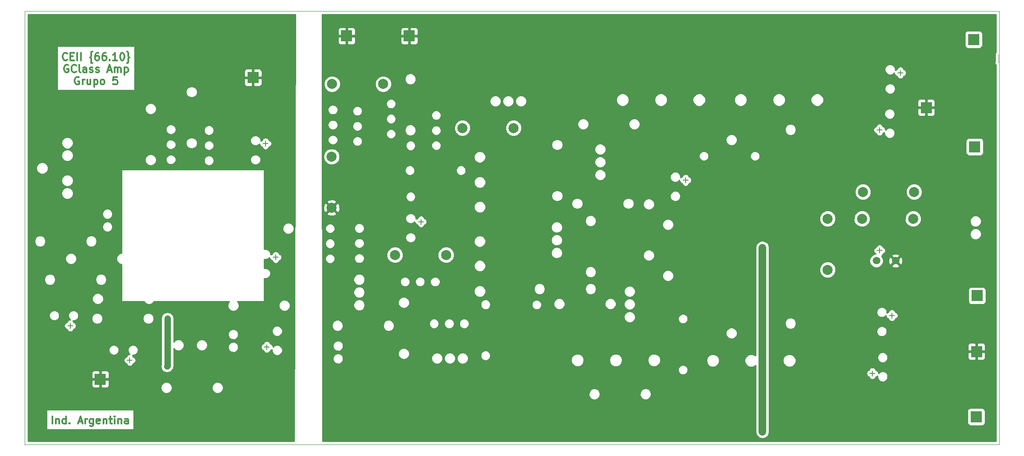
<source format=gbr>
G04 #@! TF.FileFunction,Copper,L1,Top,Signal*
%FSLAX46Y46*%
G04 Gerber Fmt 4.6, Leading zero omitted, Abs format (unit mm)*
G04 Created by KiCad (PCBNEW 0.201504261001+5623~23~ubuntu15.04.1-product) date Mon 22 Jun 2015 07:57:51 PM ART*
%MOMM*%
G01*
G04 APERTURE LIST*
%ADD10C,0.100000*%
%ADD11C,0.300000*%
%ADD12C,0.150000*%
%ADD13R,2.235200X2.235200*%
%ADD14C,1.998980*%
%ADD15C,1.501140*%
%ADD16C,0.600000*%
%ADD17C,1.270000*%
%ADD18C,1.500000*%
%ADD19C,0.254000*%
G04 APERTURE END LIST*
D10*
X232180300Y-24168600D02*
X232193000Y-24168600D01*
X232180300Y-23927300D02*
X232180300Y-24168600D01*
X232142200Y-23889200D02*
X232180300Y-23927300D01*
X38543400Y-23889200D02*
X232142200Y-23889200D01*
X38543400Y-24270200D02*
X38543400Y-23889200D01*
X38530700Y-110033300D02*
X38530700Y-110007900D01*
X232180300Y-110033300D02*
X38530700Y-110033300D01*
D11*
X44025186Y-105936671D02*
X44025186Y-104436671D01*
X44739472Y-104936671D02*
X44739472Y-105936671D01*
X44739472Y-105079529D02*
X44810900Y-105008100D01*
X44953758Y-104936671D01*
X45168043Y-104936671D01*
X45310900Y-105008100D01*
X45382329Y-105150957D01*
X45382329Y-105936671D01*
X46739472Y-105936671D02*
X46739472Y-104436671D01*
X46739472Y-105865243D02*
X46596615Y-105936671D01*
X46310901Y-105936671D01*
X46168043Y-105865243D01*
X46096615Y-105793814D01*
X46025186Y-105650957D01*
X46025186Y-105222386D01*
X46096615Y-105079529D01*
X46168043Y-105008100D01*
X46310901Y-104936671D01*
X46596615Y-104936671D01*
X46739472Y-105008100D01*
X47453758Y-105793814D02*
X47525186Y-105865243D01*
X47453758Y-105936671D01*
X47382329Y-105865243D01*
X47453758Y-105793814D01*
X47453758Y-105936671D01*
X49239472Y-105508100D02*
X49953758Y-105508100D01*
X49096615Y-105936671D02*
X49596615Y-104436671D01*
X50096615Y-105936671D01*
X50596615Y-105936671D02*
X50596615Y-104936671D01*
X50596615Y-105222386D02*
X50668043Y-105079529D01*
X50739472Y-105008100D01*
X50882329Y-104936671D01*
X51025186Y-104936671D01*
X52168043Y-104936671D02*
X52168043Y-106150957D01*
X52096614Y-106293814D01*
X52025186Y-106365243D01*
X51882329Y-106436671D01*
X51668043Y-106436671D01*
X51525186Y-106365243D01*
X52168043Y-105865243D02*
X52025186Y-105936671D01*
X51739472Y-105936671D01*
X51596614Y-105865243D01*
X51525186Y-105793814D01*
X51453757Y-105650957D01*
X51453757Y-105222386D01*
X51525186Y-105079529D01*
X51596614Y-105008100D01*
X51739472Y-104936671D01*
X52025186Y-104936671D01*
X52168043Y-105008100D01*
X53453757Y-105865243D02*
X53310900Y-105936671D01*
X53025186Y-105936671D01*
X52882329Y-105865243D01*
X52810900Y-105722386D01*
X52810900Y-105150957D01*
X52882329Y-105008100D01*
X53025186Y-104936671D01*
X53310900Y-104936671D01*
X53453757Y-105008100D01*
X53525186Y-105150957D01*
X53525186Y-105293814D01*
X52810900Y-105436671D01*
X54168043Y-104936671D02*
X54168043Y-105936671D01*
X54168043Y-105079529D02*
X54239471Y-105008100D01*
X54382329Y-104936671D01*
X54596614Y-104936671D01*
X54739471Y-105008100D01*
X54810900Y-105150957D01*
X54810900Y-105936671D01*
X55310900Y-104936671D02*
X55882329Y-104936671D01*
X55525186Y-104436671D02*
X55525186Y-105722386D01*
X55596614Y-105865243D01*
X55739472Y-105936671D01*
X55882329Y-105936671D01*
X56382329Y-105936671D02*
X56382329Y-104936671D01*
X56382329Y-104436671D02*
X56310900Y-104508100D01*
X56382329Y-104579529D01*
X56453757Y-104508100D01*
X56382329Y-104436671D01*
X56382329Y-104579529D01*
X57096615Y-104936671D02*
X57096615Y-105936671D01*
X57096615Y-105079529D02*
X57168043Y-105008100D01*
X57310901Y-104936671D01*
X57525186Y-104936671D01*
X57668043Y-105008100D01*
X57739472Y-105150957D01*
X57739472Y-105936671D01*
X59096615Y-105936671D02*
X59096615Y-105150957D01*
X59025186Y-105008100D01*
X58882329Y-104936671D01*
X58596615Y-104936671D01*
X58453758Y-105008100D01*
X59096615Y-105865243D02*
X58953758Y-105936671D01*
X58596615Y-105936671D01*
X58453758Y-105865243D01*
X58382329Y-105722386D01*
X58382329Y-105579529D01*
X58453758Y-105436671D01*
X58596615Y-105365243D01*
X58953758Y-105365243D01*
X59096615Y-105293814D01*
D10*
X232180300Y-24143200D02*
X232129500Y-24143200D01*
X232180300Y-110058700D02*
X232180300Y-24143200D01*
X38543400Y-24270200D02*
X38543400Y-110134900D01*
X232000000Y-34100000D02*
X231950000Y-34100000D01*
X232000000Y-32500000D02*
X232000000Y-34100000D01*
D11*
X47002315Y-33518414D02*
X46930886Y-33589843D01*
X46716600Y-33661271D01*
X46573743Y-33661271D01*
X46359458Y-33589843D01*
X46216600Y-33446986D01*
X46145172Y-33304129D01*
X46073743Y-33018414D01*
X46073743Y-32804129D01*
X46145172Y-32518414D01*
X46216600Y-32375557D01*
X46359458Y-32232700D01*
X46573743Y-32161271D01*
X46716600Y-32161271D01*
X46930886Y-32232700D01*
X47002315Y-32304129D01*
X47645172Y-32875557D02*
X48145172Y-32875557D01*
X48359458Y-33661271D02*
X47645172Y-33661271D01*
X47645172Y-32161271D01*
X48359458Y-32161271D01*
X49002315Y-33661271D02*
X49002315Y-32161271D01*
X49716601Y-33661271D02*
X49716601Y-32161271D01*
X52002315Y-34232700D02*
X51930887Y-34232700D01*
X51788030Y-34161271D01*
X51716601Y-34018414D01*
X51716601Y-33304129D01*
X51645172Y-33161271D01*
X51502315Y-33089843D01*
X51645172Y-33018414D01*
X51716601Y-32875557D01*
X51716601Y-32161271D01*
X51788030Y-32018414D01*
X51930887Y-31946986D01*
X52002315Y-31946986D01*
X53216601Y-32161271D02*
X52930887Y-32161271D01*
X52788030Y-32232700D01*
X52716601Y-32304129D01*
X52573744Y-32518414D01*
X52502315Y-32804129D01*
X52502315Y-33375557D01*
X52573744Y-33518414D01*
X52645172Y-33589843D01*
X52788030Y-33661271D01*
X53073744Y-33661271D01*
X53216601Y-33589843D01*
X53288030Y-33518414D01*
X53359458Y-33375557D01*
X53359458Y-33018414D01*
X53288030Y-32875557D01*
X53216601Y-32804129D01*
X53073744Y-32732700D01*
X52788030Y-32732700D01*
X52645172Y-32804129D01*
X52573744Y-32875557D01*
X52502315Y-33018414D01*
X54645172Y-32161271D02*
X54359458Y-32161271D01*
X54216601Y-32232700D01*
X54145172Y-32304129D01*
X54002315Y-32518414D01*
X53930886Y-32804129D01*
X53930886Y-33375557D01*
X54002315Y-33518414D01*
X54073743Y-33589843D01*
X54216601Y-33661271D01*
X54502315Y-33661271D01*
X54645172Y-33589843D01*
X54716601Y-33518414D01*
X54788029Y-33375557D01*
X54788029Y-33018414D01*
X54716601Y-32875557D01*
X54645172Y-32804129D01*
X54502315Y-32732700D01*
X54216601Y-32732700D01*
X54073743Y-32804129D01*
X54002315Y-32875557D01*
X53930886Y-33018414D01*
X55430886Y-33518414D02*
X55502314Y-33589843D01*
X55430886Y-33661271D01*
X55359457Y-33589843D01*
X55430886Y-33518414D01*
X55430886Y-33661271D01*
X56930886Y-33661271D02*
X56073743Y-33661271D01*
X56502315Y-33661271D02*
X56502315Y-32161271D01*
X56359458Y-32375557D01*
X56216600Y-32518414D01*
X56073743Y-32589843D01*
X57859457Y-32161271D02*
X58002314Y-32161271D01*
X58145171Y-32232700D01*
X58216600Y-32304129D01*
X58288029Y-32446986D01*
X58359457Y-32732700D01*
X58359457Y-33089843D01*
X58288029Y-33375557D01*
X58216600Y-33518414D01*
X58145171Y-33589843D01*
X58002314Y-33661271D01*
X57859457Y-33661271D01*
X57716600Y-33589843D01*
X57645171Y-33518414D01*
X57573743Y-33375557D01*
X57502314Y-33089843D01*
X57502314Y-32732700D01*
X57573743Y-32446986D01*
X57645171Y-32304129D01*
X57716600Y-32232700D01*
X57859457Y-32161271D01*
X58859457Y-34232700D02*
X58930885Y-34232700D01*
X59073742Y-34161271D01*
X59145171Y-34018414D01*
X59145171Y-33304129D01*
X59216600Y-33161271D01*
X59359457Y-33089843D01*
X59216600Y-33018414D01*
X59145171Y-32875557D01*
X59145171Y-32161271D01*
X59073742Y-32018414D01*
X58930885Y-31946986D01*
X58859457Y-31946986D01*
X47180886Y-34632700D02*
X47038029Y-34561271D01*
X46823743Y-34561271D01*
X46609458Y-34632700D01*
X46466600Y-34775557D01*
X46395172Y-34918414D01*
X46323743Y-35204129D01*
X46323743Y-35418414D01*
X46395172Y-35704129D01*
X46466600Y-35846986D01*
X46609458Y-35989843D01*
X46823743Y-36061271D01*
X46966600Y-36061271D01*
X47180886Y-35989843D01*
X47252315Y-35918414D01*
X47252315Y-35418414D01*
X46966600Y-35418414D01*
X48752315Y-35918414D02*
X48680886Y-35989843D01*
X48466600Y-36061271D01*
X48323743Y-36061271D01*
X48109458Y-35989843D01*
X47966600Y-35846986D01*
X47895172Y-35704129D01*
X47823743Y-35418414D01*
X47823743Y-35204129D01*
X47895172Y-34918414D01*
X47966600Y-34775557D01*
X48109458Y-34632700D01*
X48323743Y-34561271D01*
X48466600Y-34561271D01*
X48680886Y-34632700D01*
X48752315Y-34704129D01*
X49609458Y-36061271D02*
X49466600Y-35989843D01*
X49395172Y-35846986D01*
X49395172Y-34561271D01*
X50823743Y-36061271D02*
X50823743Y-35275557D01*
X50752314Y-35132700D01*
X50609457Y-35061271D01*
X50323743Y-35061271D01*
X50180886Y-35132700D01*
X50823743Y-35989843D02*
X50680886Y-36061271D01*
X50323743Y-36061271D01*
X50180886Y-35989843D01*
X50109457Y-35846986D01*
X50109457Y-35704129D01*
X50180886Y-35561271D01*
X50323743Y-35489843D01*
X50680886Y-35489843D01*
X50823743Y-35418414D01*
X51466600Y-35989843D02*
X51609457Y-36061271D01*
X51895172Y-36061271D01*
X52038029Y-35989843D01*
X52109457Y-35846986D01*
X52109457Y-35775557D01*
X52038029Y-35632700D01*
X51895172Y-35561271D01*
X51680886Y-35561271D01*
X51538029Y-35489843D01*
X51466600Y-35346986D01*
X51466600Y-35275557D01*
X51538029Y-35132700D01*
X51680886Y-35061271D01*
X51895172Y-35061271D01*
X52038029Y-35132700D01*
X52680886Y-35989843D02*
X52823743Y-36061271D01*
X53109458Y-36061271D01*
X53252315Y-35989843D01*
X53323743Y-35846986D01*
X53323743Y-35775557D01*
X53252315Y-35632700D01*
X53109458Y-35561271D01*
X52895172Y-35561271D01*
X52752315Y-35489843D01*
X52680886Y-35346986D01*
X52680886Y-35275557D01*
X52752315Y-35132700D01*
X52895172Y-35061271D01*
X53109458Y-35061271D01*
X53252315Y-35132700D01*
X55038029Y-35632700D02*
X55752315Y-35632700D01*
X54895172Y-36061271D02*
X55395172Y-34561271D01*
X55895172Y-36061271D01*
X56395172Y-36061271D02*
X56395172Y-35061271D01*
X56395172Y-35204129D02*
X56466600Y-35132700D01*
X56609458Y-35061271D01*
X56823743Y-35061271D01*
X56966600Y-35132700D01*
X57038029Y-35275557D01*
X57038029Y-36061271D01*
X57038029Y-35275557D02*
X57109458Y-35132700D01*
X57252315Y-35061271D01*
X57466600Y-35061271D01*
X57609458Y-35132700D01*
X57680886Y-35275557D01*
X57680886Y-36061271D01*
X58395172Y-35061271D02*
X58395172Y-36561271D01*
X58395172Y-35132700D02*
X58538029Y-35061271D01*
X58823743Y-35061271D01*
X58966600Y-35132700D01*
X59038029Y-35204129D01*
X59109458Y-35346986D01*
X59109458Y-35775557D01*
X59038029Y-35918414D01*
X58966600Y-35989843D01*
X58823743Y-36061271D01*
X58538029Y-36061271D01*
X58395172Y-35989843D01*
X49323743Y-37032700D02*
X49180886Y-36961271D01*
X48966600Y-36961271D01*
X48752315Y-37032700D01*
X48609457Y-37175557D01*
X48538029Y-37318414D01*
X48466600Y-37604129D01*
X48466600Y-37818414D01*
X48538029Y-38104129D01*
X48609457Y-38246986D01*
X48752315Y-38389843D01*
X48966600Y-38461271D01*
X49109457Y-38461271D01*
X49323743Y-38389843D01*
X49395172Y-38318414D01*
X49395172Y-37818414D01*
X49109457Y-37818414D01*
X50038029Y-38461271D02*
X50038029Y-37461271D01*
X50038029Y-37746986D02*
X50109457Y-37604129D01*
X50180886Y-37532700D01*
X50323743Y-37461271D01*
X50466600Y-37461271D01*
X51609457Y-37461271D02*
X51609457Y-38461271D01*
X50966600Y-37461271D02*
X50966600Y-38246986D01*
X51038028Y-38389843D01*
X51180886Y-38461271D01*
X51395171Y-38461271D01*
X51538028Y-38389843D01*
X51609457Y-38318414D01*
X52323743Y-37461271D02*
X52323743Y-38961271D01*
X52323743Y-37532700D02*
X52466600Y-37461271D01*
X52752314Y-37461271D01*
X52895171Y-37532700D01*
X52966600Y-37604129D01*
X53038029Y-37746986D01*
X53038029Y-38175557D01*
X52966600Y-38318414D01*
X52895171Y-38389843D01*
X52752314Y-38461271D01*
X52466600Y-38461271D01*
X52323743Y-38389843D01*
X53895172Y-38461271D02*
X53752314Y-38389843D01*
X53680886Y-38318414D01*
X53609457Y-38175557D01*
X53609457Y-37746986D01*
X53680886Y-37604129D01*
X53752314Y-37532700D01*
X53895172Y-37461271D01*
X54109457Y-37461271D01*
X54252314Y-37532700D01*
X54323743Y-37604129D01*
X54395172Y-37746986D01*
X54395172Y-38175557D01*
X54323743Y-38318414D01*
X54252314Y-38389843D01*
X54109457Y-38461271D01*
X53895172Y-38461271D01*
X56895172Y-36961271D02*
X56180886Y-36961271D01*
X56109457Y-37675557D01*
X56180886Y-37604129D01*
X56323743Y-37532700D01*
X56680886Y-37532700D01*
X56823743Y-37604129D01*
X56895172Y-37675557D01*
X56966600Y-37818414D01*
X56966600Y-38175557D01*
X56895172Y-38318414D01*
X56823743Y-38389843D01*
X56680886Y-38461271D01*
X56323743Y-38461271D01*
X56180886Y-38389843D01*
X56109457Y-38318414D01*
D12*
X88905600Y-72836600D02*
X87889600Y-72836600D01*
X88397600Y-72328600D02*
X88397600Y-73344600D01*
X47579800Y-86933600D02*
X47579800Y-85917600D01*
X48087800Y-86425600D02*
X47071800Y-86425600D01*
X86162400Y-90667400D02*
X87178400Y-90667400D01*
X86670400Y-91175400D02*
X86670400Y-90159400D01*
X86924400Y-50230600D02*
X85908400Y-50230600D01*
X86416400Y-49722600D02*
X86416400Y-50738600D01*
X59416200Y-93791600D02*
X59416200Y-92775600D01*
X59924200Y-93283600D02*
X58908200Y-93283600D01*
X117766000Y-65735700D02*
X116750000Y-65735700D01*
X117258000Y-65227700D02*
X117258000Y-66243700D01*
X170338000Y-57495000D02*
X169322000Y-57495000D01*
X169830000Y-56987000D02*
X169830000Y-58003000D01*
X206462800Y-95910900D02*
X207478800Y-95910900D01*
X206970800Y-96418900D02*
X206970800Y-95402900D01*
X213016000Y-36132000D02*
X212000000Y-36132000D01*
X212508000Y-35624000D02*
X212508000Y-36640000D01*
X207847100Y-47478180D02*
X208863100Y-47478180D01*
X208355100Y-47986180D02*
X208355100Y-46970180D01*
X211365000Y-84379300D02*
X210349000Y-84379300D01*
X210857000Y-83871300D02*
X210857000Y-84887300D01*
X208395000Y-70980000D02*
X208395000Y-71996000D01*
X207887000Y-71488000D02*
X208903000Y-71488000D01*
D13*
X83920000Y-37080000D03*
X217676900Y-43053500D03*
X102500600Y-28804100D03*
X53575000Y-97075000D03*
X227671800Y-91567500D03*
D14*
X99520000Y-52810000D03*
X99520000Y-62970000D03*
D15*
X211570000Y-73520000D03*
X207760000Y-73520000D03*
D14*
X215060000Y-65160000D03*
X204900000Y-65160000D03*
D13*
X114933900Y-28804100D03*
D14*
X198070000Y-65150000D03*
X198070000Y-75310000D03*
X215240000Y-59830000D03*
X205080000Y-59830000D03*
X99620000Y-38370000D03*
X109780000Y-38370000D03*
X135670000Y-47120000D03*
X125510000Y-47120000D03*
X112100000Y-72360000D03*
X122260000Y-72360000D03*
D13*
X227280640Y-50851300D03*
X227582900Y-104546900D03*
X227760700Y-80455000D03*
X227077440Y-29515300D03*
D16*
X114050000Y-98300000D03*
X107230000Y-57920000D03*
X66830000Y-94490000D03*
X66890000Y-84990000D03*
X185114100Y-70917300D03*
X185114100Y-107493300D03*
D17*
X107230000Y-57920000D02*
X107290000Y-57920000D01*
X66830000Y-94490000D02*
X66890000Y-94430000D01*
X66890000Y-94430000D02*
X66890000Y-84990000D01*
D18*
X185114100Y-107493300D02*
X185114100Y-70917300D01*
D19*
G36*
X92276756Y-24574200D02*
X92091841Y-109348300D01*
X92029998Y-109348300D01*
X92029998Y-66844441D01*
X91856354Y-66424188D01*
X91535103Y-66102377D01*
X91115154Y-65927999D01*
X90660441Y-65927602D01*
X90240188Y-66101246D01*
X89918377Y-66422497D01*
X89743999Y-66842446D01*
X89743602Y-67297159D01*
X89917246Y-67717412D01*
X90238497Y-68039223D01*
X90658446Y-68213601D01*
X91113159Y-68213998D01*
X91533412Y-68040354D01*
X91855223Y-67719103D01*
X92029601Y-67299154D01*
X92029998Y-66844441D01*
X92029998Y-109348300D01*
X91260376Y-109348300D01*
X91260376Y-82187550D01*
X91087889Y-81770099D01*
X90768781Y-81450433D01*
X90351632Y-81277218D01*
X89899950Y-81276824D01*
X89615600Y-81394314D01*
X89615600Y-72836600D01*
X89561554Y-72564895D01*
X89407646Y-72334554D01*
X89177305Y-72180646D01*
X89074085Y-72160114D01*
X89053554Y-72056895D01*
X88899646Y-71826554D01*
X88669305Y-71672646D01*
X88397600Y-71618600D01*
X88125895Y-71672646D01*
X87895554Y-71826554D01*
X87741646Y-72056895D01*
X87721114Y-72160114D01*
X87634400Y-72177362D01*
X87634400Y-50230600D01*
X87580354Y-49958895D01*
X87426446Y-49728554D01*
X87196105Y-49574646D01*
X87092885Y-49554114D01*
X87072354Y-49450895D01*
X86918446Y-49220554D01*
X86688105Y-49066646D01*
X86416400Y-49012600D01*
X86144695Y-49066646D01*
X85914354Y-49220554D01*
X85760446Y-49450895D01*
X85739914Y-49554114D01*
X85672600Y-49567503D01*
X85672600Y-38323910D01*
X85672600Y-38071291D01*
X85672600Y-37365750D01*
X85672600Y-36794250D01*
X85672600Y-36088709D01*
X85672600Y-35836090D01*
X85575927Y-35602701D01*
X85397298Y-35424073D01*
X85163909Y-35327400D01*
X84205750Y-35327400D01*
X84047000Y-35486150D01*
X84047000Y-36953000D01*
X85513850Y-36953000D01*
X85672600Y-36794250D01*
X85672600Y-37365750D01*
X85513850Y-37207000D01*
X84047000Y-37207000D01*
X84047000Y-38673850D01*
X84205750Y-38832600D01*
X85163909Y-38832600D01*
X85397298Y-38735927D01*
X85575927Y-38557299D01*
X85672600Y-38323910D01*
X85672600Y-49567503D01*
X85636695Y-49574646D01*
X85419341Y-49719875D01*
X85419629Y-49390619D01*
X85262384Y-49010057D01*
X84971474Y-48718639D01*
X84591187Y-48560730D01*
X84179419Y-48560371D01*
X83798857Y-48717616D01*
X83793000Y-48723462D01*
X83793000Y-38673850D01*
X83793000Y-37207000D01*
X83793000Y-36953000D01*
X83793000Y-35486150D01*
X83634250Y-35327400D01*
X82676091Y-35327400D01*
X82442702Y-35424073D01*
X82264073Y-35602701D01*
X82167400Y-35836090D01*
X82167400Y-36088709D01*
X82167400Y-36794250D01*
X82326150Y-36953000D01*
X83793000Y-36953000D01*
X83793000Y-37207000D01*
X82326150Y-37207000D01*
X82167400Y-37365750D01*
X82167400Y-38071291D01*
X82167400Y-38323910D01*
X82264073Y-38557299D01*
X82442702Y-38735927D01*
X82676091Y-38832600D01*
X83634250Y-38832600D01*
X83793000Y-38673850D01*
X83793000Y-48723462D01*
X83507439Y-49008526D01*
X83349530Y-49388813D01*
X83349171Y-49800581D01*
X83506416Y-50181143D01*
X83797326Y-50472561D01*
X84177613Y-50630470D01*
X84589381Y-50630829D01*
X84969943Y-50473584D01*
X85200876Y-50243052D01*
X85252446Y-50502305D01*
X85406354Y-50732646D01*
X85636695Y-50886554D01*
X85739914Y-50907085D01*
X85760446Y-51010305D01*
X85914354Y-51240646D01*
X86144695Y-51394554D01*
X86416400Y-51448600D01*
X86688105Y-51394554D01*
X86918446Y-51240646D01*
X87072354Y-51010305D01*
X87092885Y-50907085D01*
X87196105Y-50886554D01*
X87426446Y-50732646D01*
X87580354Y-50502305D01*
X87634400Y-50230600D01*
X87634400Y-72177362D01*
X87617895Y-72180646D01*
X87400541Y-72325875D01*
X87400829Y-71996619D01*
X87243584Y-71616057D01*
X86952674Y-71324639D01*
X86572387Y-71166730D01*
X86160619Y-71166371D01*
X86127000Y-71180262D01*
X86127000Y-55373172D01*
X85419629Y-55372214D01*
X85419629Y-53200619D01*
X85262384Y-52820057D01*
X84971474Y-52528639D01*
X84591187Y-52370730D01*
X84179419Y-52370371D01*
X83798857Y-52527616D01*
X83507439Y-52818526D01*
X83349530Y-53198813D01*
X83349171Y-53610581D01*
X83506416Y-53991143D01*
X83797326Y-54282561D01*
X84177613Y-54440470D01*
X84589381Y-54440829D01*
X84969943Y-54283584D01*
X85261361Y-53992674D01*
X85419270Y-53612387D01*
X85419629Y-53200619D01*
X85419629Y-55372214D01*
X76123170Y-55359626D01*
X76123170Y-53383931D01*
X76123170Y-50383931D01*
X76123170Y-47383931D01*
X75973529Y-47021771D01*
X75696686Y-46744445D01*
X75334788Y-46594172D01*
X74942931Y-46593830D01*
X74580771Y-46743471D01*
X74303445Y-47020314D01*
X74153172Y-47382212D01*
X74152830Y-47774069D01*
X74302471Y-48136229D01*
X74579314Y-48413555D01*
X74941212Y-48563828D01*
X75333069Y-48564170D01*
X75695229Y-48414529D01*
X75972555Y-48137686D01*
X76122828Y-47775788D01*
X76123170Y-47383931D01*
X76123170Y-50383931D01*
X75973529Y-50021771D01*
X75696686Y-49744445D01*
X75334788Y-49594172D01*
X74942931Y-49593830D01*
X74580771Y-49743471D01*
X74303445Y-50020314D01*
X74153172Y-50382212D01*
X74152830Y-50774069D01*
X74302471Y-51136229D01*
X74579314Y-51413555D01*
X74941212Y-51563828D01*
X75333069Y-51564170D01*
X75695229Y-51414529D01*
X75972555Y-51137686D01*
X76122828Y-50775788D01*
X76123170Y-50383931D01*
X76123170Y-53383931D01*
X75973529Y-53021771D01*
X75696686Y-52744445D01*
X75334788Y-52594172D01*
X74942931Y-52593830D01*
X74580771Y-52743471D01*
X74303445Y-53020314D01*
X74153172Y-53382212D01*
X74152830Y-53774069D01*
X74302471Y-54136229D01*
X74579314Y-54413555D01*
X74941212Y-54563828D01*
X75333069Y-54564170D01*
X75695229Y-54414529D01*
X75972555Y-54137686D01*
X76122828Y-53775788D01*
X76123170Y-53383931D01*
X76123170Y-55359626D01*
X72825576Y-55355161D01*
X72825576Y-49895150D01*
X72825576Y-39735150D01*
X72653089Y-39317699D01*
X72333981Y-38998033D01*
X71916832Y-38824818D01*
X71465150Y-38824424D01*
X71047699Y-38996911D01*
X70728033Y-39316019D01*
X70554818Y-39733168D01*
X70554424Y-40184850D01*
X70726911Y-40602301D01*
X71046019Y-40921967D01*
X71463168Y-41095182D01*
X71914850Y-41095576D01*
X72332301Y-40923089D01*
X72651967Y-40603981D01*
X72825182Y-40186832D01*
X72825576Y-39735150D01*
X72825576Y-49895150D01*
X72653089Y-49477699D01*
X72333981Y-49158033D01*
X71916832Y-48984818D01*
X71465150Y-48984424D01*
X71047699Y-49156911D01*
X70728033Y-49476019D01*
X70554818Y-49893168D01*
X70554424Y-50344850D01*
X70726911Y-50762301D01*
X71046019Y-51081967D01*
X71463168Y-51255182D01*
X71914850Y-51255576D01*
X72332301Y-51083089D01*
X72651967Y-50763981D01*
X72825182Y-50346832D01*
X72825576Y-49895150D01*
X72825576Y-55355161D01*
X68563170Y-55349389D01*
X68563170Y-53203931D01*
X68563170Y-50203931D01*
X68563170Y-47203931D01*
X68413529Y-46841771D01*
X68136686Y-46564445D01*
X67774788Y-46414172D01*
X67382931Y-46413830D01*
X67020771Y-46563471D01*
X66743445Y-46840314D01*
X66593172Y-47202212D01*
X66592830Y-47594069D01*
X66742471Y-47956229D01*
X67019314Y-48233555D01*
X67381212Y-48383828D01*
X67773069Y-48384170D01*
X68135229Y-48234529D01*
X68412555Y-47957686D01*
X68562828Y-47595788D01*
X68563170Y-47203931D01*
X68563170Y-50203931D01*
X68413529Y-49841771D01*
X68136686Y-49564445D01*
X67774788Y-49414172D01*
X67382931Y-49413830D01*
X67020771Y-49563471D01*
X66743445Y-49840314D01*
X66593172Y-50202212D01*
X66592830Y-50594069D01*
X66742471Y-50956229D01*
X67019314Y-51233555D01*
X67381212Y-51383828D01*
X67773069Y-51384170D01*
X68135229Y-51234529D01*
X68412555Y-50957686D01*
X68562828Y-50595788D01*
X68563170Y-50203931D01*
X68563170Y-53203931D01*
X68413529Y-52841771D01*
X68136686Y-52564445D01*
X67774788Y-52414172D01*
X67382931Y-52413830D01*
X67020771Y-52563471D01*
X66743445Y-52840314D01*
X66593172Y-53202212D01*
X66592830Y-53594069D01*
X66742471Y-53956229D01*
X67019314Y-54233555D01*
X67381212Y-54383828D01*
X67773069Y-54384170D01*
X68135229Y-54234529D01*
X68412555Y-53957686D01*
X68562828Y-53595788D01*
X68563170Y-53203931D01*
X68563170Y-55349389D01*
X64695576Y-55344152D01*
X64695576Y-53215150D01*
X64695576Y-43055150D01*
X64523089Y-42637699D01*
X64203981Y-42318033D01*
X63786832Y-42144818D01*
X63335150Y-42144424D01*
X62917699Y-42316911D01*
X62598033Y-42636019D01*
X62424818Y-43053168D01*
X62424424Y-43504850D01*
X62596911Y-43922301D01*
X62916019Y-44241967D01*
X63333168Y-44415182D01*
X63784850Y-44415576D01*
X64202301Y-44243089D01*
X64521967Y-43923981D01*
X64695182Y-43506832D01*
X64695576Y-43055150D01*
X64695576Y-53215150D01*
X64523089Y-52797699D01*
X64203981Y-52478033D01*
X63786832Y-52304818D01*
X63335150Y-52304424D01*
X62917699Y-52476911D01*
X62598033Y-52796019D01*
X62424818Y-53213168D01*
X62424424Y-53664850D01*
X62596911Y-54082301D01*
X62916019Y-54401967D01*
X63333168Y-54575182D01*
X63784850Y-54575576D01*
X64202301Y-54403089D01*
X64521967Y-54083981D01*
X64695182Y-53666832D01*
X64695576Y-53215150D01*
X64695576Y-55344152D01*
X60430171Y-55338377D01*
X60430171Y-39617700D01*
X60430171Y-30847700D01*
X45003029Y-30847700D01*
X45003029Y-39617700D01*
X60430171Y-39617700D01*
X60430171Y-55338377D01*
X57735200Y-55334728D01*
X57735200Y-71980461D01*
X57692750Y-71980424D01*
X57275299Y-72152911D01*
X56955633Y-72472019D01*
X56782418Y-72889168D01*
X56782024Y-73340850D01*
X56954511Y-73758301D01*
X57273619Y-74077967D01*
X57690768Y-74251182D01*
X57735200Y-74251220D01*
X57735200Y-81588728D01*
X62231042Y-81594815D01*
X62288511Y-81733901D01*
X62607619Y-82053567D01*
X63024768Y-82226782D01*
X63476450Y-82227176D01*
X63893901Y-82054689D01*
X64213567Y-81735581D01*
X64270870Y-81597577D01*
X79153785Y-81617729D01*
X79002833Y-81768419D01*
X78829618Y-82185568D01*
X78829224Y-82637250D01*
X79001711Y-83054701D01*
X79320819Y-83374367D01*
X79737968Y-83547582D01*
X80189650Y-83547976D01*
X80607101Y-83375489D01*
X80926767Y-83056381D01*
X81099982Y-82639232D01*
X81100376Y-82187550D01*
X80927889Y-81770099D01*
X80777981Y-81619929D01*
X86127000Y-81627172D01*
X86127000Y-77033260D01*
X86158813Y-77046470D01*
X86570581Y-77046829D01*
X86951143Y-76889584D01*
X87242561Y-76598674D01*
X87400470Y-76218387D01*
X87400829Y-75806619D01*
X87243584Y-75426057D01*
X86952674Y-75134639D01*
X86572387Y-74976730D01*
X86160619Y-74976371D01*
X86127000Y-74990262D01*
X86127000Y-73223260D01*
X86158813Y-73236470D01*
X86570581Y-73236829D01*
X86951143Y-73079584D01*
X87182076Y-72849052D01*
X87233646Y-73108305D01*
X87387554Y-73338646D01*
X87617895Y-73492554D01*
X87721114Y-73513085D01*
X87741646Y-73616305D01*
X87895554Y-73846646D01*
X88125895Y-74000554D01*
X88397600Y-74054600D01*
X88669305Y-74000554D01*
X88899646Y-73846646D01*
X89053554Y-73616305D01*
X89074085Y-73513085D01*
X89177305Y-73492554D01*
X89407646Y-73338646D01*
X89561554Y-73108305D01*
X89615600Y-72836600D01*
X89615600Y-81394314D01*
X89482499Y-81449311D01*
X89162833Y-81768419D01*
X88989618Y-82185568D01*
X88989224Y-82637250D01*
X89161711Y-83054701D01*
X89480819Y-83374367D01*
X89897968Y-83547582D01*
X90349650Y-83547976D01*
X90767101Y-83375489D01*
X91086767Y-83056381D01*
X91259982Y-82639232D01*
X91260376Y-82187550D01*
X91260376Y-109348300D01*
X89737629Y-109348300D01*
X89737629Y-91097419D01*
X89737629Y-87287419D01*
X89580384Y-86906857D01*
X89289474Y-86615439D01*
X88909187Y-86457530D01*
X88497419Y-86457171D01*
X88116857Y-86614416D01*
X87825439Y-86905326D01*
X87667530Y-87285613D01*
X87667171Y-87697381D01*
X87824416Y-88077943D01*
X88115326Y-88369361D01*
X88495613Y-88527270D01*
X88907381Y-88527629D01*
X89287943Y-88370384D01*
X89579361Y-88079474D01*
X89737270Y-87699187D01*
X89737629Y-87287419D01*
X89737629Y-91097419D01*
X89580384Y-90716857D01*
X89289474Y-90425439D01*
X88909187Y-90267530D01*
X88497419Y-90267171D01*
X88116857Y-90424416D01*
X87885923Y-90654947D01*
X87834354Y-90395695D01*
X87680446Y-90165354D01*
X87450105Y-90011446D01*
X87346885Y-89990914D01*
X87326354Y-89887695D01*
X87172446Y-89657354D01*
X86942105Y-89503446D01*
X86670400Y-89449400D01*
X86398695Y-89503446D01*
X86168354Y-89657354D01*
X86014446Y-89887695D01*
X85993914Y-89990914D01*
X85890695Y-90011446D01*
X85660354Y-90165354D01*
X85506446Y-90395695D01*
X85452400Y-90667400D01*
X85506446Y-90939105D01*
X85660354Y-91169446D01*
X85890695Y-91323354D01*
X85993914Y-91343885D01*
X86014446Y-91447105D01*
X86168354Y-91677446D01*
X86398695Y-91831354D01*
X86670400Y-91885400D01*
X86942105Y-91831354D01*
X87172446Y-91677446D01*
X87326354Y-91447105D01*
X87346885Y-91343885D01*
X87450105Y-91323354D01*
X87667458Y-91178124D01*
X87667171Y-91507381D01*
X87824416Y-91887943D01*
X88115326Y-92179361D01*
X88495613Y-92337270D01*
X88907381Y-92337629D01*
X89287943Y-92180384D01*
X89579361Y-91889474D01*
X89737270Y-91509187D01*
X89737629Y-91097419D01*
X89737629Y-109348300D01*
X81000029Y-109348300D01*
X81000029Y-90487819D01*
X81000029Y-87947819D01*
X80842784Y-87567257D01*
X80551874Y-87275839D01*
X80171587Y-87117930D01*
X79759819Y-87117571D01*
X79379257Y-87274816D01*
X79087839Y-87565726D01*
X78929930Y-87946013D01*
X78929571Y-88357781D01*
X79086816Y-88738343D01*
X79377726Y-89029761D01*
X79758013Y-89187670D01*
X80169781Y-89188029D01*
X80550343Y-89030784D01*
X80841761Y-88739874D01*
X80999670Y-88359587D01*
X81000029Y-87947819D01*
X81000029Y-90487819D01*
X80842784Y-90107257D01*
X80551874Y-89815839D01*
X80171587Y-89657930D01*
X79759819Y-89657571D01*
X79379257Y-89814816D01*
X79087839Y-90105726D01*
X78929930Y-90486013D01*
X78929571Y-90897781D01*
X79086816Y-91278343D01*
X79377726Y-91569761D01*
X79758013Y-91727670D01*
X80169781Y-91728029D01*
X80550343Y-91570784D01*
X80841761Y-91279874D01*
X80999670Y-90899587D01*
X81000029Y-90487819D01*
X81000029Y-109348300D01*
X77964396Y-109348300D01*
X77964396Y-98515610D01*
X77791909Y-98098159D01*
X77472801Y-97778493D01*
X77055652Y-97605278D01*
X76603970Y-97604884D01*
X76186519Y-97777371D01*
X75866853Y-98096479D01*
X75693638Y-98513628D01*
X75693244Y-98965310D01*
X75865731Y-99382761D01*
X76184839Y-99702427D01*
X76601988Y-99875642D01*
X77053670Y-99876036D01*
X77471121Y-99703549D01*
X77790787Y-99384441D01*
X77964002Y-98967292D01*
X77964396Y-98515610D01*
X77964396Y-109348300D01*
X74851976Y-109348300D01*
X74851976Y-90061550D01*
X74679489Y-89644099D01*
X74360381Y-89324433D01*
X73943232Y-89151218D01*
X73491550Y-89150824D01*
X73074099Y-89323311D01*
X72754433Y-89642419D01*
X72581218Y-90059568D01*
X72580824Y-90511250D01*
X72753311Y-90928701D01*
X73072419Y-91248367D01*
X73489568Y-91421582D01*
X73941250Y-91421976D01*
X74358701Y-91249489D01*
X74678367Y-90930381D01*
X74851582Y-90513232D01*
X74851976Y-90061550D01*
X74851976Y-109348300D01*
X70229176Y-109348300D01*
X70229176Y-90061550D01*
X70056689Y-89644099D01*
X69737581Y-89324433D01*
X69320432Y-89151218D01*
X68868750Y-89150824D01*
X68451299Y-89323311D01*
X68160000Y-89614101D01*
X68160000Y-84990000D01*
X68063327Y-84503992D01*
X67788026Y-84091974D01*
X67376008Y-83816673D01*
X66890000Y-83720000D01*
X66403992Y-83816673D01*
X65991974Y-84091974D01*
X65716673Y-84503992D01*
X65620000Y-84990000D01*
X65620000Y-94188357D01*
X65559999Y-94490000D01*
X65656673Y-94976008D01*
X65931974Y-95388026D01*
X66343992Y-95663327D01*
X66830000Y-95760001D01*
X67316008Y-95663327D01*
X67728026Y-95388026D01*
X67788022Y-95328028D01*
X67788026Y-95328026D01*
X67788026Y-95328025D01*
X68063327Y-94916008D01*
X68160000Y-94430000D01*
X68160001Y-94430000D01*
X68160000Y-94429994D01*
X68160000Y-90958241D01*
X68449619Y-91248367D01*
X68866768Y-91421582D01*
X69318450Y-91421976D01*
X69735901Y-91249489D01*
X70055567Y-90930381D01*
X70228782Y-90513232D01*
X70229176Y-90061550D01*
X70229176Y-109348300D01*
X67804396Y-109348300D01*
X67804396Y-98515610D01*
X67631909Y-98098159D01*
X67312801Y-97778493D01*
X66895652Y-97605278D01*
X66443970Y-97604884D01*
X66026519Y-97777371D01*
X65706853Y-98096479D01*
X65533638Y-98513628D01*
X65533244Y-98965310D01*
X65705731Y-99382761D01*
X66024839Y-99702427D01*
X66441988Y-99875642D01*
X66893670Y-99876036D01*
X67311121Y-99703549D01*
X67630787Y-99384441D01*
X67804002Y-98967292D01*
X67804396Y-98515610D01*
X67804396Y-109348300D01*
X64234776Y-109348300D01*
X64234776Y-84778350D01*
X64062289Y-84360899D01*
X63743181Y-84041233D01*
X63326032Y-83868018D01*
X62874350Y-83867624D01*
X62456899Y-84040111D01*
X62137233Y-84359219D01*
X61964018Y-84776368D01*
X61963624Y-85228050D01*
X62136111Y-85645501D01*
X62455219Y-85965167D01*
X62872368Y-86138382D01*
X63324050Y-86138776D01*
X63741501Y-85966289D01*
X64061167Y-85647181D01*
X64234382Y-85230032D01*
X64234776Y-84778350D01*
X64234776Y-109348300D01*
X61086429Y-109348300D01*
X61086429Y-91046619D01*
X60929184Y-90666057D01*
X60638274Y-90374639D01*
X60257987Y-90216730D01*
X59846219Y-90216371D01*
X59465657Y-90373616D01*
X59174239Y-90664526D01*
X59016330Y-91044813D01*
X59015971Y-91456581D01*
X59173216Y-91837143D01*
X59403747Y-92068076D01*
X59144495Y-92119646D01*
X58914154Y-92273554D01*
X58760246Y-92503895D01*
X58739714Y-92607114D01*
X58636495Y-92627646D01*
X58406154Y-92781554D01*
X58252246Y-93011895D01*
X58198200Y-93283600D01*
X58252246Y-93555305D01*
X58406154Y-93785646D01*
X58636495Y-93939554D01*
X58739714Y-93960085D01*
X58760246Y-94063305D01*
X58914154Y-94293646D01*
X59144495Y-94447554D01*
X59416200Y-94501600D01*
X59687905Y-94447554D01*
X59918246Y-94293646D01*
X60072154Y-94063305D01*
X60092685Y-93960085D01*
X60195905Y-93939554D01*
X60426246Y-93785646D01*
X60580154Y-93555305D01*
X60634200Y-93283600D01*
X60580154Y-93011895D01*
X60426246Y-92781554D01*
X60195905Y-92627646D01*
X60092685Y-92607114D01*
X60072154Y-92503895D01*
X59926924Y-92286541D01*
X60256181Y-92286829D01*
X60636743Y-92129584D01*
X60928161Y-91838674D01*
X61086070Y-91458387D01*
X61086429Y-91046619D01*
X61086429Y-109348300D01*
X60238758Y-109348300D01*
X60238758Y-107093100D01*
X60238758Y-103123100D01*
X57276429Y-103123100D01*
X57276429Y-91046619D01*
X57119184Y-90666057D01*
X56828274Y-90374639D01*
X56447987Y-90216730D01*
X56036219Y-90216371D01*
X56006429Y-90228679D01*
X56006429Y-66561019D01*
X56006429Y-64021019D01*
X55849184Y-63640457D01*
X55558274Y-63349039D01*
X55177987Y-63191130D01*
X54766219Y-63190771D01*
X54385657Y-63348016D01*
X54094239Y-63638926D01*
X53936330Y-64019213D01*
X53935971Y-64430981D01*
X54093216Y-64811543D01*
X54384126Y-65102961D01*
X54764413Y-65260870D01*
X55176181Y-65261229D01*
X55556743Y-65103984D01*
X55848161Y-64813074D01*
X56006070Y-64432787D01*
X56006429Y-64021019D01*
X56006429Y-66561019D01*
X55849184Y-66180457D01*
X55558274Y-65889039D01*
X55177987Y-65731130D01*
X54766219Y-65730771D01*
X54385657Y-65888016D01*
X54094239Y-66178926D01*
X53936330Y-66559213D01*
X53935971Y-66970981D01*
X54093216Y-67351543D01*
X54384126Y-67642961D01*
X54764413Y-67800870D01*
X55176181Y-67801229D01*
X55556743Y-67643984D01*
X55848161Y-67353074D01*
X56006070Y-66972787D01*
X56006429Y-66561019D01*
X56006429Y-90228679D01*
X55655657Y-90373616D01*
X55364239Y-90664526D01*
X55206330Y-91044813D01*
X55205971Y-91456581D01*
X55363216Y-91837143D01*
X55654126Y-92128561D01*
X56034413Y-92286470D01*
X56446181Y-92286829D01*
X56826743Y-92129584D01*
X57118161Y-91838674D01*
X57276070Y-91458387D01*
X57276429Y-91046619D01*
X57276429Y-103123100D01*
X55327600Y-103123100D01*
X55327600Y-98318910D01*
X55327600Y-98066291D01*
X55327600Y-97360750D01*
X55327600Y-96789250D01*
X55327600Y-96083709D01*
X55327600Y-95831090D01*
X55230927Y-95597701D01*
X55052298Y-95419073D01*
X54835576Y-95329303D01*
X54835576Y-77045150D01*
X54663089Y-76627699D01*
X54343981Y-76308033D01*
X53926832Y-76134818D01*
X53475150Y-76134424D01*
X53057699Y-76306911D01*
X52885576Y-76478733D01*
X52885576Y-69385150D01*
X52713089Y-68967699D01*
X52393981Y-68648033D01*
X51976832Y-68474818D01*
X51525150Y-68474424D01*
X51107699Y-68646911D01*
X50788033Y-68966019D01*
X50614818Y-69383168D01*
X50614424Y-69834850D01*
X50786911Y-70252301D01*
X51106019Y-70571967D01*
X51523168Y-70745182D01*
X51974850Y-70745576D01*
X52392301Y-70573089D01*
X52711967Y-70253981D01*
X52885182Y-69836832D01*
X52885576Y-69385150D01*
X52885576Y-76478733D01*
X52738033Y-76626019D01*
X52564818Y-77043168D01*
X52564424Y-77494850D01*
X52736911Y-77912301D01*
X53056019Y-78231967D01*
X53473168Y-78405182D01*
X53924850Y-78405576D01*
X54342301Y-78233089D01*
X54661967Y-77913981D01*
X54835182Y-77496832D01*
X54835576Y-77045150D01*
X54835576Y-95329303D01*
X54818909Y-95322400D01*
X54227176Y-95322400D01*
X54227176Y-80866750D01*
X54054689Y-80449299D01*
X53735581Y-80129633D01*
X53318432Y-79956418D01*
X52866750Y-79956024D01*
X52449299Y-80128511D01*
X52129633Y-80447619D01*
X51956418Y-80864768D01*
X51956024Y-81316450D01*
X52128511Y-81733901D01*
X52447619Y-82053567D01*
X52864768Y-82226782D01*
X53316450Y-82227176D01*
X53733901Y-82054689D01*
X54053567Y-81735581D01*
X54226782Y-81318432D01*
X54227176Y-80866750D01*
X54227176Y-95322400D01*
X54074776Y-95322400D01*
X54074776Y-84778350D01*
X53902289Y-84360899D01*
X53583181Y-84041233D01*
X53166032Y-83868018D01*
X52714350Y-83867624D01*
X52296899Y-84040111D01*
X51977233Y-84359219D01*
X51804018Y-84776368D01*
X51803624Y-85228050D01*
X51976111Y-85645501D01*
X52295219Y-85965167D01*
X52712368Y-86138382D01*
X53164050Y-86138776D01*
X53581501Y-85966289D01*
X53901167Y-85647181D01*
X54074382Y-85230032D01*
X54074776Y-84778350D01*
X54074776Y-95322400D01*
X53860750Y-95322400D01*
X53702000Y-95481150D01*
X53702000Y-96948000D01*
X55168850Y-96948000D01*
X55327600Y-96789250D01*
X55327600Y-97360750D01*
X55168850Y-97202000D01*
X53702000Y-97202000D01*
X53702000Y-98668850D01*
X53860750Y-98827600D01*
X54818909Y-98827600D01*
X55052298Y-98730927D01*
X55230927Y-98552299D01*
X55327600Y-98318910D01*
X55327600Y-103123100D01*
X53448000Y-103123100D01*
X53448000Y-98668850D01*
X53448000Y-97202000D01*
X53448000Y-96948000D01*
X53448000Y-95481150D01*
X53289250Y-95322400D01*
X52331091Y-95322400D01*
X52097702Y-95419073D01*
X51919073Y-95597701D01*
X51822400Y-95831090D01*
X51822400Y-96083709D01*
X51822400Y-96789250D01*
X51981150Y-96948000D01*
X53448000Y-96948000D01*
X53448000Y-97202000D01*
X51981150Y-97202000D01*
X51822400Y-97360750D01*
X51822400Y-98066291D01*
X51822400Y-98318910D01*
X51919073Y-98552299D01*
X52097702Y-98730927D01*
X52331091Y-98827600D01*
X53289250Y-98827600D01*
X53448000Y-98668850D01*
X53448000Y-103123100D01*
X49250029Y-103123100D01*
X49250029Y-84188619D01*
X49092784Y-83808057D01*
X48893176Y-83608100D01*
X48893176Y-72891150D01*
X48720689Y-72473699D01*
X48401581Y-72154033D01*
X48185206Y-72064186D01*
X48185206Y-59840463D01*
X48185206Y-57340463D01*
X48185206Y-52340463D01*
X48185206Y-49840463D01*
X48005180Y-49404768D01*
X47672125Y-49071131D01*
X47236745Y-48890346D01*
X46765323Y-48889934D01*
X46329628Y-49069960D01*
X45995991Y-49403015D01*
X45815206Y-49838395D01*
X45814794Y-50309817D01*
X45994820Y-50745512D01*
X46327875Y-51079149D01*
X46763255Y-51259934D01*
X47234677Y-51260346D01*
X47670372Y-51080320D01*
X48004009Y-50747265D01*
X48184794Y-50311885D01*
X48185206Y-49840463D01*
X48185206Y-52340463D01*
X48005180Y-51904768D01*
X47672125Y-51571131D01*
X47236745Y-51390346D01*
X46765323Y-51389934D01*
X46329628Y-51569960D01*
X45995991Y-51903015D01*
X45815206Y-52338395D01*
X45814794Y-52809817D01*
X45994820Y-53245512D01*
X46327875Y-53579149D01*
X46763255Y-53759934D01*
X47234677Y-53760346D01*
X47670372Y-53580320D01*
X48004009Y-53247265D01*
X48184794Y-52811885D01*
X48185206Y-52340463D01*
X48185206Y-57340463D01*
X48005180Y-56904768D01*
X47672125Y-56571131D01*
X47236745Y-56390346D01*
X46765323Y-56389934D01*
X46329628Y-56569960D01*
X45995991Y-56903015D01*
X45815206Y-57338395D01*
X45814794Y-57809817D01*
X45994820Y-58245512D01*
X46327875Y-58579149D01*
X46763255Y-58759934D01*
X47234677Y-58760346D01*
X47670372Y-58580320D01*
X48004009Y-58247265D01*
X48184794Y-57811885D01*
X48185206Y-57340463D01*
X48185206Y-59840463D01*
X48005180Y-59404768D01*
X47672125Y-59071131D01*
X47236745Y-58890346D01*
X46765323Y-58889934D01*
X46329628Y-59069960D01*
X45995991Y-59403015D01*
X45815206Y-59838395D01*
X45814794Y-60309817D01*
X45994820Y-60745512D01*
X46327875Y-61079149D01*
X46763255Y-61259934D01*
X47234677Y-61260346D01*
X47670372Y-61080320D01*
X48004009Y-60747265D01*
X48184794Y-60311885D01*
X48185206Y-59840463D01*
X48185206Y-72064186D01*
X47984432Y-71980818D01*
X47532750Y-71980424D01*
X47115299Y-72152911D01*
X46795633Y-72472019D01*
X46622418Y-72889168D01*
X46622024Y-73340850D01*
X46794511Y-73758301D01*
X47113619Y-74077967D01*
X47530768Y-74251182D01*
X47982450Y-74251576D01*
X48399901Y-74079089D01*
X48719567Y-73759981D01*
X48892782Y-73342832D01*
X48893176Y-72891150D01*
X48893176Y-83608100D01*
X48801874Y-83516639D01*
X48421587Y-83358730D01*
X48009819Y-83358371D01*
X47629257Y-83515616D01*
X47337839Y-83806526D01*
X47179930Y-84186813D01*
X47179571Y-84598581D01*
X47336816Y-84979143D01*
X47567347Y-85210076D01*
X47308095Y-85261646D01*
X47077754Y-85415554D01*
X46923846Y-85645895D01*
X46903314Y-85749114D01*
X46800095Y-85769646D01*
X46569754Y-85923554D01*
X46415846Y-86153895D01*
X46361800Y-86425600D01*
X46415846Y-86697305D01*
X46569754Y-86927646D01*
X46800095Y-87081554D01*
X46903314Y-87102085D01*
X46923846Y-87205305D01*
X47077754Y-87435646D01*
X47308095Y-87589554D01*
X47579800Y-87643600D01*
X47851505Y-87589554D01*
X48081846Y-87435646D01*
X48235754Y-87205305D01*
X48256285Y-87102085D01*
X48359505Y-87081554D01*
X48589846Y-86927646D01*
X48743754Y-86697305D01*
X48797800Y-86425600D01*
X48743754Y-86153895D01*
X48589846Y-85923554D01*
X48359505Y-85769646D01*
X48256285Y-85749114D01*
X48235754Y-85645895D01*
X48090524Y-85428541D01*
X48419781Y-85428829D01*
X48800343Y-85271584D01*
X49091761Y-84980674D01*
X49249670Y-84600387D01*
X49250029Y-84188619D01*
X49250029Y-103123100D01*
X45440029Y-103123100D01*
X45440029Y-84188619D01*
X45282784Y-83808057D01*
X44991874Y-83516639D01*
X44675576Y-83385300D01*
X44675576Y-77045150D01*
X44503089Y-76627699D01*
X44183981Y-76308033D01*
X43766832Y-76134818D01*
X43315150Y-76134424D01*
X43185206Y-76188115D01*
X43185206Y-54840463D01*
X43005180Y-54404768D01*
X42672125Y-54071131D01*
X42236745Y-53890346D01*
X41765323Y-53889934D01*
X41329628Y-54069960D01*
X40995991Y-54403015D01*
X40815206Y-54838395D01*
X40814794Y-55309817D01*
X40994820Y-55745512D01*
X41327875Y-56079149D01*
X41763255Y-56259934D01*
X42234677Y-56260346D01*
X42670372Y-56080320D01*
X43004009Y-55747265D01*
X43184794Y-55311885D01*
X43185206Y-54840463D01*
X43185206Y-76188115D01*
X42897699Y-76306911D01*
X42725576Y-76478733D01*
X42725576Y-69385150D01*
X42553089Y-68967699D01*
X42233981Y-68648033D01*
X41816832Y-68474818D01*
X41365150Y-68474424D01*
X40947699Y-68646911D01*
X40628033Y-68966019D01*
X40454818Y-69383168D01*
X40454424Y-69834850D01*
X40626911Y-70252301D01*
X40946019Y-70571967D01*
X41363168Y-70745182D01*
X41814850Y-70745576D01*
X42232301Y-70573089D01*
X42551967Y-70253981D01*
X42725182Y-69836832D01*
X42725576Y-69385150D01*
X42725576Y-76478733D01*
X42578033Y-76626019D01*
X42404818Y-77043168D01*
X42404424Y-77494850D01*
X42576911Y-77912301D01*
X42896019Y-78231967D01*
X43313168Y-78405182D01*
X43764850Y-78405576D01*
X44182301Y-78233089D01*
X44501967Y-77913981D01*
X44675182Y-77496832D01*
X44675576Y-77045150D01*
X44675576Y-83385300D01*
X44611587Y-83358730D01*
X44199819Y-83358371D01*
X43819257Y-83515616D01*
X43527839Y-83806526D01*
X43369930Y-84186813D01*
X43369571Y-84598581D01*
X43526816Y-84979143D01*
X43817726Y-85270561D01*
X44198013Y-85428470D01*
X44609781Y-85428829D01*
X44990343Y-85271584D01*
X45281761Y-84980674D01*
X45439670Y-84600387D01*
X45440029Y-84188619D01*
X45440029Y-103123100D01*
X42883043Y-103123100D01*
X42883043Y-107093100D01*
X60238758Y-107093100D01*
X60238758Y-109348300D01*
X39228400Y-109348300D01*
X39228400Y-24574200D01*
X92276756Y-24574200D01*
X92276756Y-24574200D01*
G37*
X92276756Y-24574200D02*
X92091841Y-109348300D01*
X92029998Y-109348300D01*
X92029998Y-66844441D01*
X91856354Y-66424188D01*
X91535103Y-66102377D01*
X91115154Y-65927999D01*
X90660441Y-65927602D01*
X90240188Y-66101246D01*
X89918377Y-66422497D01*
X89743999Y-66842446D01*
X89743602Y-67297159D01*
X89917246Y-67717412D01*
X90238497Y-68039223D01*
X90658446Y-68213601D01*
X91113159Y-68213998D01*
X91533412Y-68040354D01*
X91855223Y-67719103D01*
X92029601Y-67299154D01*
X92029998Y-66844441D01*
X92029998Y-109348300D01*
X91260376Y-109348300D01*
X91260376Y-82187550D01*
X91087889Y-81770099D01*
X90768781Y-81450433D01*
X90351632Y-81277218D01*
X89899950Y-81276824D01*
X89615600Y-81394314D01*
X89615600Y-72836600D01*
X89561554Y-72564895D01*
X89407646Y-72334554D01*
X89177305Y-72180646D01*
X89074085Y-72160114D01*
X89053554Y-72056895D01*
X88899646Y-71826554D01*
X88669305Y-71672646D01*
X88397600Y-71618600D01*
X88125895Y-71672646D01*
X87895554Y-71826554D01*
X87741646Y-72056895D01*
X87721114Y-72160114D01*
X87634400Y-72177362D01*
X87634400Y-50230600D01*
X87580354Y-49958895D01*
X87426446Y-49728554D01*
X87196105Y-49574646D01*
X87092885Y-49554114D01*
X87072354Y-49450895D01*
X86918446Y-49220554D01*
X86688105Y-49066646D01*
X86416400Y-49012600D01*
X86144695Y-49066646D01*
X85914354Y-49220554D01*
X85760446Y-49450895D01*
X85739914Y-49554114D01*
X85672600Y-49567503D01*
X85672600Y-38323910D01*
X85672600Y-38071291D01*
X85672600Y-37365750D01*
X85672600Y-36794250D01*
X85672600Y-36088709D01*
X85672600Y-35836090D01*
X85575927Y-35602701D01*
X85397298Y-35424073D01*
X85163909Y-35327400D01*
X84205750Y-35327400D01*
X84047000Y-35486150D01*
X84047000Y-36953000D01*
X85513850Y-36953000D01*
X85672600Y-36794250D01*
X85672600Y-37365750D01*
X85513850Y-37207000D01*
X84047000Y-37207000D01*
X84047000Y-38673850D01*
X84205750Y-38832600D01*
X85163909Y-38832600D01*
X85397298Y-38735927D01*
X85575927Y-38557299D01*
X85672600Y-38323910D01*
X85672600Y-49567503D01*
X85636695Y-49574646D01*
X85419341Y-49719875D01*
X85419629Y-49390619D01*
X85262384Y-49010057D01*
X84971474Y-48718639D01*
X84591187Y-48560730D01*
X84179419Y-48560371D01*
X83798857Y-48717616D01*
X83793000Y-48723462D01*
X83793000Y-38673850D01*
X83793000Y-37207000D01*
X83793000Y-36953000D01*
X83793000Y-35486150D01*
X83634250Y-35327400D01*
X82676091Y-35327400D01*
X82442702Y-35424073D01*
X82264073Y-35602701D01*
X82167400Y-35836090D01*
X82167400Y-36088709D01*
X82167400Y-36794250D01*
X82326150Y-36953000D01*
X83793000Y-36953000D01*
X83793000Y-37207000D01*
X82326150Y-37207000D01*
X82167400Y-37365750D01*
X82167400Y-38071291D01*
X82167400Y-38323910D01*
X82264073Y-38557299D01*
X82442702Y-38735927D01*
X82676091Y-38832600D01*
X83634250Y-38832600D01*
X83793000Y-38673850D01*
X83793000Y-48723462D01*
X83507439Y-49008526D01*
X83349530Y-49388813D01*
X83349171Y-49800581D01*
X83506416Y-50181143D01*
X83797326Y-50472561D01*
X84177613Y-50630470D01*
X84589381Y-50630829D01*
X84969943Y-50473584D01*
X85200876Y-50243052D01*
X85252446Y-50502305D01*
X85406354Y-50732646D01*
X85636695Y-50886554D01*
X85739914Y-50907085D01*
X85760446Y-51010305D01*
X85914354Y-51240646D01*
X86144695Y-51394554D01*
X86416400Y-51448600D01*
X86688105Y-51394554D01*
X86918446Y-51240646D01*
X87072354Y-51010305D01*
X87092885Y-50907085D01*
X87196105Y-50886554D01*
X87426446Y-50732646D01*
X87580354Y-50502305D01*
X87634400Y-50230600D01*
X87634400Y-72177362D01*
X87617895Y-72180646D01*
X87400541Y-72325875D01*
X87400829Y-71996619D01*
X87243584Y-71616057D01*
X86952674Y-71324639D01*
X86572387Y-71166730D01*
X86160619Y-71166371D01*
X86127000Y-71180262D01*
X86127000Y-55373172D01*
X85419629Y-55372214D01*
X85419629Y-53200619D01*
X85262384Y-52820057D01*
X84971474Y-52528639D01*
X84591187Y-52370730D01*
X84179419Y-52370371D01*
X83798857Y-52527616D01*
X83507439Y-52818526D01*
X83349530Y-53198813D01*
X83349171Y-53610581D01*
X83506416Y-53991143D01*
X83797326Y-54282561D01*
X84177613Y-54440470D01*
X84589381Y-54440829D01*
X84969943Y-54283584D01*
X85261361Y-53992674D01*
X85419270Y-53612387D01*
X85419629Y-53200619D01*
X85419629Y-55372214D01*
X76123170Y-55359626D01*
X76123170Y-53383931D01*
X76123170Y-50383931D01*
X76123170Y-47383931D01*
X75973529Y-47021771D01*
X75696686Y-46744445D01*
X75334788Y-46594172D01*
X74942931Y-46593830D01*
X74580771Y-46743471D01*
X74303445Y-47020314D01*
X74153172Y-47382212D01*
X74152830Y-47774069D01*
X74302471Y-48136229D01*
X74579314Y-48413555D01*
X74941212Y-48563828D01*
X75333069Y-48564170D01*
X75695229Y-48414529D01*
X75972555Y-48137686D01*
X76122828Y-47775788D01*
X76123170Y-47383931D01*
X76123170Y-50383931D01*
X75973529Y-50021771D01*
X75696686Y-49744445D01*
X75334788Y-49594172D01*
X74942931Y-49593830D01*
X74580771Y-49743471D01*
X74303445Y-50020314D01*
X74153172Y-50382212D01*
X74152830Y-50774069D01*
X74302471Y-51136229D01*
X74579314Y-51413555D01*
X74941212Y-51563828D01*
X75333069Y-51564170D01*
X75695229Y-51414529D01*
X75972555Y-51137686D01*
X76122828Y-50775788D01*
X76123170Y-50383931D01*
X76123170Y-53383931D01*
X75973529Y-53021771D01*
X75696686Y-52744445D01*
X75334788Y-52594172D01*
X74942931Y-52593830D01*
X74580771Y-52743471D01*
X74303445Y-53020314D01*
X74153172Y-53382212D01*
X74152830Y-53774069D01*
X74302471Y-54136229D01*
X74579314Y-54413555D01*
X74941212Y-54563828D01*
X75333069Y-54564170D01*
X75695229Y-54414529D01*
X75972555Y-54137686D01*
X76122828Y-53775788D01*
X76123170Y-53383931D01*
X76123170Y-55359626D01*
X72825576Y-55355161D01*
X72825576Y-49895150D01*
X72825576Y-39735150D01*
X72653089Y-39317699D01*
X72333981Y-38998033D01*
X71916832Y-38824818D01*
X71465150Y-38824424D01*
X71047699Y-38996911D01*
X70728033Y-39316019D01*
X70554818Y-39733168D01*
X70554424Y-40184850D01*
X70726911Y-40602301D01*
X71046019Y-40921967D01*
X71463168Y-41095182D01*
X71914850Y-41095576D01*
X72332301Y-40923089D01*
X72651967Y-40603981D01*
X72825182Y-40186832D01*
X72825576Y-39735150D01*
X72825576Y-49895150D01*
X72653089Y-49477699D01*
X72333981Y-49158033D01*
X71916832Y-48984818D01*
X71465150Y-48984424D01*
X71047699Y-49156911D01*
X70728033Y-49476019D01*
X70554818Y-49893168D01*
X70554424Y-50344850D01*
X70726911Y-50762301D01*
X71046019Y-51081967D01*
X71463168Y-51255182D01*
X71914850Y-51255576D01*
X72332301Y-51083089D01*
X72651967Y-50763981D01*
X72825182Y-50346832D01*
X72825576Y-49895150D01*
X72825576Y-55355161D01*
X68563170Y-55349389D01*
X68563170Y-53203931D01*
X68563170Y-50203931D01*
X68563170Y-47203931D01*
X68413529Y-46841771D01*
X68136686Y-46564445D01*
X67774788Y-46414172D01*
X67382931Y-46413830D01*
X67020771Y-46563471D01*
X66743445Y-46840314D01*
X66593172Y-47202212D01*
X66592830Y-47594069D01*
X66742471Y-47956229D01*
X67019314Y-48233555D01*
X67381212Y-48383828D01*
X67773069Y-48384170D01*
X68135229Y-48234529D01*
X68412555Y-47957686D01*
X68562828Y-47595788D01*
X68563170Y-47203931D01*
X68563170Y-50203931D01*
X68413529Y-49841771D01*
X68136686Y-49564445D01*
X67774788Y-49414172D01*
X67382931Y-49413830D01*
X67020771Y-49563471D01*
X66743445Y-49840314D01*
X66593172Y-50202212D01*
X66592830Y-50594069D01*
X66742471Y-50956229D01*
X67019314Y-51233555D01*
X67381212Y-51383828D01*
X67773069Y-51384170D01*
X68135229Y-51234529D01*
X68412555Y-50957686D01*
X68562828Y-50595788D01*
X68563170Y-50203931D01*
X68563170Y-53203931D01*
X68413529Y-52841771D01*
X68136686Y-52564445D01*
X67774788Y-52414172D01*
X67382931Y-52413830D01*
X67020771Y-52563471D01*
X66743445Y-52840314D01*
X66593172Y-53202212D01*
X66592830Y-53594069D01*
X66742471Y-53956229D01*
X67019314Y-54233555D01*
X67381212Y-54383828D01*
X67773069Y-54384170D01*
X68135229Y-54234529D01*
X68412555Y-53957686D01*
X68562828Y-53595788D01*
X68563170Y-53203931D01*
X68563170Y-55349389D01*
X64695576Y-55344152D01*
X64695576Y-53215150D01*
X64695576Y-43055150D01*
X64523089Y-42637699D01*
X64203981Y-42318033D01*
X63786832Y-42144818D01*
X63335150Y-42144424D01*
X62917699Y-42316911D01*
X62598033Y-42636019D01*
X62424818Y-43053168D01*
X62424424Y-43504850D01*
X62596911Y-43922301D01*
X62916019Y-44241967D01*
X63333168Y-44415182D01*
X63784850Y-44415576D01*
X64202301Y-44243089D01*
X64521967Y-43923981D01*
X64695182Y-43506832D01*
X64695576Y-43055150D01*
X64695576Y-53215150D01*
X64523089Y-52797699D01*
X64203981Y-52478033D01*
X63786832Y-52304818D01*
X63335150Y-52304424D01*
X62917699Y-52476911D01*
X62598033Y-52796019D01*
X62424818Y-53213168D01*
X62424424Y-53664850D01*
X62596911Y-54082301D01*
X62916019Y-54401967D01*
X63333168Y-54575182D01*
X63784850Y-54575576D01*
X64202301Y-54403089D01*
X64521967Y-54083981D01*
X64695182Y-53666832D01*
X64695576Y-53215150D01*
X64695576Y-55344152D01*
X60430171Y-55338377D01*
X60430171Y-39617700D01*
X60430171Y-30847700D01*
X45003029Y-30847700D01*
X45003029Y-39617700D01*
X60430171Y-39617700D01*
X60430171Y-55338377D01*
X57735200Y-55334728D01*
X57735200Y-71980461D01*
X57692750Y-71980424D01*
X57275299Y-72152911D01*
X56955633Y-72472019D01*
X56782418Y-72889168D01*
X56782024Y-73340850D01*
X56954511Y-73758301D01*
X57273619Y-74077967D01*
X57690768Y-74251182D01*
X57735200Y-74251220D01*
X57735200Y-81588728D01*
X62231042Y-81594815D01*
X62288511Y-81733901D01*
X62607619Y-82053567D01*
X63024768Y-82226782D01*
X63476450Y-82227176D01*
X63893901Y-82054689D01*
X64213567Y-81735581D01*
X64270870Y-81597577D01*
X79153785Y-81617729D01*
X79002833Y-81768419D01*
X78829618Y-82185568D01*
X78829224Y-82637250D01*
X79001711Y-83054701D01*
X79320819Y-83374367D01*
X79737968Y-83547582D01*
X80189650Y-83547976D01*
X80607101Y-83375489D01*
X80926767Y-83056381D01*
X81099982Y-82639232D01*
X81100376Y-82187550D01*
X80927889Y-81770099D01*
X80777981Y-81619929D01*
X86127000Y-81627172D01*
X86127000Y-77033260D01*
X86158813Y-77046470D01*
X86570581Y-77046829D01*
X86951143Y-76889584D01*
X87242561Y-76598674D01*
X87400470Y-76218387D01*
X87400829Y-75806619D01*
X87243584Y-75426057D01*
X86952674Y-75134639D01*
X86572387Y-74976730D01*
X86160619Y-74976371D01*
X86127000Y-74990262D01*
X86127000Y-73223260D01*
X86158813Y-73236470D01*
X86570581Y-73236829D01*
X86951143Y-73079584D01*
X87182076Y-72849052D01*
X87233646Y-73108305D01*
X87387554Y-73338646D01*
X87617895Y-73492554D01*
X87721114Y-73513085D01*
X87741646Y-73616305D01*
X87895554Y-73846646D01*
X88125895Y-74000554D01*
X88397600Y-74054600D01*
X88669305Y-74000554D01*
X88899646Y-73846646D01*
X89053554Y-73616305D01*
X89074085Y-73513085D01*
X89177305Y-73492554D01*
X89407646Y-73338646D01*
X89561554Y-73108305D01*
X89615600Y-72836600D01*
X89615600Y-81394314D01*
X89482499Y-81449311D01*
X89162833Y-81768419D01*
X88989618Y-82185568D01*
X88989224Y-82637250D01*
X89161711Y-83054701D01*
X89480819Y-83374367D01*
X89897968Y-83547582D01*
X90349650Y-83547976D01*
X90767101Y-83375489D01*
X91086767Y-83056381D01*
X91259982Y-82639232D01*
X91260376Y-82187550D01*
X91260376Y-109348300D01*
X89737629Y-109348300D01*
X89737629Y-91097419D01*
X89737629Y-87287419D01*
X89580384Y-86906857D01*
X89289474Y-86615439D01*
X88909187Y-86457530D01*
X88497419Y-86457171D01*
X88116857Y-86614416D01*
X87825439Y-86905326D01*
X87667530Y-87285613D01*
X87667171Y-87697381D01*
X87824416Y-88077943D01*
X88115326Y-88369361D01*
X88495613Y-88527270D01*
X88907381Y-88527629D01*
X89287943Y-88370384D01*
X89579361Y-88079474D01*
X89737270Y-87699187D01*
X89737629Y-87287419D01*
X89737629Y-91097419D01*
X89580384Y-90716857D01*
X89289474Y-90425439D01*
X88909187Y-90267530D01*
X88497419Y-90267171D01*
X88116857Y-90424416D01*
X87885923Y-90654947D01*
X87834354Y-90395695D01*
X87680446Y-90165354D01*
X87450105Y-90011446D01*
X87346885Y-89990914D01*
X87326354Y-89887695D01*
X87172446Y-89657354D01*
X86942105Y-89503446D01*
X86670400Y-89449400D01*
X86398695Y-89503446D01*
X86168354Y-89657354D01*
X86014446Y-89887695D01*
X85993914Y-89990914D01*
X85890695Y-90011446D01*
X85660354Y-90165354D01*
X85506446Y-90395695D01*
X85452400Y-90667400D01*
X85506446Y-90939105D01*
X85660354Y-91169446D01*
X85890695Y-91323354D01*
X85993914Y-91343885D01*
X86014446Y-91447105D01*
X86168354Y-91677446D01*
X86398695Y-91831354D01*
X86670400Y-91885400D01*
X86942105Y-91831354D01*
X87172446Y-91677446D01*
X87326354Y-91447105D01*
X87346885Y-91343885D01*
X87450105Y-91323354D01*
X87667458Y-91178124D01*
X87667171Y-91507381D01*
X87824416Y-91887943D01*
X88115326Y-92179361D01*
X88495613Y-92337270D01*
X88907381Y-92337629D01*
X89287943Y-92180384D01*
X89579361Y-91889474D01*
X89737270Y-91509187D01*
X89737629Y-91097419D01*
X89737629Y-109348300D01*
X81000029Y-109348300D01*
X81000029Y-90487819D01*
X81000029Y-87947819D01*
X80842784Y-87567257D01*
X80551874Y-87275839D01*
X80171587Y-87117930D01*
X79759819Y-87117571D01*
X79379257Y-87274816D01*
X79087839Y-87565726D01*
X78929930Y-87946013D01*
X78929571Y-88357781D01*
X79086816Y-88738343D01*
X79377726Y-89029761D01*
X79758013Y-89187670D01*
X80169781Y-89188029D01*
X80550343Y-89030784D01*
X80841761Y-88739874D01*
X80999670Y-88359587D01*
X81000029Y-87947819D01*
X81000029Y-90487819D01*
X80842784Y-90107257D01*
X80551874Y-89815839D01*
X80171587Y-89657930D01*
X79759819Y-89657571D01*
X79379257Y-89814816D01*
X79087839Y-90105726D01*
X78929930Y-90486013D01*
X78929571Y-90897781D01*
X79086816Y-91278343D01*
X79377726Y-91569761D01*
X79758013Y-91727670D01*
X80169781Y-91728029D01*
X80550343Y-91570784D01*
X80841761Y-91279874D01*
X80999670Y-90899587D01*
X81000029Y-90487819D01*
X81000029Y-109348300D01*
X77964396Y-109348300D01*
X77964396Y-98515610D01*
X77791909Y-98098159D01*
X77472801Y-97778493D01*
X77055652Y-97605278D01*
X76603970Y-97604884D01*
X76186519Y-97777371D01*
X75866853Y-98096479D01*
X75693638Y-98513628D01*
X75693244Y-98965310D01*
X75865731Y-99382761D01*
X76184839Y-99702427D01*
X76601988Y-99875642D01*
X77053670Y-99876036D01*
X77471121Y-99703549D01*
X77790787Y-99384441D01*
X77964002Y-98967292D01*
X77964396Y-98515610D01*
X77964396Y-109348300D01*
X74851976Y-109348300D01*
X74851976Y-90061550D01*
X74679489Y-89644099D01*
X74360381Y-89324433D01*
X73943232Y-89151218D01*
X73491550Y-89150824D01*
X73074099Y-89323311D01*
X72754433Y-89642419D01*
X72581218Y-90059568D01*
X72580824Y-90511250D01*
X72753311Y-90928701D01*
X73072419Y-91248367D01*
X73489568Y-91421582D01*
X73941250Y-91421976D01*
X74358701Y-91249489D01*
X74678367Y-90930381D01*
X74851582Y-90513232D01*
X74851976Y-90061550D01*
X74851976Y-109348300D01*
X70229176Y-109348300D01*
X70229176Y-90061550D01*
X70056689Y-89644099D01*
X69737581Y-89324433D01*
X69320432Y-89151218D01*
X68868750Y-89150824D01*
X68451299Y-89323311D01*
X68160000Y-89614101D01*
X68160000Y-84990000D01*
X68063327Y-84503992D01*
X67788026Y-84091974D01*
X67376008Y-83816673D01*
X66890000Y-83720000D01*
X66403992Y-83816673D01*
X65991974Y-84091974D01*
X65716673Y-84503992D01*
X65620000Y-84990000D01*
X65620000Y-94188357D01*
X65559999Y-94490000D01*
X65656673Y-94976008D01*
X65931974Y-95388026D01*
X66343992Y-95663327D01*
X66830000Y-95760001D01*
X67316008Y-95663327D01*
X67728026Y-95388026D01*
X67788022Y-95328028D01*
X67788026Y-95328026D01*
X67788026Y-95328025D01*
X68063327Y-94916008D01*
X68160000Y-94430000D01*
X68160001Y-94430000D01*
X68160000Y-94429994D01*
X68160000Y-90958241D01*
X68449619Y-91248367D01*
X68866768Y-91421582D01*
X69318450Y-91421976D01*
X69735901Y-91249489D01*
X70055567Y-90930381D01*
X70228782Y-90513232D01*
X70229176Y-90061550D01*
X70229176Y-109348300D01*
X67804396Y-109348300D01*
X67804396Y-98515610D01*
X67631909Y-98098159D01*
X67312801Y-97778493D01*
X66895652Y-97605278D01*
X66443970Y-97604884D01*
X66026519Y-97777371D01*
X65706853Y-98096479D01*
X65533638Y-98513628D01*
X65533244Y-98965310D01*
X65705731Y-99382761D01*
X66024839Y-99702427D01*
X66441988Y-99875642D01*
X66893670Y-99876036D01*
X67311121Y-99703549D01*
X67630787Y-99384441D01*
X67804002Y-98967292D01*
X67804396Y-98515610D01*
X67804396Y-109348300D01*
X64234776Y-109348300D01*
X64234776Y-84778350D01*
X64062289Y-84360899D01*
X63743181Y-84041233D01*
X63326032Y-83868018D01*
X62874350Y-83867624D01*
X62456899Y-84040111D01*
X62137233Y-84359219D01*
X61964018Y-84776368D01*
X61963624Y-85228050D01*
X62136111Y-85645501D01*
X62455219Y-85965167D01*
X62872368Y-86138382D01*
X63324050Y-86138776D01*
X63741501Y-85966289D01*
X64061167Y-85647181D01*
X64234382Y-85230032D01*
X64234776Y-84778350D01*
X64234776Y-109348300D01*
X61086429Y-109348300D01*
X61086429Y-91046619D01*
X60929184Y-90666057D01*
X60638274Y-90374639D01*
X60257987Y-90216730D01*
X59846219Y-90216371D01*
X59465657Y-90373616D01*
X59174239Y-90664526D01*
X59016330Y-91044813D01*
X59015971Y-91456581D01*
X59173216Y-91837143D01*
X59403747Y-92068076D01*
X59144495Y-92119646D01*
X58914154Y-92273554D01*
X58760246Y-92503895D01*
X58739714Y-92607114D01*
X58636495Y-92627646D01*
X58406154Y-92781554D01*
X58252246Y-93011895D01*
X58198200Y-93283600D01*
X58252246Y-93555305D01*
X58406154Y-93785646D01*
X58636495Y-93939554D01*
X58739714Y-93960085D01*
X58760246Y-94063305D01*
X58914154Y-94293646D01*
X59144495Y-94447554D01*
X59416200Y-94501600D01*
X59687905Y-94447554D01*
X59918246Y-94293646D01*
X60072154Y-94063305D01*
X60092685Y-93960085D01*
X60195905Y-93939554D01*
X60426246Y-93785646D01*
X60580154Y-93555305D01*
X60634200Y-93283600D01*
X60580154Y-93011895D01*
X60426246Y-92781554D01*
X60195905Y-92627646D01*
X60092685Y-92607114D01*
X60072154Y-92503895D01*
X59926924Y-92286541D01*
X60256181Y-92286829D01*
X60636743Y-92129584D01*
X60928161Y-91838674D01*
X61086070Y-91458387D01*
X61086429Y-91046619D01*
X61086429Y-109348300D01*
X60238758Y-109348300D01*
X60238758Y-107093100D01*
X60238758Y-103123100D01*
X57276429Y-103123100D01*
X57276429Y-91046619D01*
X57119184Y-90666057D01*
X56828274Y-90374639D01*
X56447987Y-90216730D01*
X56036219Y-90216371D01*
X56006429Y-90228679D01*
X56006429Y-66561019D01*
X56006429Y-64021019D01*
X55849184Y-63640457D01*
X55558274Y-63349039D01*
X55177987Y-63191130D01*
X54766219Y-63190771D01*
X54385657Y-63348016D01*
X54094239Y-63638926D01*
X53936330Y-64019213D01*
X53935971Y-64430981D01*
X54093216Y-64811543D01*
X54384126Y-65102961D01*
X54764413Y-65260870D01*
X55176181Y-65261229D01*
X55556743Y-65103984D01*
X55848161Y-64813074D01*
X56006070Y-64432787D01*
X56006429Y-64021019D01*
X56006429Y-66561019D01*
X55849184Y-66180457D01*
X55558274Y-65889039D01*
X55177987Y-65731130D01*
X54766219Y-65730771D01*
X54385657Y-65888016D01*
X54094239Y-66178926D01*
X53936330Y-66559213D01*
X53935971Y-66970981D01*
X54093216Y-67351543D01*
X54384126Y-67642961D01*
X54764413Y-67800870D01*
X55176181Y-67801229D01*
X55556743Y-67643984D01*
X55848161Y-67353074D01*
X56006070Y-66972787D01*
X56006429Y-66561019D01*
X56006429Y-90228679D01*
X55655657Y-90373616D01*
X55364239Y-90664526D01*
X55206330Y-91044813D01*
X55205971Y-91456581D01*
X55363216Y-91837143D01*
X55654126Y-92128561D01*
X56034413Y-92286470D01*
X56446181Y-92286829D01*
X56826743Y-92129584D01*
X57118161Y-91838674D01*
X57276070Y-91458387D01*
X57276429Y-91046619D01*
X57276429Y-103123100D01*
X55327600Y-103123100D01*
X55327600Y-98318910D01*
X55327600Y-98066291D01*
X55327600Y-97360750D01*
X55327600Y-96789250D01*
X55327600Y-96083709D01*
X55327600Y-95831090D01*
X55230927Y-95597701D01*
X55052298Y-95419073D01*
X54835576Y-95329303D01*
X54835576Y-77045150D01*
X54663089Y-76627699D01*
X54343981Y-76308033D01*
X53926832Y-76134818D01*
X53475150Y-76134424D01*
X53057699Y-76306911D01*
X52885576Y-76478733D01*
X52885576Y-69385150D01*
X52713089Y-68967699D01*
X52393981Y-68648033D01*
X51976832Y-68474818D01*
X51525150Y-68474424D01*
X51107699Y-68646911D01*
X50788033Y-68966019D01*
X50614818Y-69383168D01*
X50614424Y-69834850D01*
X50786911Y-70252301D01*
X51106019Y-70571967D01*
X51523168Y-70745182D01*
X51974850Y-70745576D01*
X52392301Y-70573089D01*
X52711967Y-70253981D01*
X52885182Y-69836832D01*
X52885576Y-69385150D01*
X52885576Y-76478733D01*
X52738033Y-76626019D01*
X52564818Y-77043168D01*
X52564424Y-77494850D01*
X52736911Y-77912301D01*
X53056019Y-78231967D01*
X53473168Y-78405182D01*
X53924850Y-78405576D01*
X54342301Y-78233089D01*
X54661967Y-77913981D01*
X54835182Y-77496832D01*
X54835576Y-77045150D01*
X54835576Y-95329303D01*
X54818909Y-95322400D01*
X54227176Y-95322400D01*
X54227176Y-80866750D01*
X54054689Y-80449299D01*
X53735581Y-80129633D01*
X53318432Y-79956418D01*
X52866750Y-79956024D01*
X52449299Y-80128511D01*
X52129633Y-80447619D01*
X51956418Y-80864768D01*
X51956024Y-81316450D01*
X52128511Y-81733901D01*
X52447619Y-82053567D01*
X52864768Y-82226782D01*
X53316450Y-82227176D01*
X53733901Y-82054689D01*
X54053567Y-81735581D01*
X54226782Y-81318432D01*
X54227176Y-80866750D01*
X54227176Y-95322400D01*
X54074776Y-95322400D01*
X54074776Y-84778350D01*
X53902289Y-84360899D01*
X53583181Y-84041233D01*
X53166032Y-83868018D01*
X52714350Y-83867624D01*
X52296899Y-84040111D01*
X51977233Y-84359219D01*
X51804018Y-84776368D01*
X51803624Y-85228050D01*
X51976111Y-85645501D01*
X52295219Y-85965167D01*
X52712368Y-86138382D01*
X53164050Y-86138776D01*
X53581501Y-85966289D01*
X53901167Y-85647181D01*
X54074382Y-85230032D01*
X54074776Y-84778350D01*
X54074776Y-95322400D01*
X53860750Y-95322400D01*
X53702000Y-95481150D01*
X53702000Y-96948000D01*
X55168850Y-96948000D01*
X55327600Y-96789250D01*
X55327600Y-97360750D01*
X55168850Y-97202000D01*
X53702000Y-97202000D01*
X53702000Y-98668850D01*
X53860750Y-98827600D01*
X54818909Y-98827600D01*
X55052298Y-98730927D01*
X55230927Y-98552299D01*
X55327600Y-98318910D01*
X55327600Y-103123100D01*
X53448000Y-103123100D01*
X53448000Y-98668850D01*
X53448000Y-97202000D01*
X53448000Y-96948000D01*
X53448000Y-95481150D01*
X53289250Y-95322400D01*
X52331091Y-95322400D01*
X52097702Y-95419073D01*
X51919073Y-95597701D01*
X51822400Y-95831090D01*
X51822400Y-96083709D01*
X51822400Y-96789250D01*
X51981150Y-96948000D01*
X53448000Y-96948000D01*
X53448000Y-97202000D01*
X51981150Y-97202000D01*
X51822400Y-97360750D01*
X51822400Y-98066291D01*
X51822400Y-98318910D01*
X51919073Y-98552299D01*
X52097702Y-98730927D01*
X52331091Y-98827600D01*
X53289250Y-98827600D01*
X53448000Y-98668850D01*
X53448000Y-103123100D01*
X49250029Y-103123100D01*
X49250029Y-84188619D01*
X49092784Y-83808057D01*
X48893176Y-83608100D01*
X48893176Y-72891150D01*
X48720689Y-72473699D01*
X48401581Y-72154033D01*
X48185206Y-72064186D01*
X48185206Y-59840463D01*
X48185206Y-57340463D01*
X48185206Y-52340463D01*
X48185206Y-49840463D01*
X48005180Y-49404768D01*
X47672125Y-49071131D01*
X47236745Y-48890346D01*
X46765323Y-48889934D01*
X46329628Y-49069960D01*
X45995991Y-49403015D01*
X45815206Y-49838395D01*
X45814794Y-50309817D01*
X45994820Y-50745512D01*
X46327875Y-51079149D01*
X46763255Y-51259934D01*
X47234677Y-51260346D01*
X47670372Y-51080320D01*
X48004009Y-50747265D01*
X48184794Y-50311885D01*
X48185206Y-49840463D01*
X48185206Y-52340463D01*
X48005180Y-51904768D01*
X47672125Y-51571131D01*
X47236745Y-51390346D01*
X46765323Y-51389934D01*
X46329628Y-51569960D01*
X45995991Y-51903015D01*
X45815206Y-52338395D01*
X45814794Y-52809817D01*
X45994820Y-53245512D01*
X46327875Y-53579149D01*
X46763255Y-53759934D01*
X47234677Y-53760346D01*
X47670372Y-53580320D01*
X48004009Y-53247265D01*
X48184794Y-52811885D01*
X48185206Y-52340463D01*
X48185206Y-57340463D01*
X48005180Y-56904768D01*
X47672125Y-56571131D01*
X47236745Y-56390346D01*
X46765323Y-56389934D01*
X46329628Y-56569960D01*
X45995991Y-56903015D01*
X45815206Y-57338395D01*
X45814794Y-57809817D01*
X45994820Y-58245512D01*
X46327875Y-58579149D01*
X46763255Y-58759934D01*
X47234677Y-58760346D01*
X47670372Y-58580320D01*
X48004009Y-58247265D01*
X48184794Y-57811885D01*
X48185206Y-57340463D01*
X48185206Y-59840463D01*
X48005180Y-59404768D01*
X47672125Y-59071131D01*
X47236745Y-58890346D01*
X46765323Y-58889934D01*
X46329628Y-59069960D01*
X45995991Y-59403015D01*
X45815206Y-59838395D01*
X45814794Y-60309817D01*
X45994820Y-60745512D01*
X46327875Y-61079149D01*
X46763255Y-61259934D01*
X47234677Y-61260346D01*
X47670372Y-61080320D01*
X48004009Y-60747265D01*
X48184794Y-60311885D01*
X48185206Y-59840463D01*
X48185206Y-72064186D01*
X47984432Y-71980818D01*
X47532750Y-71980424D01*
X47115299Y-72152911D01*
X46795633Y-72472019D01*
X46622418Y-72889168D01*
X46622024Y-73340850D01*
X46794511Y-73758301D01*
X47113619Y-74077967D01*
X47530768Y-74251182D01*
X47982450Y-74251576D01*
X48399901Y-74079089D01*
X48719567Y-73759981D01*
X48892782Y-73342832D01*
X48893176Y-72891150D01*
X48893176Y-83608100D01*
X48801874Y-83516639D01*
X48421587Y-83358730D01*
X48009819Y-83358371D01*
X47629257Y-83515616D01*
X47337839Y-83806526D01*
X47179930Y-84186813D01*
X47179571Y-84598581D01*
X47336816Y-84979143D01*
X47567347Y-85210076D01*
X47308095Y-85261646D01*
X47077754Y-85415554D01*
X46923846Y-85645895D01*
X46903314Y-85749114D01*
X46800095Y-85769646D01*
X46569754Y-85923554D01*
X46415846Y-86153895D01*
X46361800Y-86425600D01*
X46415846Y-86697305D01*
X46569754Y-86927646D01*
X46800095Y-87081554D01*
X46903314Y-87102085D01*
X46923846Y-87205305D01*
X47077754Y-87435646D01*
X47308095Y-87589554D01*
X47579800Y-87643600D01*
X47851505Y-87589554D01*
X48081846Y-87435646D01*
X48235754Y-87205305D01*
X48256285Y-87102085D01*
X48359505Y-87081554D01*
X48589846Y-86927646D01*
X48743754Y-86697305D01*
X48797800Y-86425600D01*
X48743754Y-86153895D01*
X48589846Y-85923554D01*
X48359505Y-85769646D01*
X48256285Y-85749114D01*
X48235754Y-85645895D01*
X48090524Y-85428541D01*
X48419781Y-85428829D01*
X48800343Y-85271584D01*
X49091761Y-84980674D01*
X49249670Y-84600387D01*
X49250029Y-84188619D01*
X49250029Y-103123100D01*
X45440029Y-103123100D01*
X45440029Y-84188619D01*
X45282784Y-83808057D01*
X44991874Y-83516639D01*
X44675576Y-83385300D01*
X44675576Y-77045150D01*
X44503089Y-76627699D01*
X44183981Y-76308033D01*
X43766832Y-76134818D01*
X43315150Y-76134424D01*
X43185206Y-76188115D01*
X43185206Y-54840463D01*
X43005180Y-54404768D01*
X42672125Y-54071131D01*
X42236745Y-53890346D01*
X41765323Y-53889934D01*
X41329628Y-54069960D01*
X40995991Y-54403015D01*
X40815206Y-54838395D01*
X40814794Y-55309817D01*
X40994820Y-55745512D01*
X41327875Y-56079149D01*
X41763255Y-56259934D01*
X42234677Y-56260346D01*
X42670372Y-56080320D01*
X43004009Y-55747265D01*
X43184794Y-55311885D01*
X43185206Y-54840463D01*
X43185206Y-76188115D01*
X42897699Y-76306911D01*
X42725576Y-76478733D01*
X42725576Y-69385150D01*
X42553089Y-68967699D01*
X42233981Y-68648033D01*
X41816832Y-68474818D01*
X41365150Y-68474424D01*
X40947699Y-68646911D01*
X40628033Y-68966019D01*
X40454818Y-69383168D01*
X40454424Y-69834850D01*
X40626911Y-70252301D01*
X40946019Y-70571967D01*
X41363168Y-70745182D01*
X41814850Y-70745576D01*
X42232301Y-70573089D01*
X42551967Y-70253981D01*
X42725182Y-69836832D01*
X42725576Y-69385150D01*
X42725576Y-76478733D01*
X42578033Y-76626019D01*
X42404818Y-77043168D01*
X42404424Y-77494850D01*
X42576911Y-77912301D01*
X42896019Y-78231967D01*
X43313168Y-78405182D01*
X43764850Y-78405576D01*
X44182301Y-78233089D01*
X44501967Y-77913981D01*
X44675182Y-77496832D01*
X44675576Y-77045150D01*
X44675576Y-83385300D01*
X44611587Y-83358730D01*
X44199819Y-83358371D01*
X43819257Y-83515616D01*
X43527839Y-83806526D01*
X43369930Y-84186813D01*
X43369571Y-84598581D01*
X43526816Y-84979143D01*
X43817726Y-85270561D01*
X44198013Y-85428470D01*
X44609781Y-85428829D01*
X44990343Y-85271584D01*
X45281761Y-84980674D01*
X45439670Y-84600387D01*
X45440029Y-84188619D01*
X45440029Y-103123100D01*
X42883043Y-103123100D01*
X42883043Y-107093100D01*
X60238758Y-107093100D01*
X60238758Y-109348300D01*
X39228400Y-109348300D01*
X39228400Y-24574200D01*
X92276756Y-24574200D01*
G36*
X231495300Y-109348300D02*
X229525740Y-109348300D01*
X229525740Y-81572600D01*
X229525740Y-79337400D01*
X229478763Y-79095277D01*
X229338973Y-78882473D01*
X229127940Y-78740023D01*
X229045680Y-78723526D01*
X229045680Y-51968900D01*
X229045680Y-49733700D01*
X228998703Y-49491577D01*
X228858913Y-49278773D01*
X228842480Y-49267680D01*
X228842480Y-30632900D01*
X228842480Y-28397700D01*
X228795503Y-28155577D01*
X228655713Y-27942773D01*
X228444680Y-27800323D01*
X228195040Y-27750260D01*
X225959840Y-27750260D01*
X225717717Y-27797237D01*
X225504913Y-27937027D01*
X225362463Y-28148060D01*
X225312400Y-28397700D01*
X225312400Y-30632900D01*
X225359377Y-30875023D01*
X225499167Y-31087827D01*
X225710200Y-31230277D01*
X225959840Y-31280340D01*
X228195040Y-31280340D01*
X228437163Y-31233363D01*
X228649967Y-31093573D01*
X228792417Y-30882540D01*
X228842480Y-30632900D01*
X228842480Y-49267680D01*
X228647880Y-49136323D01*
X228398240Y-49086260D01*
X226163040Y-49086260D01*
X225920917Y-49133237D01*
X225708113Y-49273027D01*
X225565663Y-49484060D01*
X225515600Y-49733700D01*
X225515600Y-51968900D01*
X225562577Y-52211023D01*
X225702367Y-52423827D01*
X225913400Y-52566277D01*
X226163040Y-52616340D01*
X228398240Y-52616340D01*
X228640363Y-52569363D01*
X228853167Y-52429573D01*
X228995617Y-52218540D01*
X229045680Y-51968900D01*
X229045680Y-78723526D01*
X228878300Y-78689960D01*
X228593098Y-78689960D01*
X228593098Y-67974741D01*
X228593098Y-65434741D01*
X228419454Y-65014488D01*
X228098203Y-64692677D01*
X227678254Y-64518299D01*
X227223541Y-64517902D01*
X226803288Y-64691546D01*
X226481477Y-65012797D01*
X226307099Y-65432746D01*
X226306702Y-65887459D01*
X226480346Y-66307712D01*
X226801597Y-66629523D01*
X227221546Y-66803901D01*
X227676259Y-66804298D01*
X228096512Y-66630654D01*
X228418323Y-66309403D01*
X228592701Y-65889454D01*
X228593098Y-65434741D01*
X228593098Y-67974741D01*
X228419454Y-67554488D01*
X228098203Y-67232677D01*
X227678254Y-67058299D01*
X227223541Y-67057902D01*
X226803288Y-67231546D01*
X226481477Y-67552797D01*
X226307099Y-67972746D01*
X226306702Y-68427459D01*
X226480346Y-68847712D01*
X226801597Y-69169523D01*
X227221546Y-69343901D01*
X227676259Y-69344298D01*
X228096512Y-69170654D01*
X228418323Y-68849403D01*
X228592701Y-68429454D01*
X228593098Y-67974741D01*
X228593098Y-78689960D01*
X226643100Y-78689960D01*
X226400977Y-78736937D01*
X226188173Y-78876727D01*
X226045723Y-79087760D01*
X225995660Y-79337400D01*
X225995660Y-81572600D01*
X226042637Y-81814723D01*
X226182427Y-82027527D01*
X226393460Y-82169977D01*
X226643100Y-82220040D01*
X228878300Y-82220040D01*
X229120423Y-82173063D01*
X229333227Y-82033273D01*
X229475677Y-81822240D01*
X229525740Y-81572600D01*
X229525740Y-109348300D01*
X229424400Y-109348300D01*
X229424400Y-92811410D01*
X229424400Y-92558791D01*
X229424400Y-91853250D01*
X229424400Y-91281750D01*
X229424400Y-90576209D01*
X229424400Y-90323590D01*
X229327727Y-90090201D01*
X229149098Y-89911573D01*
X228915709Y-89814900D01*
X227957550Y-89814900D01*
X227798800Y-89973650D01*
X227798800Y-91440500D01*
X229265650Y-91440500D01*
X229424400Y-91281750D01*
X229424400Y-91853250D01*
X229265650Y-91694500D01*
X227798800Y-91694500D01*
X227798800Y-93161350D01*
X227957550Y-93320100D01*
X228915709Y-93320100D01*
X229149098Y-93223427D01*
X229327727Y-93044799D01*
X229424400Y-92811410D01*
X229424400Y-109348300D01*
X229347940Y-109348300D01*
X229347940Y-105664500D01*
X229347940Y-103429300D01*
X229300963Y-103187177D01*
X229161173Y-102974373D01*
X228950140Y-102831923D01*
X228700500Y-102781860D01*
X227544800Y-102781860D01*
X227544800Y-93161350D01*
X227544800Y-91694500D01*
X227544800Y-91440500D01*
X227544800Y-89973650D01*
X227386050Y-89814900D01*
X226427891Y-89814900D01*
X226194502Y-89911573D01*
X226015873Y-90090201D01*
X225919200Y-90323590D01*
X225919200Y-90576209D01*
X225919200Y-91281750D01*
X226077950Y-91440500D01*
X227544800Y-91440500D01*
X227544800Y-91694500D01*
X226077950Y-91694500D01*
X225919200Y-91853250D01*
X225919200Y-92558791D01*
X225919200Y-92811410D01*
X226015873Y-93044799D01*
X226194502Y-93223427D01*
X226427891Y-93320100D01*
X227386050Y-93320100D01*
X227544800Y-93161350D01*
X227544800Y-102781860D01*
X226465300Y-102781860D01*
X226223177Y-102828837D01*
X226010373Y-102968627D01*
X225867923Y-103179660D01*
X225817860Y-103429300D01*
X225817860Y-105664500D01*
X225864837Y-105906623D01*
X226004627Y-106119427D01*
X226215660Y-106261877D01*
X226465300Y-106311940D01*
X228700500Y-106311940D01*
X228942623Y-106264963D01*
X229155427Y-106125173D01*
X229297877Y-105914140D01*
X229347940Y-105664500D01*
X229347940Y-109348300D01*
X219429500Y-109348300D01*
X219429500Y-44297410D01*
X219429500Y-44044791D01*
X219429500Y-43339250D01*
X219429500Y-42767750D01*
X219429500Y-42062209D01*
X219429500Y-41809590D01*
X219332827Y-41576201D01*
X219154198Y-41397573D01*
X218920809Y-41300900D01*
X217962650Y-41300900D01*
X217803900Y-41459650D01*
X217803900Y-42926500D01*
X219270750Y-42926500D01*
X219429500Y-42767750D01*
X219429500Y-43339250D01*
X219270750Y-43180500D01*
X217803900Y-43180500D01*
X217803900Y-44647350D01*
X217962650Y-44806100D01*
X218920809Y-44806100D01*
X219154198Y-44709427D01*
X219332827Y-44530799D01*
X219429500Y-44297410D01*
X219429500Y-109348300D01*
X217549900Y-109348300D01*
X217549900Y-44647350D01*
X217549900Y-43180500D01*
X217549900Y-42926500D01*
X217549900Y-41459650D01*
X217391150Y-41300900D01*
X216432991Y-41300900D01*
X216199602Y-41397573D01*
X216020973Y-41576201D01*
X215924300Y-41809590D01*
X215924300Y-42062209D01*
X215924300Y-42767750D01*
X216083050Y-42926500D01*
X217549900Y-42926500D01*
X217549900Y-43180500D01*
X216083050Y-43180500D01*
X215924300Y-43339250D01*
X215924300Y-44044791D01*
X215924300Y-44297410D01*
X216020973Y-44530799D01*
X216199602Y-44709427D01*
X216432991Y-44806100D01*
X217391150Y-44806100D01*
X217549900Y-44647350D01*
X217549900Y-109348300D01*
X216874774Y-109348300D01*
X216874774Y-59506306D01*
X216626462Y-58905345D01*
X216167073Y-58445154D01*
X215566547Y-58195794D01*
X214916306Y-58195226D01*
X214315345Y-58443538D01*
X213855154Y-58902927D01*
X213726000Y-59213964D01*
X213726000Y-36132000D01*
X213671954Y-35860295D01*
X213518046Y-35629954D01*
X213287705Y-35476046D01*
X213184485Y-35455514D01*
X213163954Y-35352295D01*
X213010046Y-35121954D01*
X212779705Y-34968046D01*
X212508000Y-34914000D01*
X212236295Y-34968046D01*
X212005954Y-35121954D01*
X211852046Y-35352295D01*
X211831514Y-35455514D01*
X211728295Y-35476046D01*
X211510941Y-35621275D01*
X211511229Y-35292019D01*
X211353984Y-34911457D01*
X211063074Y-34620039D01*
X210682787Y-34462130D01*
X210271019Y-34461771D01*
X209890457Y-34619016D01*
X209599039Y-34909926D01*
X209441130Y-35290213D01*
X209440771Y-35701981D01*
X209598016Y-36082543D01*
X209888926Y-36373961D01*
X210269213Y-36531870D01*
X210680981Y-36532229D01*
X211061543Y-36374984D01*
X211292476Y-36144452D01*
X211344046Y-36403705D01*
X211497954Y-36634046D01*
X211728295Y-36787954D01*
X211831514Y-36808485D01*
X211852046Y-36911705D01*
X212005954Y-37142046D01*
X212236295Y-37295954D01*
X212508000Y-37350000D01*
X212779705Y-37295954D01*
X213010046Y-37142046D01*
X213163954Y-36911705D01*
X213184485Y-36808485D01*
X213287705Y-36787954D01*
X213518046Y-36634046D01*
X213671954Y-36403705D01*
X213726000Y-36132000D01*
X213726000Y-59213964D01*
X213605794Y-59503453D01*
X213605226Y-60153694D01*
X213853538Y-60754655D01*
X214312927Y-61214846D01*
X214913453Y-61464206D01*
X215563694Y-61464774D01*
X216164655Y-61216462D01*
X216624846Y-60757073D01*
X216874206Y-60156547D01*
X216874774Y-59506306D01*
X216874774Y-109348300D01*
X216694774Y-109348300D01*
X216694774Y-64836306D01*
X216446462Y-64235345D01*
X215987073Y-63775154D01*
X215386547Y-63525794D01*
X214736306Y-63525226D01*
X214135345Y-63773538D01*
X213675154Y-64232927D01*
X213425794Y-64833453D01*
X213425226Y-65483694D01*
X213673538Y-66084655D01*
X214132927Y-66544846D01*
X214733453Y-66794206D01*
X215383694Y-66794774D01*
X215984655Y-66546462D01*
X216444846Y-66087073D01*
X216694206Y-65486547D01*
X216694774Y-64836306D01*
X216694774Y-109348300D01*
X212967767Y-109348300D01*
X212967767Y-73724966D01*
X212939805Y-73174462D01*
X212782931Y-72795735D01*
X212541930Y-72727675D01*
X212362325Y-72907280D01*
X212362325Y-72548070D01*
X212294265Y-72307069D01*
X211774966Y-72122233D01*
X211511229Y-72135629D01*
X211511229Y-39102019D01*
X211353984Y-38721457D01*
X211063074Y-38430039D01*
X210682787Y-38272130D01*
X210271019Y-38271771D01*
X209890457Y-38429016D01*
X209599039Y-38719926D01*
X209441130Y-39100213D01*
X209440771Y-39511981D01*
X209598016Y-39892543D01*
X209888926Y-40183961D01*
X210269213Y-40341870D01*
X210680981Y-40342229D01*
X211061543Y-40184984D01*
X211352961Y-39894074D01*
X211510870Y-39513787D01*
X211511229Y-39102019D01*
X211511229Y-72135629D01*
X211422329Y-72140144D01*
X211422329Y-47908199D01*
X211422329Y-44098199D01*
X211265084Y-43717637D01*
X210974174Y-43426219D01*
X210593887Y-43268310D01*
X210182119Y-43267951D01*
X209801557Y-43425196D01*
X209510139Y-43716106D01*
X209352230Y-44096393D01*
X209351871Y-44508161D01*
X209509116Y-44888723D01*
X209800026Y-45180141D01*
X210180313Y-45338050D01*
X210592081Y-45338409D01*
X210972643Y-45181164D01*
X211264061Y-44890254D01*
X211421970Y-44509967D01*
X211422329Y-44098199D01*
X211422329Y-47908199D01*
X211265084Y-47527637D01*
X210974174Y-47236219D01*
X210593887Y-47078310D01*
X210182119Y-47077951D01*
X209801557Y-47235196D01*
X209570623Y-47465727D01*
X209519054Y-47206475D01*
X209365146Y-46976134D01*
X209134805Y-46822226D01*
X209031585Y-46801694D01*
X209011054Y-46698475D01*
X208857146Y-46468134D01*
X208626805Y-46314226D01*
X208355100Y-46260180D01*
X208083395Y-46314226D01*
X207853054Y-46468134D01*
X207699146Y-46698475D01*
X207678614Y-46801694D01*
X207575395Y-46822226D01*
X207345054Y-46976134D01*
X207191146Y-47206475D01*
X207137100Y-47478180D01*
X207191146Y-47749885D01*
X207345054Y-47980226D01*
X207575395Y-48134134D01*
X207678614Y-48154665D01*
X207699146Y-48257885D01*
X207853054Y-48488226D01*
X208083395Y-48642134D01*
X208355100Y-48696180D01*
X208626805Y-48642134D01*
X208857146Y-48488226D01*
X209011054Y-48257885D01*
X209031585Y-48154665D01*
X209134805Y-48134134D01*
X209352158Y-47988904D01*
X209351871Y-48318161D01*
X209509116Y-48698723D01*
X209800026Y-48990141D01*
X210180313Y-49148050D01*
X210592081Y-49148409D01*
X210972643Y-48991164D01*
X211264061Y-48700254D01*
X211421970Y-48319967D01*
X211422329Y-47908199D01*
X211422329Y-72140144D01*
X211224462Y-72150195D01*
X210845735Y-72307069D01*
X210777675Y-72548070D01*
X211570000Y-73340395D01*
X212362325Y-72548070D01*
X212362325Y-72907280D01*
X211749605Y-73520000D01*
X212541930Y-74312325D01*
X212782931Y-74244265D01*
X212967767Y-73724966D01*
X212967767Y-109348300D01*
X212362325Y-109348300D01*
X212362325Y-74491930D01*
X211570000Y-73699605D01*
X211390395Y-73879210D01*
X211390395Y-73520000D01*
X210598070Y-72727675D01*
X210357069Y-72795735D01*
X210172233Y-73315034D01*
X210200195Y-73865538D01*
X210357069Y-74244265D01*
X210598070Y-74312325D01*
X211390395Y-73520000D01*
X211390395Y-73879210D01*
X210777675Y-74491930D01*
X210845735Y-74732931D01*
X211365034Y-74917767D01*
X211915538Y-74889805D01*
X212294265Y-74732931D01*
X212362325Y-74491930D01*
X212362325Y-109348300D01*
X212075000Y-109348300D01*
X212075000Y-84379300D01*
X212020954Y-84107595D01*
X211867046Y-83877254D01*
X211636705Y-83723346D01*
X211533485Y-83702814D01*
X211512954Y-83599595D01*
X211359046Y-83369254D01*
X211128705Y-83215346D01*
X210857000Y-83161300D01*
X210585295Y-83215346D01*
X210354954Y-83369254D01*
X210201046Y-83599595D01*
X210180514Y-83702814D01*
X210077295Y-83723346D01*
X209859941Y-83868575D01*
X209860229Y-83539319D01*
X209702984Y-83158757D01*
X209613000Y-83068615D01*
X209613000Y-71488000D01*
X209558954Y-71216295D01*
X209405046Y-70985954D01*
X209174705Y-70832046D01*
X209071485Y-70811514D01*
X209050954Y-70708295D01*
X208897046Y-70477954D01*
X208666705Y-70324046D01*
X208395000Y-70270000D01*
X208123295Y-70324046D01*
X207892954Y-70477954D01*
X207739046Y-70708295D01*
X207718514Y-70811514D01*
X207615295Y-70832046D01*
X207384954Y-70985954D01*
X207231046Y-71216295D01*
X207177000Y-71488000D01*
X207231046Y-71759705D01*
X207384954Y-71990046D01*
X207600832Y-72134290D01*
X207485602Y-72134190D01*
X206976163Y-72344686D01*
X206714774Y-72605619D01*
X206714774Y-59506306D01*
X206466462Y-58905345D01*
X206007073Y-58445154D01*
X205406547Y-58195794D01*
X204756306Y-58195226D01*
X204155345Y-58443538D01*
X203695154Y-58902927D01*
X203445794Y-59503453D01*
X203445226Y-60153694D01*
X203693538Y-60754655D01*
X204152927Y-61214846D01*
X204753453Y-61464206D01*
X205403694Y-61464774D01*
X206004655Y-61216462D01*
X206464846Y-60757073D01*
X206714206Y-60156547D01*
X206714774Y-59506306D01*
X206714774Y-72605619D01*
X206586056Y-72734113D01*
X206534774Y-72857613D01*
X206534774Y-64836306D01*
X206286462Y-64235345D01*
X205827073Y-63775154D01*
X205226547Y-63525794D01*
X204576306Y-63525226D01*
X203975345Y-63773538D01*
X203515154Y-64232927D01*
X203265794Y-64833453D01*
X203265226Y-65483694D01*
X203513538Y-66084655D01*
X203972927Y-66544846D01*
X204573453Y-66794206D01*
X205223694Y-66794774D01*
X205824655Y-66546462D01*
X206284846Y-66087073D01*
X206534206Y-65486547D01*
X206534774Y-64836306D01*
X206534774Y-72857613D01*
X206374671Y-73243184D01*
X206374190Y-73794398D01*
X206584686Y-74303837D01*
X206974113Y-74693944D01*
X207483184Y-74905329D01*
X208034398Y-74905810D01*
X208543837Y-74695314D01*
X208933944Y-74305887D01*
X209145329Y-73796816D01*
X209145810Y-73245602D01*
X208935314Y-72736163D01*
X208777410Y-72577983D01*
X208897046Y-72498046D01*
X209050954Y-72267705D01*
X209071485Y-72164485D01*
X209174705Y-72143954D01*
X209405046Y-71990046D01*
X209558954Y-71759705D01*
X209613000Y-71488000D01*
X209613000Y-83068615D01*
X209412074Y-82867339D01*
X209031787Y-82709430D01*
X208620019Y-82709071D01*
X208239457Y-82866316D01*
X207948039Y-83157226D01*
X207790130Y-83537513D01*
X207789771Y-83949281D01*
X207947016Y-84329843D01*
X208237926Y-84621261D01*
X208618213Y-84779170D01*
X209029981Y-84779529D01*
X209410543Y-84622284D01*
X209641476Y-84391752D01*
X209693046Y-84651005D01*
X209846954Y-84881346D01*
X210077295Y-85035254D01*
X210180514Y-85055785D01*
X210201046Y-85159005D01*
X210354954Y-85389346D01*
X210585295Y-85543254D01*
X210857000Y-85597300D01*
X211128705Y-85543254D01*
X211359046Y-85389346D01*
X211512954Y-85159005D01*
X211533485Y-85055785D01*
X211636705Y-85035254D01*
X211867046Y-84881346D01*
X212020954Y-84651005D01*
X212075000Y-84379300D01*
X212075000Y-109348300D01*
X210038029Y-109348300D01*
X210038029Y-96340919D01*
X210038029Y-92530919D01*
X209880784Y-92150357D01*
X209860229Y-92129766D01*
X209860229Y-87349319D01*
X209702984Y-86968757D01*
X209412074Y-86677339D01*
X209031787Y-86519430D01*
X208620019Y-86519071D01*
X208239457Y-86676316D01*
X207948039Y-86967226D01*
X207790130Y-87347513D01*
X207789771Y-87759281D01*
X207947016Y-88139843D01*
X208237926Y-88431261D01*
X208618213Y-88589170D01*
X209029981Y-88589529D01*
X209410543Y-88432284D01*
X209701961Y-88141374D01*
X209859870Y-87761087D01*
X209860229Y-87349319D01*
X209860229Y-92129766D01*
X209589874Y-91858939D01*
X209209587Y-91701030D01*
X208797819Y-91700671D01*
X208417257Y-91857916D01*
X208125839Y-92148826D01*
X207967930Y-92529113D01*
X207967571Y-92940881D01*
X208124816Y-93321443D01*
X208415726Y-93612861D01*
X208796013Y-93770770D01*
X209207781Y-93771129D01*
X209588343Y-93613884D01*
X209879761Y-93322974D01*
X210037670Y-92942687D01*
X210038029Y-92530919D01*
X210038029Y-96340919D01*
X209880784Y-95960357D01*
X209589874Y-95668939D01*
X209209587Y-95511030D01*
X208797819Y-95510671D01*
X208417257Y-95667916D01*
X208186323Y-95898447D01*
X208134754Y-95639195D01*
X207980846Y-95408854D01*
X207750505Y-95254946D01*
X207647285Y-95234414D01*
X207626754Y-95131195D01*
X207472846Y-94900854D01*
X207242505Y-94746946D01*
X206970800Y-94692900D01*
X206699095Y-94746946D01*
X206468754Y-94900854D01*
X206314846Y-95131195D01*
X206294314Y-95234414D01*
X206191095Y-95254946D01*
X205960754Y-95408854D01*
X205806846Y-95639195D01*
X205752800Y-95910900D01*
X205806846Y-96182605D01*
X205960754Y-96412946D01*
X206191095Y-96566854D01*
X206294314Y-96587385D01*
X206314846Y-96690605D01*
X206468754Y-96920946D01*
X206699095Y-97074854D01*
X206970800Y-97128900D01*
X207242505Y-97074854D01*
X207472846Y-96920946D01*
X207626754Y-96690605D01*
X207647285Y-96587385D01*
X207750505Y-96566854D01*
X207967858Y-96421624D01*
X207967571Y-96750881D01*
X208124816Y-97131443D01*
X208415726Y-97422861D01*
X208796013Y-97580770D01*
X209207781Y-97581129D01*
X209588343Y-97423884D01*
X209879761Y-97132974D01*
X210037670Y-96752687D01*
X210038029Y-96340919D01*
X210038029Y-109348300D01*
X199704774Y-109348300D01*
X199704774Y-74986306D01*
X199704774Y-64826306D01*
X199456462Y-64225345D01*
X198997073Y-63765154D01*
X198396547Y-63515794D01*
X197746306Y-63515226D01*
X197277223Y-63709047D01*
X197277223Y-41263919D01*
X197082005Y-40791457D01*
X196720845Y-40429665D01*
X196248724Y-40233623D01*
X195737519Y-40233177D01*
X195265057Y-40428395D01*
X194903265Y-40789555D01*
X194707223Y-41261676D01*
X194706777Y-41772881D01*
X194901995Y-42245343D01*
X195263155Y-42607135D01*
X195735276Y-42803177D01*
X196246481Y-42803623D01*
X196718943Y-42608405D01*
X197080735Y-42247245D01*
X197276777Y-41775124D01*
X197277223Y-41263919D01*
X197277223Y-63709047D01*
X197145345Y-63763538D01*
X196685154Y-64222927D01*
X196435794Y-64823453D01*
X196435226Y-65473694D01*
X196683538Y-66074655D01*
X197142927Y-66534846D01*
X197743453Y-66784206D01*
X198393694Y-66784774D01*
X198994655Y-66536462D01*
X199454846Y-66077073D01*
X199704206Y-65476547D01*
X199704774Y-64826306D01*
X199704774Y-74986306D01*
X199456462Y-74385345D01*
X198997073Y-73925154D01*
X198396547Y-73675794D01*
X197746306Y-73675226D01*
X197145345Y-73923538D01*
X196685154Y-74382927D01*
X196435794Y-74983453D01*
X196435226Y-75633694D01*
X196683538Y-76234655D01*
X197142927Y-76694846D01*
X197743453Y-76944206D01*
X198393694Y-76944774D01*
X198994655Y-76696462D01*
X199454846Y-76237073D01*
X199704206Y-75636547D01*
X199704774Y-74986306D01*
X199704774Y-109348300D01*
X191824597Y-109348300D01*
X191824597Y-85717425D01*
X191824597Y-47217425D01*
X191652167Y-46800114D01*
X191333165Y-46480555D01*
X190916156Y-46307397D01*
X190464625Y-46307003D01*
X190047314Y-46479433D01*
X189727755Y-46798435D01*
X189677223Y-46920129D01*
X189677223Y-41263919D01*
X189482005Y-40791457D01*
X189120845Y-40429665D01*
X188648724Y-40233623D01*
X188137519Y-40233177D01*
X187665057Y-40428395D01*
X187303265Y-40789555D01*
X187107223Y-41261676D01*
X187106777Y-41772881D01*
X187301995Y-42245343D01*
X187663155Y-42607135D01*
X188135276Y-42803177D01*
X188646481Y-42803623D01*
X189118943Y-42608405D01*
X189480735Y-42247245D01*
X189676777Y-41775124D01*
X189677223Y-41263919D01*
X189677223Y-46920129D01*
X189554597Y-47215444D01*
X189554203Y-47666975D01*
X189726633Y-48084286D01*
X190045635Y-48403845D01*
X190462644Y-48577003D01*
X190914175Y-48577397D01*
X191331486Y-48404967D01*
X191651045Y-48085965D01*
X191824203Y-47668956D01*
X191824597Y-47217425D01*
X191824597Y-85717425D01*
X191652167Y-85300114D01*
X191333165Y-84980555D01*
X190916156Y-84807397D01*
X190464625Y-84807003D01*
X190047314Y-84979433D01*
X189727755Y-85298435D01*
X189554597Y-85715444D01*
X189554203Y-86166975D01*
X189726633Y-86584286D01*
X190045635Y-86903845D01*
X190462644Y-87077003D01*
X190914175Y-87077397D01*
X191331486Y-86904967D01*
X191651045Y-86585965D01*
X191824203Y-86168956D01*
X191824597Y-85717425D01*
X191824597Y-109348300D01*
X191752723Y-109348300D01*
X191752723Y-93105319D01*
X191557505Y-92632857D01*
X191196345Y-92271065D01*
X190724224Y-92075023D01*
X190213019Y-92074577D01*
X189740557Y-92269795D01*
X189378765Y-92630955D01*
X189182723Y-93103076D01*
X189182277Y-93614281D01*
X189377495Y-94086743D01*
X189738655Y-94448535D01*
X190210776Y-94644577D01*
X190721981Y-94645023D01*
X191194443Y-94449805D01*
X191556235Y-94088645D01*
X191752277Y-93616524D01*
X191752723Y-93105319D01*
X191752723Y-109348300D01*
X186499100Y-109348300D01*
X186499100Y-107493300D01*
X186499100Y-70917300D01*
X186393673Y-70387283D01*
X186093443Y-69937957D01*
X185644117Y-69637727D01*
X185114100Y-69532300D01*
X184627110Y-69629168D01*
X184627110Y-52507788D01*
X184477390Y-52145437D01*
X184200401Y-51867964D01*
X183838312Y-51717612D01*
X183446248Y-51717270D01*
X183083897Y-51866990D01*
X182806424Y-52143979D01*
X182656072Y-52506068D01*
X182655730Y-52898132D01*
X182805450Y-53260483D01*
X183082439Y-53537956D01*
X183444528Y-53688308D01*
X183836592Y-53688650D01*
X184198943Y-53538930D01*
X184476416Y-53261941D01*
X184626768Y-52899852D01*
X184627110Y-52507788D01*
X184627110Y-69629168D01*
X184584083Y-69637727D01*
X184134757Y-69937957D01*
X183834527Y-70387283D01*
X183729100Y-70917300D01*
X183729100Y-92404052D01*
X183596345Y-92271065D01*
X183124224Y-92075023D01*
X182613019Y-92074577D01*
X182140557Y-92269795D01*
X182077223Y-92333018D01*
X182077223Y-41263919D01*
X181882005Y-40791457D01*
X181520845Y-40429665D01*
X181048724Y-40233623D01*
X180537519Y-40233177D01*
X180065057Y-40428395D01*
X179703265Y-40789555D01*
X179507223Y-41261676D01*
X179506777Y-41772881D01*
X179701995Y-42245343D01*
X180063155Y-42607135D01*
X180535276Y-42803177D01*
X181046481Y-42803623D01*
X181518943Y-42608405D01*
X181880735Y-42247245D01*
X182076777Y-41775124D01*
X182077223Y-41263919D01*
X182077223Y-92333018D01*
X181778765Y-92630955D01*
X181582723Y-93103076D01*
X181582277Y-93614281D01*
X181777495Y-94086743D01*
X182138655Y-94448535D01*
X182610776Y-94644577D01*
X183121981Y-94645023D01*
X183594443Y-94449805D01*
X183729100Y-94315383D01*
X183729100Y-107493300D01*
X183834527Y-108023317D01*
X184134757Y-108472643D01*
X184584083Y-108772873D01*
X185114100Y-108878300D01*
X185644117Y-108772873D01*
X186093443Y-108472643D01*
X186393673Y-108023317D01*
X186499100Y-107493300D01*
X186499100Y-109348300D01*
X180085197Y-109348300D01*
X180085197Y-87725225D01*
X180085197Y-49225225D01*
X179912767Y-48807914D01*
X179593765Y-48488355D01*
X179176756Y-48315197D01*
X178725225Y-48314803D01*
X178307914Y-48487233D01*
X177988355Y-48806235D01*
X177815197Y-49223244D01*
X177814803Y-49674775D01*
X177987233Y-50092086D01*
X178306235Y-50411645D01*
X178723244Y-50584803D01*
X179174775Y-50585197D01*
X179592086Y-50412767D01*
X179911645Y-50093765D01*
X180084803Y-49676756D01*
X180085197Y-49225225D01*
X180085197Y-87725225D01*
X179912767Y-87307914D01*
X179593765Y-86988355D01*
X179176756Y-86815197D01*
X178725225Y-86814803D01*
X178307914Y-86987233D01*
X177988355Y-87306235D01*
X177815197Y-87723244D01*
X177814803Y-88174775D01*
X177987233Y-88592086D01*
X178306235Y-88911645D01*
X178723244Y-89084803D01*
X179174775Y-89085197D01*
X179592086Y-88912767D01*
X179911645Y-88593765D01*
X180084803Y-88176756D01*
X180085197Y-87725225D01*
X180085197Y-109348300D01*
X176552723Y-109348300D01*
X176552723Y-93105319D01*
X176357505Y-92632857D01*
X175996345Y-92271065D01*
X175524224Y-92075023D01*
X175013019Y-92074577D01*
X174540557Y-92269795D01*
X174467110Y-92343113D01*
X174467110Y-52507788D01*
X174317390Y-52145437D01*
X174040401Y-51867964D01*
X173818423Y-51775790D01*
X173818423Y-41263919D01*
X173623205Y-40791457D01*
X173262045Y-40429665D01*
X172789924Y-40233623D01*
X172278719Y-40233177D01*
X171806257Y-40428395D01*
X171444465Y-40789555D01*
X171248423Y-41261676D01*
X171247977Y-41772881D01*
X171443195Y-42245343D01*
X171804355Y-42607135D01*
X172276476Y-42803177D01*
X172787681Y-42803623D01*
X173260143Y-42608405D01*
X173621935Y-42247245D01*
X173817977Y-41775124D01*
X173818423Y-41263919D01*
X173818423Y-51775790D01*
X173678312Y-51717612D01*
X173286248Y-51717270D01*
X172923897Y-51866990D01*
X172646424Y-52143979D01*
X172496072Y-52506068D01*
X172495730Y-52898132D01*
X172645450Y-53260483D01*
X172922439Y-53537956D01*
X173284528Y-53688308D01*
X173676592Y-53688650D01*
X174038943Y-53538930D01*
X174316416Y-53261941D01*
X174466768Y-52899852D01*
X174467110Y-52507788D01*
X174467110Y-92343113D01*
X174178765Y-92630955D01*
X173982723Y-93103076D01*
X173982277Y-93614281D01*
X174177495Y-94086743D01*
X174538655Y-94448535D01*
X175010776Y-94644577D01*
X175521981Y-94645023D01*
X175994443Y-94449805D01*
X176356235Y-94088645D01*
X176552277Y-93616524D01*
X176552723Y-93105319D01*
X176552723Y-109348300D01*
X171048000Y-109348300D01*
X171048000Y-57495000D01*
X170993954Y-57223295D01*
X170840046Y-56992954D01*
X170609705Y-56839046D01*
X170506485Y-56818514D01*
X170485954Y-56715295D01*
X170332046Y-56484954D01*
X170101705Y-56331046D01*
X169830000Y-56277000D01*
X169558295Y-56331046D01*
X169327954Y-56484954D01*
X169174046Y-56715295D01*
X169153514Y-56818514D01*
X169050295Y-56839046D01*
X168832941Y-56984275D01*
X168833229Y-56655019D01*
X168675984Y-56274457D01*
X168385074Y-55983039D01*
X168004787Y-55825130D01*
X167593019Y-55824771D01*
X167212457Y-55982016D01*
X166921039Y-56272926D01*
X166763130Y-56653213D01*
X166762771Y-57064981D01*
X166920016Y-57445543D01*
X167210926Y-57736961D01*
X167591213Y-57894870D01*
X168002981Y-57895229D01*
X168383543Y-57737984D01*
X168614476Y-57507452D01*
X168666046Y-57766705D01*
X168819954Y-57997046D01*
X169050295Y-58150954D01*
X169153514Y-58171485D01*
X169174046Y-58274705D01*
X169327954Y-58505046D01*
X169558295Y-58658954D01*
X169830000Y-58713000D01*
X170101705Y-58658954D01*
X170332046Y-58505046D01*
X170485954Y-58274705D01*
X170506485Y-58171485D01*
X170609705Y-58150954D01*
X170840046Y-57997046D01*
X170993954Y-57766705D01*
X171048000Y-57495000D01*
X171048000Y-109348300D01*
X170322930Y-109348300D01*
X170322930Y-95019348D01*
X170322930Y-84859348D01*
X170173210Y-84496997D01*
X169896221Y-84219524D01*
X169534132Y-84069172D01*
X169142068Y-84068830D01*
X168833229Y-84196439D01*
X168833229Y-60465019D01*
X168675984Y-60084457D01*
X168385074Y-59793039D01*
X168004787Y-59635130D01*
X167593019Y-59634771D01*
X167212457Y-59792016D01*
X166921039Y-60082926D01*
X166763130Y-60463213D01*
X166762771Y-60874981D01*
X166920016Y-61255543D01*
X167210926Y-61546961D01*
X167591213Y-61704870D01*
X168002981Y-61705229D01*
X168383543Y-61547984D01*
X168674961Y-61257074D01*
X168832870Y-60876787D01*
X168833229Y-60465019D01*
X168833229Y-84196439D01*
X168779717Y-84218550D01*
X168502244Y-84495539D01*
X168351892Y-84857628D01*
X168351550Y-85249692D01*
X168501270Y-85612043D01*
X168778259Y-85889516D01*
X169140348Y-86039868D01*
X169532412Y-86040210D01*
X169894763Y-85890490D01*
X170172236Y-85613501D01*
X170322588Y-85251412D01*
X170322930Y-84859348D01*
X170322930Y-95019348D01*
X170173210Y-94656997D01*
X169896221Y-94379524D01*
X169534132Y-94229172D01*
X169142068Y-94228830D01*
X168779717Y-94378550D01*
X168502244Y-94655539D01*
X168351892Y-95017628D01*
X168351550Y-95409692D01*
X168501270Y-95772043D01*
X168778259Y-96049516D01*
X169140348Y-96199868D01*
X169532412Y-96200210D01*
X169894763Y-96050490D01*
X170172236Y-95773501D01*
X170322588Y-95411412D01*
X170322930Y-95019348D01*
X170322930Y-109348300D01*
X167460376Y-109348300D01*
X167460376Y-76243950D01*
X167460376Y-66083950D01*
X167287889Y-65666499D01*
X166968781Y-65346833D01*
X166551632Y-65173618D01*
X166218423Y-65173327D01*
X166218423Y-41263919D01*
X166023205Y-40791457D01*
X165662045Y-40429665D01*
X165189924Y-40233623D01*
X164678719Y-40233177D01*
X164206257Y-40428395D01*
X163844465Y-40789555D01*
X163648423Y-41261676D01*
X163647977Y-41772881D01*
X163843195Y-42245343D01*
X164204355Y-42607135D01*
X164676476Y-42803177D01*
X165187681Y-42803623D01*
X165660143Y-42608405D01*
X166021935Y-42247245D01*
X166217977Y-41775124D01*
X166218423Y-41263919D01*
X166218423Y-65173327D01*
X166099950Y-65173224D01*
X165682499Y-65345711D01*
X165362833Y-65664819D01*
X165189618Y-66081968D01*
X165189224Y-66533650D01*
X165361711Y-66951101D01*
X165680819Y-67270767D01*
X166097968Y-67443982D01*
X166549650Y-67444376D01*
X166967101Y-67271889D01*
X167286767Y-66952781D01*
X167459982Y-66535632D01*
X167460376Y-66083950D01*
X167460376Y-76243950D01*
X167287889Y-75826499D01*
X166968781Y-75506833D01*
X166551632Y-75333618D01*
X166099950Y-75333224D01*
X165682499Y-75505711D01*
X165362833Y-75824819D01*
X165189618Y-76241968D01*
X165189224Y-76693650D01*
X165361711Y-77111101D01*
X165680819Y-77430767D01*
X166097968Y-77603982D01*
X166549650Y-77604376D01*
X166967101Y-77431889D01*
X167286767Y-77112781D01*
X167459982Y-76695632D01*
X167460376Y-76243950D01*
X167460376Y-109348300D01*
X164864923Y-109348300D01*
X164864923Y-93016419D01*
X164669705Y-92543957D01*
X164308545Y-92182165D01*
X163836424Y-91986123D01*
X163701176Y-91986005D01*
X163701176Y-72230750D01*
X163701176Y-62070750D01*
X163528689Y-61653299D01*
X163209581Y-61333633D01*
X162792432Y-61160418D01*
X162340750Y-61160024D01*
X161923299Y-61332511D01*
X161603633Y-61651619D01*
X161430418Y-62068768D01*
X161430024Y-62520450D01*
X161602511Y-62937901D01*
X161921619Y-63257567D01*
X162338768Y-63430782D01*
X162790450Y-63431176D01*
X163207901Y-63258689D01*
X163527567Y-62939581D01*
X163700782Y-62522432D01*
X163701176Y-62070750D01*
X163701176Y-72230750D01*
X163528689Y-71813299D01*
X163209581Y-71493633D01*
X162792432Y-71320418D01*
X162340750Y-71320024D01*
X161923299Y-71492511D01*
X161603633Y-71811619D01*
X161430418Y-72228768D01*
X161430024Y-72680450D01*
X161602511Y-73097901D01*
X161921619Y-73417567D01*
X162338768Y-73590782D01*
X162790450Y-73591176D01*
X163207901Y-73418689D01*
X163527567Y-73099581D01*
X163700782Y-72682432D01*
X163701176Y-72230750D01*
X163701176Y-91986005D01*
X163325219Y-91985677D01*
X162852757Y-92180895D01*
X162490965Y-92542055D01*
X162294923Y-93014176D01*
X162294477Y-93525381D01*
X162489695Y-93997843D01*
X162850855Y-94359635D01*
X163322976Y-94555677D01*
X163834181Y-94556123D01*
X164306643Y-94360905D01*
X164668435Y-93999745D01*
X164864477Y-93527624D01*
X164864923Y-93016419D01*
X164864923Y-109348300D01*
X163034076Y-109348300D01*
X163034076Y-99788150D01*
X162861589Y-99370699D01*
X162542481Y-99051033D01*
X162125332Y-98877818D01*
X161673650Y-98877424D01*
X161256199Y-99049911D01*
X160936533Y-99369019D01*
X160778556Y-99749470D01*
X160778556Y-46100170D01*
X160606069Y-45682719D01*
X160286961Y-45363053D01*
X159869812Y-45189838D01*
X159418130Y-45189444D01*
X159000679Y-45361931D01*
X158681013Y-45681039D01*
X158618423Y-45831772D01*
X158618423Y-41263919D01*
X158423205Y-40791457D01*
X158062045Y-40429665D01*
X157589924Y-40233623D01*
X157078719Y-40233177D01*
X156606257Y-40428395D01*
X156244465Y-40789555D01*
X156048423Y-41261676D01*
X156047977Y-41772881D01*
X156243195Y-42245343D01*
X156604355Y-42607135D01*
X157076476Y-42803177D01*
X157587681Y-42803623D01*
X158060143Y-42608405D01*
X158421935Y-42247245D01*
X158617977Y-41775124D01*
X158618423Y-41263919D01*
X158618423Y-45831772D01*
X158507798Y-46098188D01*
X158507404Y-46549870D01*
X158679891Y-46967321D01*
X158998999Y-47286987D01*
X159416148Y-47460202D01*
X159867830Y-47460596D01*
X160285281Y-47288109D01*
X160604947Y-46969001D01*
X160778162Y-46551852D01*
X160778556Y-46100170D01*
X160778556Y-99749470D01*
X160763318Y-99786168D01*
X160762924Y-100237850D01*
X160935411Y-100655301D01*
X161254519Y-100974967D01*
X161671668Y-101148182D01*
X162123350Y-101148576D01*
X162540801Y-100976089D01*
X162860467Y-100656981D01*
X163033682Y-100239832D01*
X163034076Y-99788150D01*
X163034076Y-109348300D01*
X159840376Y-109348300D01*
X159840376Y-84473550D01*
X159840376Y-81933550D01*
X159840376Y-79393550D01*
X159667889Y-78976099D01*
X159637176Y-78945332D01*
X159637176Y-61918350D01*
X159464689Y-61500899D01*
X159145581Y-61181233D01*
X158728432Y-61008018D01*
X158276750Y-61007624D01*
X157859299Y-61180111D01*
X157539633Y-61499219D01*
X157366418Y-61916368D01*
X157366024Y-62368050D01*
X157538511Y-62785501D01*
X157857619Y-63105167D01*
X158274768Y-63278382D01*
X158726450Y-63278776D01*
X159143901Y-63106289D01*
X159463567Y-62787181D01*
X159636782Y-62370032D01*
X159637176Y-61918350D01*
X159637176Y-78945332D01*
X159348781Y-78656433D01*
X158931632Y-78483218D01*
X158479950Y-78482824D01*
X158062499Y-78655311D01*
X157742833Y-78974419D01*
X157569618Y-79391568D01*
X157569224Y-79843250D01*
X157741711Y-80260701D01*
X158060819Y-80580367D01*
X158477968Y-80753582D01*
X158929650Y-80753976D01*
X159347101Y-80581489D01*
X159666767Y-80262381D01*
X159839982Y-79845232D01*
X159840376Y-79393550D01*
X159840376Y-81933550D01*
X159667889Y-81516099D01*
X159348781Y-81196433D01*
X158931632Y-81023218D01*
X158479950Y-81022824D01*
X158062499Y-81195311D01*
X157742833Y-81514419D01*
X157569618Y-81931568D01*
X157569224Y-82383250D01*
X157741711Y-82800701D01*
X158060819Y-83120367D01*
X158477968Y-83293582D01*
X158929650Y-83293976D01*
X159347101Y-83121489D01*
X159666767Y-82802381D01*
X159839982Y-82385232D01*
X159840376Y-81933550D01*
X159840376Y-84473550D01*
X159667889Y-84056099D01*
X159348781Y-83736433D01*
X158931632Y-83563218D01*
X158479950Y-83562824D01*
X158062499Y-83735311D01*
X157742833Y-84054419D01*
X157569618Y-84471568D01*
X157569224Y-84923250D01*
X157741711Y-85340701D01*
X158060819Y-85660367D01*
X158477968Y-85833582D01*
X158929650Y-85833976D01*
X159347101Y-85661489D01*
X159666767Y-85342381D01*
X159839982Y-84925232D01*
X159840376Y-84473550D01*
X159840376Y-109348300D01*
X157264923Y-109348300D01*
X157264923Y-93016419D01*
X157069705Y-92543957D01*
X156708545Y-92182165D01*
X156236424Y-91986123D01*
X156023676Y-91985937D01*
X156023676Y-81881150D01*
X155851189Y-81463699D01*
X155532081Y-81144033D01*
X155114932Y-80970818D01*
X154663250Y-80970424D01*
X154245799Y-81142911D01*
X153998376Y-81389902D01*
X153998376Y-56228750D01*
X153998376Y-53688750D01*
X153998376Y-51148750D01*
X153825889Y-50731299D01*
X153506781Y-50411633D01*
X153089632Y-50238418D01*
X152637950Y-50238024D01*
X152220499Y-50410511D01*
X151900833Y-50729619D01*
X151727618Y-51146768D01*
X151727224Y-51598450D01*
X151899711Y-52015901D01*
X152218819Y-52335567D01*
X152635968Y-52508782D01*
X153087650Y-52509176D01*
X153505101Y-52336689D01*
X153824767Y-52017581D01*
X153997982Y-51600432D01*
X153998376Y-51148750D01*
X153998376Y-53688750D01*
X153825889Y-53271299D01*
X153506781Y-52951633D01*
X153089632Y-52778418D01*
X152637950Y-52778024D01*
X152220499Y-52950511D01*
X151900833Y-53269619D01*
X151727618Y-53686768D01*
X151727224Y-54138450D01*
X151899711Y-54555901D01*
X152218819Y-54875567D01*
X152635968Y-55048782D01*
X153087650Y-55049176D01*
X153505101Y-54876689D01*
X153824767Y-54557581D01*
X153997982Y-54140432D01*
X153998376Y-53688750D01*
X153998376Y-56228750D01*
X153825889Y-55811299D01*
X153506781Y-55491633D01*
X153089632Y-55318418D01*
X152637950Y-55318024D01*
X152220499Y-55490511D01*
X151900833Y-55809619D01*
X151727618Y-56226768D01*
X151727224Y-56678450D01*
X151899711Y-57095901D01*
X152218819Y-57415567D01*
X152635968Y-57588782D01*
X153087650Y-57589176D01*
X153505101Y-57416689D01*
X153824767Y-57097581D01*
X153997982Y-56680432D01*
X153998376Y-56228750D01*
X153998376Y-81389902D01*
X153926133Y-81462019D01*
X153752918Y-81879168D01*
X153752524Y-82330850D01*
X153925011Y-82748301D01*
X154244119Y-83067967D01*
X154661268Y-83241182D01*
X155112950Y-83241576D01*
X155530401Y-83069089D01*
X155850067Y-82749981D01*
X156023282Y-82332832D01*
X156023676Y-81881150D01*
X156023676Y-91985937D01*
X155725219Y-91985677D01*
X155252757Y-92180895D01*
X154890965Y-92542055D01*
X154694923Y-93014176D01*
X154694477Y-93525381D01*
X154889695Y-93997843D01*
X155250855Y-94359635D01*
X155722976Y-94555677D01*
X156234181Y-94556123D01*
X156706643Y-94360905D01*
X157068435Y-93999745D01*
X157264477Y-93527624D01*
X157264923Y-93016419D01*
X157264923Y-109348300D01*
X152874076Y-109348300D01*
X152874076Y-99788150D01*
X152701589Y-99370699D01*
X152382481Y-99051033D01*
X152118776Y-98941533D01*
X152118776Y-78885550D01*
X152118776Y-75532750D01*
X152118776Y-65372750D01*
X151946289Y-64955299D01*
X151627181Y-64635633D01*
X151210032Y-64462418D01*
X150758350Y-64462024D01*
X150618556Y-64519785D01*
X150618556Y-46100170D01*
X150446069Y-45682719D01*
X150126961Y-45363053D01*
X149709812Y-45189838D01*
X149258130Y-45189444D01*
X148840679Y-45361931D01*
X148521013Y-45681039D01*
X148347798Y-46098188D01*
X148347404Y-46549870D01*
X148519891Y-46967321D01*
X148838999Y-47286987D01*
X149256148Y-47460202D01*
X149707830Y-47460596D01*
X150125281Y-47288109D01*
X150444947Y-46969001D01*
X150618162Y-46551852D01*
X150618556Y-46100170D01*
X150618556Y-64519785D01*
X150340899Y-64634511D01*
X150021233Y-64953619D01*
X149848018Y-65370768D01*
X149847624Y-65822450D01*
X150020111Y-66239901D01*
X150339219Y-66559567D01*
X150756368Y-66732782D01*
X151208050Y-66733176D01*
X151625501Y-66560689D01*
X151945167Y-66241581D01*
X152118382Y-65824432D01*
X152118776Y-65372750D01*
X152118776Y-75532750D01*
X151946289Y-75115299D01*
X151627181Y-74795633D01*
X151210032Y-74622418D01*
X150758350Y-74622024D01*
X150340899Y-74794511D01*
X150021233Y-75113619D01*
X149848018Y-75530768D01*
X149847624Y-75982450D01*
X150020111Y-76399901D01*
X150339219Y-76719567D01*
X150756368Y-76892782D01*
X151208050Y-76893176D01*
X151625501Y-76720689D01*
X151945167Y-76401581D01*
X152118382Y-75984432D01*
X152118776Y-75532750D01*
X152118776Y-78885550D01*
X151946289Y-78468099D01*
X151627181Y-78148433D01*
X151210032Y-77975218D01*
X150758350Y-77974824D01*
X150340899Y-78147311D01*
X150021233Y-78466419D01*
X149848018Y-78883568D01*
X149847624Y-79335250D01*
X150020111Y-79752701D01*
X150339219Y-80072367D01*
X150756368Y-80245582D01*
X151208050Y-80245976D01*
X151625501Y-80073489D01*
X151945167Y-79754381D01*
X152118382Y-79337232D01*
X152118776Y-78885550D01*
X152118776Y-98941533D01*
X151965332Y-98877818D01*
X151513650Y-98877424D01*
X151096199Y-99049911D01*
X150776533Y-99369019D01*
X150603318Y-99786168D01*
X150602924Y-100237850D01*
X150775411Y-100655301D01*
X151094519Y-100974967D01*
X151511668Y-101148182D01*
X151963350Y-101148576D01*
X152380801Y-100976089D01*
X152700467Y-100656981D01*
X152873682Y-100239832D01*
X152874076Y-99788150D01*
X152874076Y-109348300D01*
X149664923Y-109348300D01*
X149664923Y-93016419D01*
X149477176Y-92562038D01*
X149477176Y-61918350D01*
X149304689Y-61500899D01*
X148985581Y-61181233D01*
X148568432Y-61008018D01*
X148116750Y-61007624D01*
X147699299Y-61180111D01*
X147379633Y-61499219D01*
X147206418Y-61916368D01*
X147206024Y-62368050D01*
X147378511Y-62785501D01*
X147697619Y-63105167D01*
X148114768Y-63278382D01*
X148566450Y-63278776D01*
X148983901Y-63106289D01*
X149303567Y-62787181D01*
X149476782Y-62370032D01*
X149477176Y-61918350D01*
X149477176Y-92562038D01*
X149469705Y-92543957D01*
X149108545Y-92182165D01*
X148636424Y-91986123D01*
X148125219Y-91985677D01*
X147652757Y-92180895D01*
X147290965Y-92542055D01*
X147094923Y-93014176D01*
X147094477Y-93525381D01*
X147289695Y-93997843D01*
X147650855Y-94359635D01*
X148122976Y-94555677D01*
X148634181Y-94556123D01*
X149106643Y-94360905D01*
X149468435Y-93999745D01*
X149664477Y-93527624D01*
X149664923Y-93016419D01*
X149664923Y-109348300D01*
X145863676Y-109348300D01*
X145863676Y-81881150D01*
X145691189Y-81463699D01*
X145463976Y-81236088D01*
X145463976Y-60394350D01*
X145463976Y-50234350D01*
X145291489Y-49816899D01*
X144972381Y-49497233D01*
X144555232Y-49324018D01*
X144103550Y-49323624D01*
X143686099Y-49496111D01*
X143366433Y-49815219D01*
X143193218Y-50232368D01*
X143192824Y-50684050D01*
X143365311Y-51101501D01*
X143684419Y-51421167D01*
X144101568Y-51594382D01*
X144553250Y-51594776D01*
X144970701Y-51422289D01*
X145290367Y-51103181D01*
X145463582Y-50686032D01*
X145463976Y-50234350D01*
X145463976Y-60394350D01*
X145291489Y-59976899D01*
X144972381Y-59657233D01*
X144555232Y-59484018D01*
X144103550Y-59483624D01*
X143686099Y-59656111D01*
X143366433Y-59975219D01*
X143193218Y-60392368D01*
X143192824Y-60844050D01*
X143365311Y-61261501D01*
X143684419Y-61581167D01*
X144101568Y-61754382D01*
X144553250Y-61754776D01*
X144970701Y-61582289D01*
X145290367Y-61263181D01*
X145463582Y-60846032D01*
X145463976Y-60394350D01*
X145463976Y-81236088D01*
X145372081Y-81144033D01*
X145369998Y-81143168D01*
X145369998Y-71721241D01*
X145369998Y-69181241D01*
X145369998Y-66641241D01*
X145196354Y-66220988D01*
X144875103Y-65899177D01*
X144455154Y-65724799D01*
X144000441Y-65724402D01*
X143580188Y-65898046D01*
X143258377Y-66219297D01*
X143083999Y-66639246D01*
X143083602Y-67093959D01*
X143257246Y-67514212D01*
X143578497Y-67836023D01*
X143998446Y-68010401D01*
X144453159Y-68010798D01*
X144873412Y-67837154D01*
X145195223Y-67515903D01*
X145369601Y-67095954D01*
X145369998Y-66641241D01*
X145369998Y-69181241D01*
X145196354Y-68760988D01*
X144875103Y-68439177D01*
X144455154Y-68264799D01*
X144000441Y-68264402D01*
X143580188Y-68438046D01*
X143258377Y-68759297D01*
X143083999Y-69179246D01*
X143083602Y-69633959D01*
X143257246Y-70054212D01*
X143578497Y-70376023D01*
X143998446Y-70550401D01*
X144453159Y-70550798D01*
X144873412Y-70377154D01*
X145195223Y-70055903D01*
X145369601Y-69635954D01*
X145369998Y-69181241D01*
X145369998Y-71721241D01*
X145196354Y-71300988D01*
X144875103Y-70979177D01*
X144455154Y-70804799D01*
X144000441Y-70804402D01*
X143580188Y-70978046D01*
X143258377Y-71299297D01*
X143083999Y-71719246D01*
X143083602Y-72173959D01*
X143257246Y-72594212D01*
X143578497Y-72916023D01*
X143998446Y-73090401D01*
X144453159Y-73090798D01*
X144873412Y-72917154D01*
X145195223Y-72595903D01*
X145369601Y-72175954D01*
X145369998Y-71721241D01*
X145369998Y-81143168D01*
X144954932Y-80970818D01*
X144503250Y-80970424D01*
X144085799Y-81142911D01*
X143766133Y-81462019D01*
X143592918Y-81879168D01*
X143592524Y-82330850D01*
X143765011Y-82748301D01*
X144084119Y-83067967D01*
X144501268Y-83241182D01*
X144952950Y-83241576D01*
X145370401Y-83069089D01*
X145690067Y-82749981D01*
X145863282Y-82332832D01*
X145863676Y-81881150D01*
X145863676Y-109348300D01*
X141958776Y-109348300D01*
X141958776Y-78885550D01*
X141786289Y-78468099D01*
X141467181Y-78148433D01*
X141050032Y-77975218D01*
X140598350Y-77974824D01*
X140180899Y-78147311D01*
X139861233Y-78466419D01*
X139688018Y-78883568D01*
X139687624Y-79335250D01*
X139860111Y-79752701D01*
X140179219Y-80072367D01*
X140596368Y-80245582D01*
X141048050Y-80245976D01*
X141465501Y-80073489D01*
X141785167Y-79754381D01*
X141958382Y-79337232D01*
X141958776Y-78885550D01*
X141958776Y-109348300D01*
X141230170Y-109348300D01*
X141230170Y-82065768D01*
X141080450Y-81703417D01*
X140803461Y-81425944D01*
X140441372Y-81275592D01*
X140049308Y-81275250D01*
X139686957Y-81424970D01*
X139409484Y-81701959D01*
X139259132Y-82064048D01*
X139258790Y-82456112D01*
X139408510Y-82818463D01*
X139685499Y-83095936D01*
X140047588Y-83246288D01*
X140439652Y-83246630D01*
X140802003Y-83096910D01*
X141079476Y-82819921D01*
X141229828Y-82457832D01*
X141230170Y-82065768D01*
X141230170Y-109348300D01*
X138250376Y-109348300D01*
X138250376Y-41547550D01*
X138077889Y-41130099D01*
X137758781Y-40810433D01*
X137341632Y-40637218D01*
X136889950Y-40636824D01*
X136472499Y-40809311D01*
X136152833Y-41128419D01*
X135979618Y-41545568D01*
X135979224Y-41997250D01*
X136151711Y-42414701D01*
X136470819Y-42734367D01*
X136887968Y-42907582D01*
X137339650Y-42907976D01*
X137757101Y-42735489D01*
X138076767Y-42416381D01*
X138249982Y-41999232D01*
X138250376Y-41547550D01*
X138250376Y-109348300D01*
X137304774Y-109348300D01*
X137304774Y-46796306D01*
X137056462Y-46195345D01*
X136597073Y-45735154D01*
X135996547Y-45485794D01*
X135710376Y-45485544D01*
X135710376Y-41547550D01*
X135537889Y-41130099D01*
X135218781Y-40810433D01*
X134801632Y-40637218D01*
X134349950Y-40636824D01*
X133932499Y-40809311D01*
X133612833Y-41128419D01*
X133439618Y-41545568D01*
X133439224Y-41997250D01*
X133611711Y-42414701D01*
X133930819Y-42734367D01*
X134347968Y-42907582D01*
X134799650Y-42907976D01*
X135217101Y-42735489D01*
X135536767Y-42416381D01*
X135709982Y-41999232D01*
X135710376Y-41547550D01*
X135710376Y-45485544D01*
X135346306Y-45485226D01*
X134745345Y-45733538D01*
X134285154Y-46192927D01*
X134035794Y-46793453D01*
X134035226Y-47443694D01*
X134283538Y-48044655D01*
X134742927Y-48504846D01*
X135343453Y-48754206D01*
X135993694Y-48754774D01*
X136594655Y-48506462D01*
X137054846Y-48047073D01*
X137304206Y-47446547D01*
X137304774Y-46796306D01*
X137304774Y-109348300D01*
X133170376Y-109348300D01*
X133170376Y-41547550D01*
X132997889Y-41130099D01*
X132678781Y-40810433D01*
X132261632Y-40637218D01*
X131809950Y-40636824D01*
X131392499Y-40809311D01*
X131072833Y-41128419D01*
X130899618Y-41545568D01*
X130899224Y-41997250D01*
X131071711Y-42414701D01*
X131390819Y-42734367D01*
X131807968Y-42907582D01*
X132259650Y-42907976D01*
X132677101Y-42735489D01*
X132996767Y-42416381D01*
X133169982Y-41999232D01*
X133170376Y-41547550D01*
X133170376Y-109348300D01*
X131075770Y-109348300D01*
X131075770Y-92165328D01*
X131075770Y-82005328D01*
X130926050Y-81642977D01*
X130649061Y-81365504D01*
X130286972Y-81215152D01*
X130121206Y-81215007D01*
X130121206Y-79354523D01*
X130121206Y-74304523D01*
X130121206Y-69404523D01*
X130121206Y-62591323D01*
X130121206Y-57691323D01*
X130121206Y-52641323D01*
X129941180Y-52205628D01*
X129608125Y-51871991D01*
X129172745Y-51691206D01*
X128701323Y-51690794D01*
X128265628Y-51870820D01*
X127931991Y-52203875D01*
X127751206Y-52639255D01*
X127750794Y-53110677D01*
X127930820Y-53546372D01*
X128263875Y-53880009D01*
X128699255Y-54060794D01*
X129170677Y-54061206D01*
X129606372Y-53881180D01*
X129940009Y-53548125D01*
X130120794Y-53112745D01*
X130121206Y-52641323D01*
X130121206Y-57691323D01*
X129941180Y-57255628D01*
X129608125Y-56921991D01*
X129172745Y-56741206D01*
X128701323Y-56740794D01*
X128265628Y-56920820D01*
X127931991Y-57253875D01*
X127751206Y-57689255D01*
X127750794Y-58160677D01*
X127930820Y-58596372D01*
X128263875Y-58930009D01*
X128699255Y-59110794D01*
X129170677Y-59111206D01*
X129606372Y-58931180D01*
X129940009Y-58598125D01*
X130120794Y-58162745D01*
X130121206Y-57691323D01*
X130121206Y-62591323D01*
X129941180Y-62155628D01*
X129608125Y-61821991D01*
X129172745Y-61641206D01*
X128701323Y-61640794D01*
X128265628Y-61820820D01*
X127931991Y-62153875D01*
X127751206Y-62589255D01*
X127750794Y-63060677D01*
X127930820Y-63496372D01*
X128263875Y-63830009D01*
X128699255Y-64010794D01*
X129170677Y-64011206D01*
X129606372Y-63831180D01*
X129940009Y-63498125D01*
X130120794Y-63062745D01*
X130121206Y-62591323D01*
X130121206Y-69404523D01*
X129941180Y-68968828D01*
X129608125Y-68635191D01*
X129172745Y-68454406D01*
X128701323Y-68453994D01*
X128265628Y-68634020D01*
X127931991Y-68967075D01*
X127751206Y-69402455D01*
X127750794Y-69873877D01*
X127930820Y-70309572D01*
X128263875Y-70643209D01*
X128699255Y-70823994D01*
X129170677Y-70824406D01*
X129606372Y-70644380D01*
X129940009Y-70311325D01*
X130120794Y-69875945D01*
X130121206Y-69404523D01*
X130121206Y-74304523D01*
X129941180Y-73868828D01*
X129608125Y-73535191D01*
X129172745Y-73354406D01*
X128701323Y-73353994D01*
X128265628Y-73534020D01*
X127931991Y-73867075D01*
X127751206Y-74302455D01*
X127750794Y-74773877D01*
X127930820Y-75209572D01*
X128263875Y-75543209D01*
X128699255Y-75723994D01*
X129170677Y-75724406D01*
X129606372Y-75544380D01*
X129940009Y-75211325D01*
X130120794Y-74775945D01*
X130121206Y-74304523D01*
X130121206Y-79354523D01*
X129941180Y-78918828D01*
X129608125Y-78585191D01*
X129172745Y-78404406D01*
X128701323Y-78403994D01*
X128265628Y-78584020D01*
X127931991Y-78917075D01*
X127751206Y-79352455D01*
X127750794Y-79823877D01*
X127930820Y-80259572D01*
X128263875Y-80593209D01*
X128699255Y-80773994D01*
X129170677Y-80774406D01*
X129606372Y-80594380D01*
X129940009Y-80261325D01*
X130120794Y-79825945D01*
X130121206Y-79354523D01*
X130121206Y-81215007D01*
X129894908Y-81214810D01*
X129532557Y-81364530D01*
X129255084Y-81641519D01*
X129104732Y-82003608D01*
X129104690Y-82050660D01*
X129099132Y-82064048D01*
X129098790Y-82456112D01*
X129248510Y-82818463D01*
X129525499Y-83095936D01*
X129887588Y-83246288D01*
X130279652Y-83246630D01*
X130642003Y-83096910D01*
X130919476Y-82819921D01*
X131069828Y-82457832D01*
X131069869Y-82410779D01*
X131075428Y-82397392D01*
X131075770Y-82005328D01*
X131075770Y-92165328D01*
X130926050Y-91802977D01*
X130649061Y-91525504D01*
X130286972Y-91375152D01*
X129894908Y-91374810D01*
X129532557Y-91524530D01*
X129255084Y-91801519D01*
X129104732Y-92163608D01*
X129104390Y-92555672D01*
X129254110Y-92918023D01*
X129531099Y-93195496D01*
X129893188Y-93345848D01*
X130285252Y-93346190D01*
X130647603Y-93196470D01*
X130925076Y-92919481D01*
X131075428Y-92557392D01*
X131075770Y-92165328D01*
X131075770Y-109348300D01*
X127144774Y-109348300D01*
X127144774Y-46796306D01*
X126896462Y-46195345D01*
X126437073Y-45735154D01*
X125836547Y-45485794D01*
X125186306Y-45485226D01*
X124585345Y-45733538D01*
X124125154Y-46192927D01*
X123875794Y-46793453D01*
X123875226Y-47443694D01*
X124123538Y-48044655D01*
X124582927Y-48504846D01*
X125183453Y-48754206D01*
X125833694Y-48754774D01*
X126434655Y-48506462D01*
X126894846Y-48047073D01*
X127144206Y-47446547D01*
X127144774Y-46796306D01*
X127144774Y-109348300D01*
X126853370Y-109348300D01*
X126853370Y-85824131D01*
X126703729Y-85461971D01*
X126426886Y-85184645D01*
X126215170Y-85096732D01*
X126215170Y-55347368D01*
X126065450Y-54985017D01*
X125788461Y-54707544D01*
X125426372Y-54557192D01*
X125034308Y-54556850D01*
X124671957Y-54706570D01*
X124394484Y-54983559D01*
X124244132Y-55345648D01*
X124243790Y-55737712D01*
X124393510Y-56100063D01*
X124670499Y-56377536D01*
X125032588Y-56527888D01*
X125424652Y-56528230D01*
X125787003Y-56378510D01*
X126064476Y-56101521D01*
X126214828Y-55739432D01*
X126215170Y-55347368D01*
X126215170Y-85096732D01*
X126064988Y-85034372D01*
X125673131Y-85034030D01*
X125310971Y-85183671D01*
X125033645Y-85460514D01*
X124883372Y-85822412D01*
X124883030Y-86214269D01*
X125032671Y-86576429D01*
X125309514Y-86853755D01*
X125671412Y-87004028D01*
X126063269Y-87004370D01*
X126425429Y-86854729D01*
X126702755Y-86577886D01*
X126853028Y-86215988D01*
X126853370Y-85824131D01*
X126853370Y-109348300D01*
X126667976Y-109348300D01*
X126667976Y-92703150D01*
X126495489Y-92285699D01*
X126176381Y-91966033D01*
X125759232Y-91792818D01*
X125307550Y-91792424D01*
X124890099Y-91964911D01*
X124570433Y-92284019D01*
X124397218Y-92701168D01*
X124396824Y-93152850D01*
X124569311Y-93570301D01*
X124888419Y-93889967D01*
X125305568Y-94063182D01*
X125757250Y-94063576D01*
X126174701Y-93891089D01*
X126494367Y-93571981D01*
X126667582Y-93154832D01*
X126667976Y-92703150D01*
X126667976Y-109348300D01*
X124127976Y-109348300D01*
X124127976Y-92703150D01*
X123955489Y-92285699D01*
X123894774Y-92224877D01*
X123894774Y-72036306D01*
X123646462Y-71435345D01*
X123187073Y-70975154D01*
X122586547Y-70725794D01*
X121936306Y-70725226D01*
X121335345Y-70973538D01*
X121285170Y-71023625D01*
X121285170Y-50396731D01*
X121285170Y-47396731D01*
X121285170Y-44396731D01*
X121135529Y-44034571D01*
X120858686Y-43757245D01*
X120496788Y-43606972D01*
X120104931Y-43606630D01*
X119742771Y-43756271D01*
X119465445Y-44033114D01*
X119315172Y-44395012D01*
X119314830Y-44786869D01*
X119464471Y-45149029D01*
X119741314Y-45426355D01*
X120103212Y-45576628D01*
X120495069Y-45576970D01*
X120857229Y-45427329D01*
X121134555Y-45150486D01*
X121284828Y-44788588D01*
X121285170Y-44396731D01*
X121285170Y-47396731D01*
X121135529Y-47034571D01*
X120858686Y-46757245D01*
X120496788Y-46606972D01*
X120104931Y-46606630D01*
X119742771Y-46756271D01*
X119465445Y-47033114D01*
X119315172Y-47395012D01*
X119314830Y-47786869D01*
X119464471Y-48149029D01*
X119741314Y-48426355D01*
X120103212Y-48576628D01*
X120495069Y-48576970D01*
X120857229Y-48427329D01*
X121134555Y-48150486D01*
X121284828Y-47788588D01*
X121285170Y-47396731D01*
X121285170Y-50396731D01*
X121135529Y-50034571D01*
X120858686Y-49757245D01*
X120496788Y-49606972D01*
X120104931Y-49606630D01*
X119742771Y-49756271D01*
X119465445Y-50033114D01*
X119315172Y-50395012D01*
X119314830Y-50786869D01*
X119464471Y-51149029D01*
X119741314Y-51426355D01*
X120103212Y-51576628D01*
X120495069Y-51576970D01*
X120857229Y-51427329D01*
X121134555Y-51150486D01*
X121284828Y-50788588D01*
X121285170Y-50396731D01*
X121285170Y-71023625D01*
X120875154Y-71432927D01*
X120625794Y-72033453D01*
X120625226Y-72683694D01*
X120873538Y-73284655D01*
X121332927Y-73744846D01*
X121933453Y-73994206D01*
X122583694Y-73994774D01*
X123184655Y-73746462D01*
X123644846Y-73287073D01*
X123894206Y-72686547D01*
X123894774Y-72036306D01*
X123894774Y-92224877D01*
X123853370Y-92183401D01*
X123853370Y-85824131D01*
X123703729Y-85461971D01*
X123426886Y-85184645D01*
X123064988Y-85034372D01*
X122673131Y-85034030D01*
X122310971Y-85183671D01*
X122033645Y-85460514D01*
X121883372Y-85822412D01*
X121883030Y-86214269D01*
X122032671Y-86576429D01*
X122309514Y-86853755D01*
X122671412Y-87004028D01*
X123063269Y-87004370D01*
X123425429Y-86854729D01*
X123702755Y-86577886D01*
X123853028Y-86215988D01*
X123853370Y-85824131D01*
X123853370Y-92183401D01*
X123636381Y-91966033D01*
X123219232Y-91792818D01*
X122767550Y-91792424D01*
X122350099Y-91964911D01*
X122030433Y-92284019D01*
X121857218Y-92701168D01*
X121856824Y-93152850D01*
X122029311Y-93570301D01*
X122348419Y-93889967D01*
X122765568Y-94063182D01*
X123217250Y-94063576D01*
X123634701Y-93891089D01*
X123954367Y-93571981D01*
X124127582Y-93154832D01*
X124127976Y-92703150D01*
X124127976Y-109348300D01*
X121587976Y-109348300D01*
X121587976Y-92703150D01*
X121415489Y-92285699D01*
X121096381Y-91966033D01*
X121074170Y-91956810D01*
X121074170Y-77496931D01*
X120924529Y-77134771D01*
X120647686Y-76857445D01*
X120285788Y-76707172D01*
X119893931Y-76706830D01*
X119531771Y-76856471D01*
X119254445Y-77133314D01*
X119104172Y-77495212D01*
X119103830Y-77887069D01*
X119253471Y-78249229D01*
X119530314Y-78526555D01*
X119892212Y-78676828D01*
X120284069Y-78677170D01*
X120646229Y-78527529D01*
X120923555Y-78250686D01*
X121073828Y-77888788D01*
X121074170Y-77496931D01*
X121074170Y-91956810D01*
X120853370Y-91865126D01*
X120853370Y-85824131D01*
X120703729Y-85461971D01*
X120426886Y-85184645D01*
X120064988Y-85034372D01*
X119673131Y-85034030D01*
X119310971Y-85183671D01*
X119033645Y-85460514D01*
X118883372Y-85822412D01*
X118883030Y-86214269D01*
X119032671Y-86576429D01*
X119309514Y-86853755D01*
X119671412Y-87004028D01*
X120063269Y-87004370D01*
X120425429Y-86854729D01*
X120702755Y-86577886D01*
X120853028Y-86215988D01*
X120853370Y-85824131D01*
X120853370Y-91865126D01*
X120679232Y-91792818D01*
X120227550Y-91792424D01*
X119810099Y-91964911D01*
X119490433Y-92284019D01*
X119317218Y-92701168D01*
X119316824Y-93152850D01*
X119489311Y-93570301D01*
X119808419Y-93889967D01*
X120225568Y-94063182D01*
X120677250Y-94063576D01*
X121094701Y-93891089D01*
X121414367Y-93571981D01*
X121587582Y-93154832D01*
X121587976Y-92703150D01*
X121587976Y-109348300D01*
X118476000Y-109348300D01*
X118476000Y-65735700D01*
X118421954Y-65463995D01*
X118268046Y-65233654D01*
X118037705Y-65079746D01*
X117934485Y-65059214D01*
X117913954Y-64955995D01*
X117760046Y-64725654D01*
X117529705Y-64571746D01*
X117258000Y-64517700D01*
X116986295Y-64571746D01*
X116755954Y-64725654D01*
X116686500Y-64829599D01*
X116686500Y-30048010D01*
X116686500Y-29795391D01*
X116686500Y-29089850D01*
X116686500Y-28518350D01*
X116686500Y-27812809D01*
X116686500Y-27560190D01*
X116589827Y-27326801D01*
X116411198Y-27148173D01*
X116177809Y-27051500D01*
X115219650Y-27051500D01*
X115060900Y-27210250D01*
X115060900Y-28677100D01*
X116527750Y-28677100D01*
X116686500Y-28518350D01*
X116686500Y-29089850D01*
X116527750Y-28931100D01*
X115060900Y-28931100D01*
X115060900Y-30397950D01*
X115219650Y-30556700D01*
X116177809Y-30556700D01*
X116411198Y-30460027D01*
X116589827Y-30281399D01*
X116686500Y-30048010D01*
X116686500Y-64829599D01*
X116602046Y-64955995D01*
X116581514Y-65059214D01*
X116478295Y-65079746D01*
X116304776Y-65195685D01*
X116304776Y-47338750D01*
X116304776Y-37178750D01*
X116132289Y-36761299D01*
X115813181Y-36441633D01*
X115396032Y-36268418D01*
X114944350Y-36268024D01*
X114806900Y-36324817D01*
X114806900Y-30397950D01*
X114806900Y-28931100D01*
X114806900Y-28677100D01*
X114806900Y-27210250D01*
X114648150Y-27051500D01*
X113689991Y-27051500D01*
X113456602Y-27148173D01*
X113277973Y-27326801D01*
X113181300Y-27560190D01*
X113181300Y-27812809D01*
X113181300Y-28518350D01*
X113340050Y-28677100D01*
X114806900Y-28677100D01*
X114806900Y-28931100D01*
X113340050Y-28931100D01*
X113181300Y-29089850D01*
X113181300Y-29795391D01*
X113181300Y-30048010D01*
X113277973Y-30281399D01*
X113456602Y-30460027D01*
X113689991Y-30556700D01*
X114648150Y-30556700D01*
X114806900Y-30397950D01*
X114806900Y-36324817D01*
X114526899Y-36440511D01*
X114207233Y-36759619D01*
X114034018Y-37176768D01*
X114033624Y-37628450D01*
X114206111Y-38045901D01*
X114525219Y-38365567D01*
X114942368Y-38538782D01*
X115394050Y-38539176D01*
X115811501Y-38366689D01*
X116131167Y-38047581D01*
X116304382Y-37630432D01*
X116304776Y-37178750D01*
X116304776Y-47338750D01*
X116132289Y-46921299D01*
X115813181Y-46601633D01*
X115396032Y-46428418D01*
X114944350Y-46428024D01*
X114526899Y-46600511D01*
X114207233Y-46919619D01*
X114034018Y-47336768D01*
X114033624Y-47788450D01*
X114206111Y-48205901D01*
X114525219Y-48525567D01*
X114942368Y-48698782D01*
X115394050Y-48699176D01*
X115811501Y-48526689D01*
X116131167Y-48207581D01*
X116304382Y-47790432D01*
X116304776Y-47338750D01*
X116304776Y-65195685D01*
X116260941Y-65224975D01*
X116261229Y-64895719D01*
X116208230Y-64767451D01*
X116208230Y-60576948D01*
X116208230Y-50416948D01*
X116058510Y-50054597D01*
X115781521Y-49777124D01*
X115419432Y-49626772D01*
X115027368Y-49626430D01*
X114665017Y-49776150D01*
X114387544Y-50053139D01*
X114237192Y-50415228D01*
X114236850Y-50807292D01*
X114386570Y-51169643D01*
X114663559Y-51447116D01*
X115025648Y-51597468D01*
X115417712Y-51597810D01*
X115780063Y-51448090D01*
X116057536Y-51171101D01*
X116207888Y-50809012D01*
X116208230Y-50416948D01*
X116208230Y-60576948D01*
X116058510Y-60214597D01*
X116055170Y-60211251D01*
X116055170Y-55347368D01*
X115905450Y-54985017D01*
X115628461Y-54707544D01*
X115266372Y-54557192D01*
X114874308Y-54556850D01*
X114511957Y-54706570D01*
X114234484Y-54983559D01*
X114084132Y-55345648D01*
X114083790Y-55737712D01*
X114233510Y-56100063D01*
X114510499Y-56377536D01*
X114872588Y-56527888D01*
X115264652Y-56528230D01*
X115627003Y-56378510D01*
X115904476Y-56101521D01*
X116054828Y-55739432D01*
X116055170Y-55347368D01*
X116055170Y-60211251D01*
X115781521Y-59937124D01*
X115419432Y-59786772D01*
X115027368Y-59786430D01*
X114665017Y-59936150D01*
X114387544Y-60213139D01*
X114237192Y-60575228D01*
X114236850Y-60967292D01*
X114386570Y-61329643D01*
X114663559Y-61607116D01*
X115025648Y-61757468D01*
X115417712Y-61757810D01*
X115780063Y-61608090D01*
X116057536Y-61331101D01*
X116207888Y-60969012D01*
X116208230Y-60576948D01*
X116208230Y-64767451D01*
X116103984Y-64515157D01*
X115813074Y-64223739D01*
X115432787Y-64065830D01*
X115021019Y-64065471D01*
X114640457Y-64222716D01*
X114349039Y-64513626D01*
X114191130Y-64893913D01*
X114190771Y-65305681D01*
X114348016Y-65686243D01*
X114638926Y-65977661D01*
X115019213Y-66135570D01*
X115430981Y-66135929D01*
X115811543Y-65978684D01*
X116042476Y-65748152D01*
X116094046Y-66007405D01*
X116247954Y-66237746D01*
X116478295Y-66391654D01*
X116581514Y-66412185D01*
X116602046Y-66515405D01*
X116755954Y-66745746D01*
X116986295Y-66899654D01*
X117258000Y-66953700D01*
X117529705Y-66899654D01*
X117760046Y-66745746D01*
X117913954Y-66515405D01*
X117934485Y-66412185D01*
X118037705Y-66391654D01*
X118268046Y-66237746D01*
X118421954Y-66007405D01*
X118476000Y-65735700D01*
X118476000Y-109348300D01*
X118074170Y-109348300D01*
X118074170Y-77496931D01*
X117924529Y-77134771D01*
X117647686Y-76857445D01*
X117285788Y-76707172D01*
X116893931Y-76706830D01*
X116531771Y-76856471D01*
X116261229Y-77126541D01*
X116261229Y-68705719D01*
X116103984Y-68325157D01*
X115813074Y-68033739D01*
X115432787Y-67875830D01*
X115021019Y-67875471D01*
X114640457Y-68032716D01*
X114349039Y-68323626D01*
X114191130Y-68703913D01*
X114190771Y-69115681D01*
X114348016Y-69496243D01*
X114638926Y-69787661D01*
X115019213Y-69945570D01*
X115430981Y-69945929D01*
X115811543Y-69788684D01*
X116102961Y-69497774D01*
X116260870Y-69117487D01*
X116261229Y-68705719D01*
X116261229Y-77126541D01*
X116254445Y-77133314D01*
X116104172Y-77495212D01*
X116103830Y-77887069D01*
X116253471Y-78249229D01*
X116530314Y-78526555D01*
X116892212Y-78676828D01*
X117284069Y-78677170D01*
X117646229Y-78527529D01*
X117923555Y-78250686D01*
X118073828Y-77888788D01*
X118074170Y-77496931D01*
X118074170Y-109348300D01*
X115074170Y-109348300D01*
X115074170Y-77496931D01*
X114924529Y-77134771D01*
X114647686Y-76857445D01*
X114285788Y-76707172D01*
X113893931Y-76706830D01*
X113734774Y-76772592D01*
X113734774Y-72036306D01*
X113486462Y-71435345D01*
X113027073Y-70975154D01*
X112426547Y-70725794D01*
X112303170Y-70725686D01*
X112303170Y-48103931D01*
X112303170Y-45103931D01*
X112303170Y-42103931D01*
X112153529Y-41741771D01*
X111876686Y-41464445D01*
X111514788Y-41314172D01*
X111414774Y-41314084D01*
X111414774Y-38046306D01*
X111166462Y-37445345D01*
X110707073Y-36985154D01*
X110106547Y-36735794D01*
X109456306Y-36735226D01*
X108855345Y-36983538D01*
X108395154Y-37442927D01*
X108145794Y-38043453D01*
X108145226Y-38693694D01*
X108393538Y-39294655D01*
X108852927Y-39754846D01*
X109453453Y-40004206D01*
X110103694Y-40004774D01*
X110704655Y-39756462D01*
X111164846Y-39297073D01*
X111414206Y-38696547D01*
X111414774Y-38046306D01*
X111414774Y-41314084D01*
X111122931Y-41313830D01*
X110760771Y-41463471D01*
X110483445Y-41740314D01*
X110333172Y-42102212D01*
X110332830Y-42494069D01*
X110482471Y-42856229D01*
X110759314Y-43133555D01*
X111121212Y-43283828D01*
X111513069Y-43284170D01*
X111875229Y-43134529D01*
X112152555Y-42857686D01*
X112302828Y-42495788D01*
X112303170Y-42103931D01*
X112303170Y-45103931D01*
X112153529Y-44741771D01*
X111876686Y-44464445D01*
X111514788Y-44314172D01*
X111122931Y-44313830D01*
X110760771Y-44463471D01*
X110483445Y-44740314D01*
X110333172Y-45102212D01*
X110332830Y-45494069D01*
X110482471Y-45856229D01*
X110759314Y-46133555D01*
X111121212Y-46283828D01*
X111513069Y-46284170D01*
X111875229Y-46134529D01*
X112152555Y-45857686D01*
X112302828Y-45495788D01*
X112303170Y-45103931D01*
X112303170Y-48103931D01*
X112153529Y-47741771D01*
X111876686Y-47464445D01*
X111514788Y-47314172D01*
X111122931Y-47313830D01*
X110760771Y-47463471D01*
X110483445Y-47740314D01*
X110333172Y-48102212D01*
X110332830Y-48494069D01*
X110482471Y-48856229D01*
X110759314Y-49133555D01*
X111121212Y-49283828D01*
X111513069Y-49284170D01*
X111875229Y-49134529D01*
X112152555Y-48857686D01*
X112302828Y-48495788D01*
X112303170Y-48103931D01*
X112303170Y-70725686D01*
X111776306Y-70725226D01*
X111175345Y-70973538D01*
X110715154Y-71432927D01*
X110465794Y-72033453D01*
X110465226Y-72683694D01*
X110713538Y-73284655D01*
X111172927Y-73744846D01*
X111773453Y-73994206D01*
X112423694Y-73994774D01*
X113024655Y-73746462D01*
X113484846Y-73287073D01*
X113734206Y-72686547D01*
X113734774Y-72036306D01*
X113734774Y-76772592D01*
X113531771Y-76856471D01*
X113254445Y-77133314D01*
X113104172Y-77495212D01*
X113103830Y-77887069D01*
X113253471Y-78249229D01*
X113530314Y-78526555D01*
X113892212Y-78676828D01*
X114284069Y-78677170D01*
X114646229Y-78527529D01*
X114923555Y-78250686D01*
X115073828Y-77888788D01*
X115074170Y-77496931D01*
X115074170Y-109348300D01*
X114983976Y-109348300D01*
X114983976Y-91788750D01*
X114983976Y-81628750D01*
X114811489Y-81211299D01*
X114492381Y-80891633D01*
X114075232Y-80718418D01*
X113623550Y-80718024D01*
X113206099Y-80890511D01*
X112886433Y-81209619D01*
X112713218Y-81626768D01*
X112712824Y-82078450D01*
X112885311Y-82495901D01*
X113204419Y-82815567D01*
X113621568Y-82988782D01*
X114073250Y-82989176D01*
X114490701Y-82816689D01*
X114810367Y-82497581D01*
X114983582Y-82080432D01*
X114983976Y-81628750D01*
X114983976Y-91788750D01*
X114811489Y-91371299D01*
X114492381Y-91051633D01*
X114075232Y-90878418D01*
X113623550Y-90878024D01*
X113206099Y-91050511D01*
X112886433Y-91369619D01*
X112713218Y-91786768D01*
X112712824Y-92238450D01*
X112885311Y-92655901D01*
X113204419Y-92975567D01*
X113621568Y-93148782D01*
X114073250Y-93149176D01*
X114490701Y-92976689D01*
X114810367Y-92657581D01*
X114983582Y-92240432D01*
X114983976Y-91788750D01*
X114983976Y-109348300D01*
X111986776Y-109348300D01*
X111986776Y-86200750D01*
X111814289Y-85783299D01*
X111495181Y-85463633D01*
X111078032Y-85290418D01*
X110626350Y-85290024D01*
X110208899Y-85462511D01*
X109889233Y-85781619D01*
X109716018Y-86198768D01*
X109715624Y-86650450D01*
X109888111Y-87067901D01*
X110207219Y-87387567D01*
X110624368Y-87560782D01*
X111076050Y-87561176D01*
X111493501Y-87388689D01*
X111813167Y-87069581D01*
X111986382Y-86652432D01*
X111986776Y-86200750D01*
X111986776Y-109348300D01*
X106152398Y-109348300D01*
X106152398Y-82084441D01*
X106152398Y-79544441D01*
X106152398Y-77004441D01*
X105994370Y-76621981D01*
X105994370Y-72844731D01*
X105994370Y-69844731D01*
X105994370Y-66844731D01*
X105844729Y-66482571D01*
X105633170Y-66270642D01*
X105633170Y-49553931D01*
X105633170Y-46553931D01*
X105633170Y-43553931D01*
X105483529Y-43191771D01*
X105206686Y-42914445D01*
X104844788Y-42764172D01*
X104452931Y-42763830D01*
X104253200Y-42846356D01*
X104253200Y-30048010D01*
X104253200Y-29795391D01*
X104253200Y-29089850D01*
X104253200Y-28518350D01*
X104253200Y-27812809D01*
X104253200Y-27560190D01*
X104156527Y-27326801D01*
X103977898Y-27148173D01*
X103744509Y-27051500D01*
X102786350Y-27051500D01*
X102627600Y-27210250D01*
X102627600Y-28677100D01*
X104094450Y-28677100D01*
X104253200Y-28518350D01*
X104253200Y-29089850D01*
X104094450Y-28931100D01*
X102627600Y-28931100D01*
X102627600Y-30397950D01*
X102786350Y-30556700D01*
X103744509Y-30556700D01*
X103977898Y-30460027D01*
X104156527Y-30281399D01*
X104253200Y-30048010D01*
X104253200Y-42846356D01*
X104090771Y-42913471D01*
X103813445Y-43190314D01*
X103663172Y-43552212D01*
X103662830Y-43944069D01*
X103812471Y-44306229D01*
X104089314Y-44583555D01*
X104451212Y-44733828D01*
X104843069Y-44734170D01*
X105205229Y-44584529D01*
X105482555Y-44307686D01*
X105632828Y-43945788D01*
X105633170Y-43553931D01*
X105633170Y-46553931D01*
X105483529Y-46191771D01*
X105206686Y-45914445D01*
X104844788Y-45764172D01*
X104452931Y-45763830D01*
X104090771Y-45913471D01*
X103813445Y-46190314D01*
X103663172Y-46552212D01*
X103662830Y-46944069D01*
X103812471Y-47306229D01*
X104089314Y-47583555D01*
X104451212Y-47733828D01*
X104843069Y-47734170D01*
X105205229Y-47584529D01*
X105482555Y-47307686D01*
X105632828Y-46945788D01*
X105633170Y-46553931D01*
X105633170Y-49553931D01*
X105483529Y-49191771D01*
X105206686Y-48914445D01*
X104844788Y-48764172D01*
X104452931Y-48763830D01*
X104090771Y-48913471D01*
X103813445Y-49190314D01*
X103663172Y-49552212D01*
X103662830Y-49944069D01*
X103812471Y-50306229D01*
X104089314Y-50583555D01*
X104451212Y-50733828D01*
X104843069Y-50734170D01*
X105205229Y-50584529D01*
X105482555Y-50307686D01*
X105632828Y-49945788D01*
X105633170Y-49553931D01*
X105633170Y-66270642D01*
X105567886Y-66205245D01*
X105205988Y-66054972D01*
X104814131Y-66054630D01*
X104451971Y-66204271D01*
X104174645Y-66481114D01*
X104024372Y-66843012D01*
X104024030Y-67234869D01*
X104173671Y-67597029D01*
X104450514Y-67874355D01*
X104812412Y-68024628D01*
X105204269Y-68024970D01*
X105566429Y-67875329D01*
X105843755Y-67598486D01*
X105994028Y-67236588D01*
X105994370Y-66844731D01*
X105994370Y-69844731D01*
X105844729Y-69482571D01*
X105567886Y-69205245D01*
X105205988Y-69054972D01*
X104814131Y-69054630D01*
X104451971Y-69204271D01*
X104174645Y-69481114D01*
X104024372Y-69843012D01*
X104024030Y-70234869D01*
X104173671Y-70597029D01*
X104450514Y-70874355D01*
X104812412Y-71024628D01*
X105204269Y-71024970D01*
X105566429Y-70875329D01*
X105843755Y-70598486D01*
X105994028Y-70236588D01*
X105994370Y-69844731D01*
X105994370Y-72844731D01*
X105844729Y-72482571D01*
X105567886Y-72205245D01*
X105205988Y-72054972D01*
X104814131Y-72054630D01*
X104451971Y-72204271D01*
X104174645Y-72481114D01*
X104024372Y-72843012D01*
X104024030Y-73234869D01*
X104173671Y-73597029D01*
X104450514Y-73874355D01*
X104812412Y-74024628D01*
X105204269Y-74024970D01*
X105566429Y-73875329D01*
X105843755Y-73598486D01*
X105994028Y-73236588D01*
X105994370Y-72844731D01*
X105994370Y-76621981D01*
X105978754Y-76584188D01*
X105657503Y-76262377D01*
X105237554Y-76087999D01*
X104782841Y-76087602D01*
X104362588Y-76261246D01*
X104040777Y-76582497D01*
X103866399Y-77002446D01*
X103866002Y-77457159D01*
X104039646Y-77877412D01*
X104360897Y-78199223D01*
X104780846Y-78373601D01*
X105235559Y-78373998D01*
X105655812Y-78200354D01*
X105977623Y-77879103D01*
X106152001Y-77459154D01*
X106152398Y-77004441D01*
X106152398Y-79544441D01*
X105978754Y-79124188D01*
X105657503Y-78802377D01*
X105237554Y-78627999D01*
X104782841Y-78627602D01*
X104362588Y-78801246D01*
X104040777Y-79122497D01*
X103866399Y-79542446D01*
X103866002Y-79997159D01*
X104039646Y-80417412D01*
X104360897Y-80739223D01*
X104780846Y-80913601D01*
X105235559Y-80913998D01*
X105655812Y-80740354D01*
X105977623Y-80419103D01*
X106152001Y-79999154D01*
X106152398Y-79544441D01*
X106152398Y-82084441D01*
X105978754Y-81664188D01*
X105657503Y-81342377D01*
X105237554Y-81167999D01*
X104782841Y-81167602D01*
X104362588Y-81341246D01*
X104040777Y-81662497D01*
X103866399Y-82082446D01*
X103866002Y-82537159D01*
X104039646Y-82957412D01*
X104360897Y-83279223D01*
X104780846Y-83453601D01*
X105235559Y-83453998D01*
X105655812Y-83280354D01*
X105977623Y-82959103D01*
X106152001Y-82539154D01*
X106152398Y-82084441D01*
X106152398Y-109348300D01*
X102373600Y-109348300D01*
X102373600Y-30397950D01*
X102373600Y-28931100D01*
X102373600Y-28677100D01*
X102373600Y-27210250D01*
X102214850Y-27051500D01*
X101256691Y-27051500D01*
X101023302Y-27148173D01*
X100844673Y-27326801D01*
X100748000Y-27560190D01*
X100748000Y-27812809D01*
X100748000Y-28518350D01*
X100906750Y-28677100D01*
X102373600Y-28677100D01*
X102373600Y-28931100D01*
X100906750Y-28931100D01*
X100748000Y-29089850D01*
X100748000Y-29795391D01*
X100748000Y-30048010D01*
X100844673Y-30281399D01*
X101023302Y-30460027D01*
X101256691Y-30556700D01*
X102214850Y-30556700D01*
X102373600Y-30397950D01*
X102373600Y-109348300D01*
X101828029Y-109348300D01*
X101828029Y-92773819D01*
X101828029Y-90233819D01*
X101826776Y-90230786D01*
X101826776Y-86200750D01*
X101654289Y-85783299D01*
X101335181Y-85463633D01*
X101254774Y-85430245D01*
X101254774Y-38046306D01*
X101006462Y-37445345D01*
X100547073Y-36985154D01*
X99946547Y-36735794D01*
X99296306Y-36735226D01*
X98695345Y-36983538D01*
X98235154Y-37442927D01*
X97985794Y-38043453D01*
X97985226Y-38693694D01*
X98233538Y-39294655D01*
X98692927Y-39754846D01*
X99293453Y-40004206D01*
X99943694Y-40004774D01*
X100544655Y-39756462D01*
X101004846Y-39297073D01*
X101254206Y-38696547D01*
X101254774Y-38046306D01*
X101254774Y-85430245D01*
X101165401Y-85393134D01*
X101165401Y-63234418D01*
X101154774Y-62947411D01*
X101154774Y-52486306D01*
X100906462Y-51885345D01*
X100743170Y-51721767D01*
X100743170Y-49293931D01*
X100743170Y-46293931D01*
X100743170Y-43293931D01*
X100593529Y-42931771D01*
X100316686Y-42654445D01*
X99954788Y-42504172D01*
X99562931Y-42503830D01*
X99200771Y-42653471D01*
X98923445Y-42930314D01*
X98773172Y-43292212D01*
X98772830Y-43684069D01*
X98922471Y-44046229D01*
X99199314Y-44323555D01*
X99561212Y-44473828D01*
X99953069Y-44474170D01*
X100315229Y-44324529D01*
X100592555Y-44047686D01*
X100742828Y-43685788D01*
X100743170Y-43293931D01*
X100743170Y-46293931D01*
X100593529Y-45931771D01*
X100316686Y-45654445D01*
X99954788Y-45504172D01*
X99562931Y-45503830D01*
X99200771Y-45653471D01*
X98923445Y-45930314D01*
X98773172Y-46292212D01*
X98772830Y-46684069D01*
X98922471Y-47046229D01*
X99199314Y-47323555D01*
X99561212Y-47473828D01*
X99953069Y-47474170D01*
X100315229Y-47324529D01*
X100592555Y-47047686D01*
X100742828Y-46685788D01*
X100743170Y-46293931D01*
X100743170Y-49293931D01*
X100593529Y-48931771D01*
X100316686Y-48654445D01*
X99954788Y-48504172D01*
X99562931Y-48503830D01*
X99200771Y-48653471D01*
X98923445Y-48930314D01*
X98773172Y-49292212D01*
X98772830Y-49684069D01*
X98922471Y-50046229D01*
X99199314Y-50323555D01*
X99561212Y-50473828D01*
X99953069Y-50474170D01*
X100315229Y-50324529D01*
X100592555Y-50047686D01*
X100742828Y-49685788D01*
X100743170Y-49293931D01*
X100743170Y-51721767D01*
X100447073Y-51425154D01*
X99846547Y-51175794D01*
X99196306Y-51175226D01*
X98595345Y-51423538D01*
X98135154Y-51882927D01*
X97885794Y-52483453D01*
X97885226Y-53133694D01*
X98133538Y-53734655D01*
X98592927Y-54194846D01*
X99193453Y-54444206D01*
X99843694Y-54444774D01*
X100444655Y-54196462D01*
X100904846Y-53737073D01*
X101154206Y-53136547D01*
X101154774Y-52486306D01*
X101154774Y-62947411D01*
X101141341Y-62584623D01*
X100938965Y-62096042D01*
X100672163Y-61997443D01*
X100492557Y-62177048D01*
X100492557Y-61817837D01*
X100393958Y-61551035D01*
X99784418Y-61324599D01*
X99134623Y-61348659D01*
X98646042Y-61551035D01*
X98547443Y-61817837D01*
X99520000Y-62790395D01*
X100492557Y-61817837D01*
X100492557Y-62177048D01*
X99699605Y-62970000D01*
X100672163Y-63942557D01*
X100938965Y-63843958D01*
X101165401Y-63234418D01*
X101165401Y-85393134D01*
X100918032Y-85290418D01*
X100492557Y-85290046D01*
X100492557Y-64122163D01*
X99520000Y-63149605D01*
X99340395Y-63329210D01*
X99340395Y-62970000D01*
X98367837Y-61997443D01*
X98101035Y-62096042D01*
X97874599Y-62705582D01*
X97898659Y-63355377D01*
X98101035Y-63843958D01*
X98367837Y-63942557D01*
X99340395Y-62970000D01*
X99340395Y-63329210D01*
X98547443Y-64122163D01*
X98646042Y-64388965D01*
X99255582Y-64615401D01*
X99905377Y-64591341D01*
X100393958Y-64388965D01*
X100492557Y-64122163D01*
X100492557Y-85290046D01*
X100466350Y-85290024D01*
X100203170Y-85398767D01*
X100203170Y-72895531D01*
X100203170Y-69895531D01*
X100203170Y-66895531D01*
X100053529Y-66533371D01*
X99776686Y-66256045D01*
X99414788Y-66105772D01*
X99022931Y-66105430D01*
X98660771Y-66255071D01*
X98383445Y-66531914D01*
X98233172Y-66893812D01*
X98232830Y-67285669D01*
X98382471Y-67647829D01*
X98659314Y-67925155D01*
X99021212Y-68075428D01*
X99413069Y-68075770D01*
X99775229Y-67926129D01*
X100052555Y-67649286D01*
X100202828Y-67287388D01*
X100203170Y-66895531D01*
X100203170Y-69895531D01*
X100053529Y-69533371D01*
X99776686Y-69256045D01*
X99414788Y-69105772D01*
X99022931Y-69105430D01*
X98660771Y-69255071D01*
X98383445Y-69531914D01*
X98233172Y-69893812D01*
X98232830Y-70285669D01*
X98382471Y-70647829D01*
X98659314Y-70925155D01*
X99021212Y-71075428D01*
X99413069Y-71075770D01*
X99775229Y-70926129D01*
X100052555Y-70649286D01*
X100202828Y-70287388D01*
X100203170Y-69895531D01*
X100203170Y-72895531D01*
X100053529Y-72533371D01*
X99776686Y-72256045D01*
X99414788Y-72105772D01*
X99022931Y-72105430D01*
X98660771Y-72255071D01*
X98383445Y-72531914D01*
X98233172Y-72893812D01*
X98232830Y-73285669D01*
X98382471Y-73647829D01*
X98659314Y-73925155D01*
X99021212Y-74075428D01*
X99413069Y-74075770D01*
X99775229Y-73926129D01*
X100052555Y-73649286D01*
X100202828Y-73287388D01*
X100203170Y-72895531D01*
X100203170Y-85398767D01*
X100048899Y-85462511D01*
X99729233Y-85781619D01*
X99556018Y-86198768D01*
X99555624Y-86650450D01*
X99728111Y-87067901D01*
X100047219Y-87387567D01*
X100464368Y-87560782D01*
X100916050Y-87561176D01*
X101333501Y-87388689D01*
X101653167Y-87069581D01*
X101826382Y-86652432D01*
X101826776Y-86200750D01*
X101826776Y-90230786D01*
X101670784Y-89853257D01*
X101379874Y-89561839D01*
X100999587Y-89403930D01*
X100587819Y-89403571D01*
X100207257Y-89560816D01*
X99915839Y-89851726D01*
X99757930Y-90232013D01*
X99757571Y-90643781D01*
X99914816Y-91024343D01*
X100205726Y-91315761D01*
X100586013Y-91473670D01*
X100997781Y-91474029D01*
X101378343Y-91316784D01*
X101669761Y-91025874D01*
X101827670Y-90645587D01*
X101828029Y-90233819D01*
X101828029Y-92773819D01*
X101670784Y-92393257D01*
X101379874Y-92101839D01*
X100999587Y-91943930D01*
X100587819Y-91943571D01*
X100207257Y-92100816D01*
X99915839Y-92391726D01*
X99757930Y-92772013D01*
X99757571Y-93183781D01*
X99914816Y-93564343D01*
X100205726Y-93855761D01*
X100586013Y-94013670D01*
X100997781Y-94014029D01*
X101378343Y-93856784D01*
X101669761Y-93565874D01*
X101827670Y-93185587D01*
X101828029Y-92773819D01*
X101828029Y-109348300D01*
X97725291Y-109348300D01*
X97605278Y-24574200D01*
X231495300Y-24574200D01*
X231495300Y-32046061D01*
X231367143Y-32237862D01*
X231315000Y-32500000D01*
X231315000Y-33848635D01*
X231265000Y-34100000D01*
X231317143Y-34362138D01*
X231465632Y-34584368D01*
X231495300Y-34604191D01*
X231495300Y-109348300D01*
X231495300Y-109348300D01*
G37*
X231495300Y-109348300D02*
X229525740Y-109348300D01*
X229525740Y-81572600D01*
X229525740Y-79337400D01*
X229478763Y-79095277D01*
X229338973Y-78882473D01*
X229127940Y-78740023D01*
X229045680Y-78723526D01*
X229045680Y-51968900D01*
X229045680Y-49733700D01*
X228998703Y-49491577D01*
X228858913Y-49278773D01*
X228842480Y-49267680D01*
X228842480Y-30632900D01*
X228842480Y-28397700D01*
X228795503Y-28155577D01*
X228655713Y-27942773D01*
X228444680Y-27800323D01*
X228195040Y-27750260D01*
X225959840Y-27750260D01*
X225717717Y-27797237D01*
X225504913Y-27937027D01*
X225362463Y-28148060D01*
X225312400Y-28397700D01*
X225312400Y-30632900D01*
X225359377Y-30875023D01*
X225499167Y-31087827D01*
X225710200Y-31230277D01*
X225959840Y-31280340D01*
X228195040Y-31280340D01*
X228437163Y-31233363D01*
X228649967Y-31093573D01*
X228792417Y-30882540D01*
X228842480Y-30632900D01*
X228842480Y-49267680D01*
X228647880Y-49136323D01*
X228398240Y-49086260D01*
X226163040Y-49086260D01*
X225920917Y-49133237D01*
X225708113Y-49273027D01*
X225565663Y-49484060D01*
X225515600Y-49733700D01*
X225515600Y-51968900D01*
X225562577Y-52211023D01*
X225702367Y-52423827D01*
X225913400Y-52566277D01*
X226163040Y-52616340D01*
X228398240Y-52616340D01*
X228640363Y-52569363D01*
X228853167Y-52429573D01*
X228995617Y-52218540D01*
X229045680Y-51968900D01*
X229045680Y-78723526D01*
X228878300Y-78689960D01*
X228593098Y-78689960D01*
X228593098Y-67974741D01*
X228593098Y-65434741D01*
X228419454Y-65014488D01*
X228098203Y-64692677D01*
X227678254Y-64518299D01*
X227223541Y-64517902D01*
X226803288Y-64691546D01*
X226481477Y-65012797D01*
X226307099Y-65432746D01*
X226306702Y-65887459D01*
X226480346Y-66307712D01*
X226801597Y-66629523D01*
X227221546Y-66803901D01*
X227676259Y-66804298D01*
X228096512Y-66630654D01*
X228418323Y-66309403D01*
X228592701Y-65889454D01*
X228593098Y-65434741D01*
X228593098Y-67974741D01*
X228419454Y-67554488D01*
X228098203Y-67232677D01*
X227678254Y-67058299D01*
X227223541Y-67057902D01*
X226803288Y-67231546D01*
X226481477Y-67552797D01*
X226307099Y-67972746D01*
X226306702Y-68427459D01*
X226480346Y-68847712D01*
X226801597Y-69169523D01*
X227221546Y-69343901D01*
X227676259Y-69344298D01*
X228096512Y-69170654D01*
X228418323Y-68849403D01*
X228592701Y-68429454D01*
X228593098Y-67974741D01*
X228593098Y-78689960D01*
X226643100Y-78689960D01*
X226400977Y-78736937D01*
X226188173Y-78876727D01*
X226045723Y-79087760D01*
X225995660Y-79337400D01*
X225995660Y-81572600D01*
X226042637Y-81814723D01*
X226182427Y-82027527D01*
X226393460Y-82169977D01*
X226643100Y-82220040D01*
X228878300Y-82220040D01*
X229120423Y-82173063D01*
X229333227Y-82033273D01*
X229475677Y-81822240D01*
X229525740Y-81572600D01*
X229525740Y-109348300D01*
X229424400Y-109348300D01*
X229424400Y-92811410D01*
X229424400Y-92558791D01*
X229424400Y-91853250D01*
X229424400Y-91281750D01*
X229424400Y-90576209D01*
X229424400Y-90323590D01*
X229327727Y-90090201D01*
X229149098Y-89911573D01*
X228915709Y-89814900D01*
X227957550Y-89814900D01*
X227798800Y-89973650D01*
X227798800Y-91440500D01*
X229265650Y-91440500D01*
X229424400Y-91281750D01*
X229424400Y-91853250D01*
X229265650Y-91694500D01*
X227798800Y-91694500D01*
X227798800Y-93161350D01*
X227957550Y-93320100D01*
X228915709Y-93320100D01*
X229149098Y-93223427D01*
X229327727Y-93044799D01*
X229424400Y-92811410D01*
X229424400Y-109348300D01*
X229347940Y-109348300D01*
X229347940Y-105664500D01*
X229347940Y-103429300D01*
X229300963Y-103187177D01*
X229161173Y-102974373D01*
X228950140Y-102831923D01*
X228700500Y-102781860D01*
X227544800Y-102781860D01*
X227544800Y-93161350D01*
X227544800Y-91694500D01*
X227544800Y-91440500D01*
X227544800Y-89973650D01*
X227386050Y-89814900D01*
X226427891Y-89814900D01*
X226194502Y-89911573D01*
X226015873Y-90090201D01*
X225919200Y-90323590D01*
X225919200Y-90576209D01*
X225919200Y-91281750D01*
X226077950Y-91440500D01*
X227544800Y-91440500D01*
X227544800Y-91694500D01*
X226077950Y-91694500D01*
X225919200Y-91853250D01*
X225919200Y-92558791D01*
X225919200Y-92811410D01*
X226015873Y-93044799D01*
X226194502Y-93223427D01*
X226427891Y-93320100D01*
X227386050Y-93320100D01*
X227544800Y-93161350D01*
X227544800Y-102781860D01*
X226465300Y-102781860D01*
X226223177Y-102828837D01*
X226010373Y-102968627D01*
X225867923Y-103179660D01*
X225817860Y-103429300D01*
X225817860Y-105664500D01*
X225864837Y-105906623D01*
X226004627Y-106119427D01*
X226215660Y-106261877D01*
X226465300Y-106311940D01*
X228700500Y-106311940D01*
X228942623Y-106264963D01*
X229155427Y-106125173D01*
X229297877Y-105914140D01*
X229347940Y-105664500D01*
X229347940Y-109348300D01*
X219429500Y-109348300D01*
X219429500Y-44297410D01*
X219429500Y-44044791D01*
X219429500Y-43339250D01*
X219429500Y-42767750D01*
X219429500Y-42062209D01*
X219429500Y-41809590D01*
X219332827Y-41576201D01*
X219154198Y-41397573D01*
X218920809Y-41300900D01*
X217962650Y-41300900D01*
X217803900Y-41459650D01*
X217803900Y-42926500D01*
X219270750Y-42926500D01*
X219429500Y-42767750D01*
X219429500Y-43339250D01*
X219270750Y-43180500D01*
X217803900Y-43180500D01*
X217803900Y-44647350D01*
X217962650Y-44806100D01*
X218920809Y-44806100D01*
X219154198Y-44709427D01*
X219332827Y-44530799D01*
X219429500Y-44297410D01*
X219429500Y-109348300D01*
X217549900Y-109348300D01*
X217549900Y-44647350D01*
X217549900Y-43180500D01*
X217549900Y-42926500D01*
X217549900Y-41459650D01*
X217391150Y-41300900D01*
X216432991Y-41300900D01*
X216199602Y-41397573D01*
X216020973Y-41576201D01*
X215924300Y-41809590D01*
X215924300Y-42062209D01*
X215924300Y-42767750D01*
X216083050Y-42926500D01*
X217549900Y-42926500D01*
X217549900Y-43180500D01*
X216083050Y-43180500D01*
X215924300Y-43339250D01*
X215924300Y-44044791D01*
X215924300Y-44297410D01*
X216020973Y-44530799D01*
X216199602Y-44709427D01*
X216432991Y-44806100D01*
X217391150Y-44806100D01*
X217549900Y-44647350D01*
X217549900Y-109348300D01*
X216874774Y-109348300D01*
X216874774Y-59506306D01*
X216626462Y-58905345D01*
X216167073Y-58445154D01*
X215566547Y-58195794D01*
X214916306Y-58195226D01*
X214315345Y-58443538D01*
X213855154Y-58902927D01*
X213726000Y-59213964D01*
X213726000Y-36132000D01*
X213671954Y-35860295D01*
X213518046Y-35629954D01*
X213287705Y-35476046D01*
X213184485Y-35455514D01*
X213163954Y-35352295D01*
X213010046Y-35121954D01*
X212779705Y-34968046D01*
X212508000Y-34914000D01*
X212236295Y-34968046D01*
X212005954Y-35121954D01*
X211852046Y-35352295D01*
X211831514Y-35455514D01*
X211728295Y-35476046D01*
X211510941Y-35621275D01*
X211511229Y-35292019D01*
X211353984Y-34911457D01*
X211063074Y-34620039D01*
X210682787Y-34462130D01*
X210271019Y-34461771D01*
X209890457Y-34619016D01*
X209599039Y-34909926D01*
X209441130Y-35290213D01*
X209440771Y-35701981D01*
X209598016Y-36082543D01*
X209888926Y-36373961D01*
X210269213Y-36531870D01*
X210680981Y-36532229D01*
X211061543Y-36374984D01*
X211292476Y-36144452D01*
X211344046Y-36403705D01*
X211497954Y-36634046D01*
X211728295Y-36787954D01*
X211831514Y-36808485D01*
X211852046Y-36911705D01*
X212005954Y-37142046D01*
X212236295Y-37295954D01*
X212508000Y-37350000D01*
X212779705Y-37295954D01*
X213010046Y-37142046D01*
X213163954Y-36911705D01*
X213184485Y-36808485D01*
X213287705Y-36787954D01*
X213518046Y-36634046D01*
X213671954Y-36403705D01*
X213726000Y-36132000D01*
X213726000Y-59213964D01*
X213605794Y-59503453D01*
X213605226Y-60153694D01*
X213853538Y-60754655D01*
X214312927Y-61214846D01*
X214913453Y-61464206D01*
X215563694Y-61464774D01*
X216164655Y-61216462D01*
X216624846Y-60757073D01*
X216874206Y-60156547D01*
X216874774Y-59506306D01*
X216874774Y-109348300D01*
X216694774Y-109348300D01*
X216694774Y-64836306D01*
X216446462Y-64235345D01*
X215987073Y-63775154D01*
X215386547Y-63525794D01*
X214736306Y-63525226D01*
X214135345Y-63773538D01*
X213675154Y-64232927D01*
X213425794Y-64833453D01*
X213425226Y-65483694D01*
X213673538Y-66084655D01*
X214132927Y-66544846D01*
X214733453Y-66794206D01*
X215383694Y-66794774D01*
X215984655Y-66546462D01*
X216444846Y-66087073D01*
X216694206Y-65486547D01*
X216694774Y-64836306D01*
X216694774Y-109348300D01*
X212967767Y-109348300D01*
X212967767Y-73724966D01*
X212939805Y-73174462D01*
X212782931Y-72795735D01*
X212541930Y-72727675D01*
X212362325Y-72907280D01*
X212362325Y-72548070D01*
X212294265Y-72307069D01*
X211774966Y-72122233D01*
X211511229Y-72135629D01*
X211511229Y-39102019D01*
X211353984Y-38721457D01*
X211063074Y-38430039D01*
X210682787Y-38272130D01*
X210271019Y-38271771D01*
X209890457Y-38429016D01*
X209599039Y-38719926D01*
X209441130Y-39100213D01*
X209440771Y-39511981D01*
X209598016Y-39892543D01*
X209888926Y-40183961D01*
X210269213Y-40341870D01*
X210680981Y-40342229D01*
X211061543Y-40184984D01*
X211352961Y-39894074D01*
X211510870Y-39513787D01*
X211511229Y-39102019D01*
X211511229Y-72135629D01*
X211422329Y-72140144D01*
X211422329Y-47908199D01*
X211422329Y-44098199D01*
X211265084Y-43717637D01*
X210974174Y-43426219D01*
X210593887Y-43268310D01*
X210182119Y-43267951D01*
X209801557Y-43425196D01*
X209510139Y-43716106D01*
X209352230Y-44096393D01*
X209351871Y-44508161D01*
X209509116Y-44888723D01*
X209800026Y-45180141D01*
X210180313Y-45338050D01*
X210592081Y-45338409D01*
X210972643Y-45181164D01*
X211264061Y-44890254D01*
X211421970Y-44509967D01*
X211422329Y-44098199D01*
X211422329Y-47908199D01*
X211265084Y-47527637D01*
X210974174Y-47236219D01*
X210593887Y-47078310D01*
X210182119Y-47077951D01*
X209801557Y-47235196D01*
X209570623Y-47465727D01*
X209519054Y-47206475D01*
X209365146Y-46976134D01*
X209134805Y-46822226D01*
X209031585Y-46801694D01*
X209011054Y-46698475D01*
X208857146Y-46468134D01*
X208626805Y-46314226D01*
X208355100Y-46260180D01*
X208083395Y-46314226D01*
X207853054Y-46468134D01*
X207699146Y-46698475D01*
X207678614Y-46801694D01*
X207575395Y-46822226D01*
X207345054Y-46976134D01*
X207191146Y-47206475D01*
X207137100Y-47478180D01*
X207191146Y-47749885D01*
X207345054Y-47980226D01*
X207575395Y-48134134D01*
X207678614Y-48154665D01*
X207699146Y-48257885D01*
X207853054Y-48488226D01*
X208083395Y-48642134D01*
X208355100Y-48696180D01*
X208626805Y-48642134D01*
X208857146Y-48488226D01*
X209011054Y-48257885D01*
X209031585Y-48154665D01*
X209134805Y-48134134D01*
X209352158Y-47988904D01*
X209351871Y-48318161D01*
X209509116Y-48698723D01*
X209800026Y-48990141D01*
X210180313Y-49148050D01*
X210592081Y-49148409D01*
X210972643Y-48991164D01*
X211264061Y-48700254D01*
X211421970Y-48319967D01*
X211422329Y-47908199D01*
X211422329Y-72140144D01*
X211224462Y-72150195D01*
X210845735Y-72307069D01*
X210777675Y-72548070D01*
X211570000Y-73340395D01*
X212362325Y-72548070D01*
X212362325Y-72907280D01*
X211749605Y-73520000D01*
X212541930Y-74312325D01*
X212782931Y-74244265D01*
X212967767Y-73724966D01*
X212967767Y-109348300D01*
X212362325Y-109348300D01*
X212362325Y-74491930D01*
X211570000Y-73699605D01*
X211390395Y-73879210D01*
X211390395Y-73520000D01*
X210598070Y-72727675D01*
X210357069Y-72795735D01*
X210172233Y-73315034D01*
X210200195Y-73865538D01*
X210357069Y-74244265D01*
X210598070Y-74312325D01*
X211390395Y-73520000D01*
X211390395Y-73879210D01*
X210777675Y-74491930D01*
X210845735Y-74732931D01*
X211365034Y-74917767D01*
X211915538Y-74889805D01*
X212294265Y-74732931D01*
X212362325Y-74491930D01*
X212362325Y-109348300D01*
X212075000Y-109348300D01*
X212075000Y-84379300D01*
X212020954Y-84107595D01*
X211867046Y-83877254D01*
X211636705Y-83723346D01*
X211533485Y-83702814D01*
X211512954Y-83599595D01*
X211359046Y-83369254D01*
X211128705Y-83215346D01*
X210857000Y-83161300D01*
X210585295Y-83215346D01*
X210354954Y-83369254D01*
X210201046Y-83599595D01*
X210180514Y-83702814D01*
X210077295Y-83723346D01*
X209859941Y-83868575D01*
X209860229Y-83539319D01*
X209702984Y-83158757D01*
X209613000Y-83068615D01*
X209613000Y-71488000D01*
X209558954Y-71216295D01*
X209405046Y-70985954D01*
X209174705Y-70832046D01*
X209071485Y-70811514D01*
X209050954Y-70708295D01*
X208897046Y-70477954D01*
X208666705Y-70324046D01*
X208395000Y-70270000D01*
X208123295Y-70324046D01*
X207892954Y-70477954D01*
X207739046Y-70708295D01*
X207718514Y-70811514D01*
X207615295Y-70832046D01*
X207384954Y-70985954D01*
X207231046Y-71216295D01*
X207177000Y-71488000D01*
X207231046Y-71759705D01*
X207384954Y-71990046D01*
X207600832Y-72134290D01*
X207485602Y-72134190D01*
X206976163Y-72344686D01*
X206714774Y-72605619D01*
X206714774Y-59506306D01*
X206466462Y-58905345D01*
X206007073Y-58445154D01*
X205406547Y-58195794D01*
X204756306Y-58195226D01*
X204155345Y-58443538D01*
X203695154Y-58902927D01*
X203445794Y-59503453D01*
X203445226Y-60153694D01*
X203693538Y-60754655D01*
X204152927Y-61214846D01*
X204753453Y-61464206D01*
X205403694Y-61464774D01*
X206004655Y-61216462D01*
X206464846Y-60757073D01*
X206714206Y-60156547D01*
X206714774Y-59506306D01*
X206714774Y-72605619D01*
X206586056Y-72734113D01*
X206534774Y-72857613D01*
X206534774Y-64836306D01*
X206286462Y-64235345D01*
X205827073Y-63775154D01*
X205226547Y-63525794D01*
X204576306Y-63525226D01*
X203975345Y-63773538D01*
X203515154Y-64232927D01*
X203265794Y-64833453D01*
X203265226Y-65483694D01*
X203513538Y-66084655D01*
X203972927Y-66544846D01*
X204573453Y-66794206D01*
X205223694Y-66794774D01*
X205824655Y-66546462D01*
X206284846Y-66087073D01*
X206534206Y-65486547D01*
X206534774Y-64836306D01*
X206534774Y-72857613D01*
X206374671Y-73243184D01*
X206374190Y-73794398D01*
X206584686Y-74303837D01*
X206974113Y-74693944D01*
X207483184Y-74905329D01*
X208034398Y-74905810D01*
X208543837Y-74695314D01*
X208933944Y-74305887D01*
X209145329Y-73796816D01*
X209145810Y-73245602D01*
X208935314Y-72736163D01*
X208777410Y-72577983D01*
X208897046Y-72498046D01*
X209050954Y-72267705D01*
X209071485Y-72164485D01*
X209174705Y-72143954D01*
X209405046Y-71990046D01*
X209558954Y-71759705D01*
X209613000Y-71488000D01*
X209613000Y-83068615D01*
X209412074Y-82867339D01*
X209031787Y-82709430D01*
X208620019Y-82709071D01*
X208239457Y-82866316D01*
X207948039Y-83157226D01*
X207790130Y-83537513D01*
X207789771Y-83949281D01*
X207947016Y-84329843D01*
X208237926Y-84621261D01*
X208618213Y-84779170D01*
X209029981Y-84779529D01*
X209410543Y-84622284D01*
X209641476Y-84391752D01*
X209693046Y-84651005D01*
X209846954Y-84881346D01*
X210077295Y-85035254D01*
X210180514Y-85055785D01*
X210201046Y-85159005D01*
X210354954Y-85389346D01*
X210585295Y-85543254D01*
X210857000Y-85597300D01*
X211128705Y-85543254D01*
X211359046Y-85389346D01*
X211512954Y-85159005D01*
X211533485Y-85055785D01*
X211636705Y-85035254D01*
X211867046Y-84881346D01*
X212020954Y-84651005D01*
X212075000Y-84379300D01*
X212075000Y-109348300D01*
X210038029Y-109348300D01*
X210038029Y-96340919D01*
X210038029Y-92530919D01*
X209880784Y-92150357D01*
X209860229Y-92129766D01*
X209860229Y-87349319D01*
X209702984Y-86968757D01*
X209412074Y-86677339D01*
X209031787Y-86519430D01*
X208620019Y-86519071D01*
X208239457Y-86676316D01*
X207948039Y-86967226D01*
X207790130Y-87347513D01*
X207789771Y-87759281D01*
X207947016Y-88139843D01*
X208237926Y-88431261D01*
X208618213Y-88589170D01*
X209029981Y-88589529D01*
X209410543Y-88432284D01*
X209701961Y-88141374D01*
X209859870Y-87761087D01*
X209860229Y-87349319D01*
X209860229Y-92129766D01*
X209589874Y-91858939D01*
X209209587Y-91701030D01*
X208797819Y-91700671D01*
X208417257Y-91857916D01*
X208125839Y-92148826D01*
X207967930Y-92529113D01*
X207967571Y-92940881D01*
X208124816Y-93321443D01*
X208415726Y-93612861D01*
X208796013Y-93770770D01*
X209207781Y-93771129D01*
X209588343Y-93613884D01*
X209879761Y-93322974D01*
X210037670Y-92942687D01*
X210038029Y-92530919D01*
X210038029Y-96340919D01*
X209880784Y-95960357D01*
X209589874Y-95668939D01*
X209209587Y-95511030D01*
X208797819Y-95510671D01*
X208417257Y-95667916D01*
X208186323Y-95898447D01*
X208134754Y-95639195D01*
X207980846Y-95408854D01*
X207750505Y-95254946D01*
X207647285Y-95234414D01*
X207626754Y-95131195D01*
X207472846Y-94900854D01*
X207242505Y-94746946D01*
X206970800Y-94692900D01*
X206699095Y-94746946D01*
X206468754Y-94900854D01*
X206314846Y-95131195D01*
X206294314Y-95234414D01*
X206191095Y-95254946D01*
X205960754Y-95408854D01*
X205806846Y-95639195D01*
X205752800Y-95910900D01*
X205806846Y-96182605D01*
X205960754Y-96412946D01*
X206191095Y-96566854D01*
X206294314Y-96587385D01*
X206314846Y-96690605D01*
X206468754Y-96920946D01*
X206699095Y-97074854D01*
X206970800Y-97128900D01*
X207242505Y-97074854D01*
X207472846Y-96920946D01*
X207626754Y-96690605D01*
X207647285Y-96587385D01*
X207750505Y-96566854D01*
X207967858Y-96421624D01*
X207967571Y-96750881D01*
X208124816Y-97131443D01*
X208415726Y-97422861D01*
X208796013Y-97580770D01*
X209207781Y-97581129D01*
X209588343Y-97423884D01*
X209879761Y-97132974D01*
X210037670Y-96752687D01*
X210038029Y-96340919D01*
X210038029Y-109348300D01*
X199704774Y-109348300D01*
X199704774Y-74986306D01*
X199704774Y-64826306D01*
X199456462Y-64225345D01*
X198997073Y-63765154D01*
X198396547Y-63515794D01*
X197746306Y-63515226D01*
X197277223Y-63709047D01*
X197277223Y-41263919D01*
X197082005Y-40791457D01*
X196720845Y-40429665D01*
X196248724Y-40233623D01*
X195737519Y-40233177D01*
X195265057Y-40428395D01*
X194903265Y-40789555D01*
X194707223Y-41261676D01*
X194706777Y-41772881D01*
X194901995Y-42245343D01*
X195263155Y-42607135D01*
X195735276Y-42803177D01*
X196246481Y-42803623D01*
X196718943Y-42608405D01*
X197080735Y-42247245D01*
X197276777Y-41775124D01*
X197277223Y-41263919D01*
X197277223Y-63709047D01*
X197145345Y-63763538D01*
X196685154Y-64222927D01*
X196435794Y-64823453D01*
X196435226Y-65473694D01*
X196683538Y-66074655D01*
X197142927Y-66534846D01*
X197743453Y-66784206D01*
X198393694Y-66784774D01*
X198994655Y-66536462D01*
X199454846Y-66077073D01*
X199704206Y-65476547D01*
X199704774Y-64826306D01*
X199704774Y-74986306D01*
X199456462Y-74385345D01*
X198997073Y-73925154D01*
X198396547Y-73675794D01*
X197746306Y-73675226D01*
X197145345Y-73923538D01*
X196685154Y-74382927D01*
X196435794Y-74983453D01*
X196435226Y-75633694D01*
X196683538Y-76234655D01*
X197142927Y-76694846D01*
X197743453Y-76944206D01*
X198393694Y-76944774D01*
X198994655Y-76696462D01*
X199454846Y-76237073D01*
X199704206Y-75636547D01*
X199704774Y-74986306D01*
X199704774Y-109348300D01*
X191824597Y-109348300D01*
X191824597Y-85717425D01*
X191824597Y-47217425D01*
X191652167Y-46800114D01*
X191333165Y-46480555D01*
X190916156Y-46307397D01*
X190464625Y-46307003D01*
X190047314Y-46479433D01*
X189727755Y-46798435D01*
X189677223Y-46920129D01*
X189677223Y-41263919D01*
X189482005Y-40791457D01*
X189120845Y-40429665D01*
X188648724Y-40233623D01*
X188137519Y-40233177D01*
X187665057Y-40428395D01*
X187303265Y-40789555D01*
X187107223Y-41261676D01*
X187106777Y-41772881D01*
X187301995Y-42245343D01*
X187663155Y-42607135D01*
X188135276Y-42803177D01*
X188646481Y-42803623D01*
X189118943Y-42608405D01*
X189480735Y-42247245D01*
X189676777Y-41775124D01*
X189677223Y-41263919D01*
X189677223Y-46920129D01*
X189554597Y-47215444D01*
X189554203Y-47666975D01*
X189726633Y-48084286D01*
X190045635Y-48403845D01*
X190462644Y-48577003D01*
X190914175Y-48577397D01*
X191331486Y-48404967D01*
X191651045Y-48085965D01*
X191824203Y-47668956D01*
X191824597Y-47217425D01*
X191824597Y-85717425D01*
X191652167Y-85300114D01*
X191333165Y-84980555D01*
X190916156Y-84807397D01*
X190464625Y-84807003D01*
X190047314Y-84979433D01*
X189727755Y-85298435D01*
X189554597Y-85715444D01*
X189554203Y-86166975D01*
X189726633Y-86584286D01*
X190045635Y-86903845D01*
X190462644Y-87077003D01*
X190914175Y-87077397D01*
X191331486Y-86904967D01*
X191651045Y-86585965D01*
X191824203Y-86168956D01*
X191824597Y-85717425D01*
X191824597Y-109348300D01*
X191752723Y-109348300D01*
X191752723Y-93105319D01*
X191557505Y-92632857D01*
X191196345Y-92271065D01*
X190724224Y-92075023D01*
X190213019Y-92074577D01*
X189740557Y-92269795D01*
X189378765Y-92630955D01*
X189182723Y-93103076D01*
X189182277Y-93614281D01*
X189377495Y-94086743D01*
X189738655Y-94448535D01*
X190210776Y-94644577D01*
X190721981Y-94645023D01*
X191194443Y-94449805D01*
X191556235Y-94088645D01*
X191752277Y-93616524D01*
X191752723Y-93105319D01*
X191752723Y-109348300D01*
X186499100Y-109348300D01*
X186499100Y-107493300D01*
X186499100Y-70917300D01*
X186393673Y-70387283D01*
X186093443Y-69937957D01*
X185644117Y-69637727D01*
X185114100Y-69532300D01*
X184627110Y-69629168D01*
X184627110Y-52507788D01*
X184477390Y-52145437D01*
X184200401Y-51867964D01*
X183838312Y-51717612D01*
X183446248Y-51717270D01*
X183083897Y-51866990D01*
X182806424Y-52143979D01*
X182656072Y-52506068D01*
X182655730Y-52898132D01*
X182805450Y-53260483D01*
X183082439Y-53537956D01*
X183444528Y-53688308D01*
X183836592Y-53688650D01*
X184198943Y-53538930D01*
X184476416Y-53261941D01*
X184626768Y-52899852D01*
X184627110Y-52507788D01*
X184627110Y-69629168D01*
X184584083Y-69637727D01*
X184134757Y-69937957D01*
X183834527Y-70387283D01*
X183729100Y-70917300D01*
X183729100Y-92404052D01*
X183596345Y-92271065D01*
X183124224Y-92075023D01*
X182613019Y-92074577D01*
X182140557Y-92269795D01*
X182077223Y-92333018D01*
X182077223Y-41263919D01*
X181882005Y-40791457D01*
X181520845Y-40429665D01*
X181048724Y-40233623D01*
X180537519Y-40233177D01*
X180065057Y-40428395D01*
X179703265Y-40789555D01*
X179507223Y-41261676D01*
X179506777Y-41772881D01*
X179701995Y-42245343D01*
X180063155Y-42607135D01*
X180535276Y-42803177D01*
X181046481Y-42803623D01*
X181518943Y-42608405D01*
X181880735Y-42247245D01*
X182076777Y-41775124D01*
X182077223Y-41263919D01*
X182077223Y-92333018D01*
X181778765Y-92630955D01*
X181582723Y-93103076D01*
X181582277Y-93614281D01*
X181777495Y-94086743D01*
X182138655Y-94448535D01*
X182610776Y-94644577D01*
X183121981Y-94645023D01*
X183594443Y-94449805D01*
X183729100Y-94315383D01*
X183729100Y-107493300D01*
X183834527Y-108023317D01*
X184134757Y-108472643D01*
X184584083Y-108772873D01*
X185114100Y-108878300D01*
X185644117Y-108772873D01*
X186093443Y-108472643D01*
X186393673Y-108023317D01*
X186499100Y-107493300D01*
X186499100Y-109348300D01*
X180085197Y-109348300D01*
X180085197Y-87725225D01*
X180085197Y-49225225D01*
X179912767Y-48807914D01*
X179593765Y-48488355D01*
X179176756Y-48315197D01*
X178725225Y-48314803D01*
X178307914Y-48487233D01*
X177988355Y-48806235D01*
X177815197Y-49223244D01*
X177814803Y-49674775D01*
X177987233Y-50092086D01*
X178306235Y-50411645D01*
X178723244Y-50584803D01*
X179174775Y-50585197D01*
X179592086Y-50412767D01*
X179911645Y-50093765D01*
X180084803Y-49676756D01*
X180085197Y-49225225D01*
X180085197Y-87725225D01*
X179912767Y-87307914D01*
X179593765Y-86988355D01*
X179176756Y-86815197D01*
X178725225Y-86814803D01*
X178307914Y-86987233D01*
X177988355Y-87306235D01*
X177815197Y-87723244D01*
X177814803Y-88174775D01*
X177987233Y-88592086D01*
X178306235Y-88911645D01*
X178723244Y-89084803D01*
X179174775Y-89085197D01*
X179592086Y-88912767D01*
X179911645Y-88593765D01*
X180084803Y-88176756D01*
X180085197Y-87725225D01*
X180085197Y-109348300D01*
X176552723Y-109348300D01*
X176552723Y-93105319D01*
X176357505Y-92632857D01*
X175996345Y-92271065D01*
X175524224Y-92075023D01*
X175013019Y-92074577D01*
X174540557Y-92269795D01*
X174467110Y-92343113D01*
X174467110Y-52507788D01*
X174317390Y-52145437D01*
X174040401Y-51867964D01*
X173818423Y-51775790D01*
X173818423Y-41263919D01*
X173623205Y-40791457D01*
X173262045Y-40429665D01*
X172789924Y-40233623D01*
X172278719Y-40233177D01*
X171806257Y-40428395D01*
X171444465Y-40789555D01*
X171248423Y-41261676D01*
X171247977Y-41772881D01*
X171443195Y-42245343D01*
X171804355Y-42607135D01*
X172276476Y-42803177D01*
X172787681Y-42803623D01*
X173260143Y-42608405D01*
X173621935Y-42247245D01*
X173817977Y-41775124D01*
X173818423Y-41263919D01*
X173818423Y-51775790D01*
X173678312Y-51717612D01*
X173286248Y-51717270D01*
X172923897Y-51866990D01*
X172646424Y-52143979D01*
X172496072Y-52506068D01*
X172495730Y-52898132D01*
X172645450Y-53260483D01*
X172922439Y-53537956D01*
X173284528Y-53688308D01*
X173676592Y-53688650D01*
X174038943Y-53538930D01*
X174316416Y-53261941D01*
X174466768Y-52899852D01*
X174467110Y-52507788D01*
X174467110Y-92343113D01*
X174178765Y-92630955D01*
X173982723Y-93103076D01*
X173982277Y-93614281D01*
X174177495Y-94086743D01*
X174538655Y-94448535D01*
X175010776Y-94644577D01*
X175521981Y-94645023D01*
X175994443Y-94449805D01*
X176356235Y-94088645D01*
X176552277Y-93616524D01*
X176552723Y-93105319D01*
X176552723Y-109348300D01*
X171048000Y-109348300D01*
X171048000Y-57495000D01*
X170993954Y-57223295D01*
X170840046Y-56992954D01*
X170609705Y-56839046D01*
X170506485Y-56818514D01*
X170485954Y-56715295D01*
X170332046Y-56484954D01*
X170101705Y-56331046D01*
X169830000Y-56277000D01*
X169558295Y-56331046D01*
X169327954Y-56484954D01*
X169174046Y-56715295D01*
X169153514Y-56818514D01*
X169050295Y-56839046D01*
X168832941Y-56984275D01*
X168833229Y-56655019D01*
X168675984Y-56274457D01*
X168385074Y-55983039D01*
X168004787Y-55825130D01*
X167593019Y-55824771D01*
X167212457Y-55982016D01*
X166921039Y-56272926D01*
X166763130Y-56653213D01*
X166762771Y-57064981D01*
X166920016Y-57445543D01*
X167210926Y-57736961D01*
X167591213Y-57894870D01*
X168002981Y-57895229D01*
X168383543Y-57737984D01*
X168614476Y-57507452D01*
X168666046Y-57766705D01*
X168819954Y-57997046D01*
X169050295Y-58150954D01*
X169153514Y-58171485D01*
X169174046Y-58274705D01*
X169327954Y-58505046D01*
X169558295Y-58658954D01*
X169830000Y-58713000D01*
X170101705Y-58658954D01*
X170332046Y-58505046D01*
X170485954Y-58274705D01*
X170506485Y-58171485D01*
X170609705Y-58150954D01*
X170840046Y-57997046D01*
X170993954Y-57766705D01*
X171048000Y-57495000D01*
X171048000Y-109348300D01*
X170322930Y-109348300D01*
X170322930Y-95019348D01*
X170322930Y-84859348D01*
X170173210Y-84496997D01*
X169896221Y-84219524D01*
X169534132Y-84069172D01*
X169142068Y-84068830D01*
X168833229Y-84196439D01*
X168833229Y-60465019D01*
X168675984Y-60084457D01*
X168385074Y-59793039D01*
X168004787Y-59635130D01*
X167593019Y-59634771D01*
X167212457Y-59792016D01*
X166921039Y-60082926D01*
X166763130Y-60463213D01*
X166762771Y-60874981D01*
X166920016Y-61255543D01*
X167210926Y-61546961D01*
X167591213Y-61704870D01*
X168002981Y-61705229D01*
X168383543Y-61547984D01*
X168674961Y-61257074D01*
X168832870Y-60876787D01*
X168833229Y-60465019D01*
X168833229Y-84196439D01*
X168779717Y-84218550D01*
X168502244Y-84495539D01*
X168351892Y-84857628D01*
X168351550Y-85249692D01*
X168501270Y-85612043D01*
X168778259Y-85889516D01*
X169140348Y-86039868D01*
X169532412Y-86040210D01*
X169894763Y-85890490D01*
X170172236Y-85613501D01*
X170322588Y-85251412D01*
X170322930Y-84859348D01*
X170322930Y-95019348D01*
X170173210Y-94656997D01*
X169896221Y-94379524D01*
X169534132Y-94229172D01*
X169142068Y-94228830D01*
X168779717Y-94378550D01*
X168502244Y-94655539D01*
X168351892Y-95017628D01*
X168351550Y-95409692D01*
X168501270Y-95772043D01*
X168778259Y-96049516D01*
X169140348Y-96199868D01*
X169532412Y-96200210D01*
X169894763Y-96050490D01*
X170172236Y-95773501D01*
X170322588Y-95411412D01*
X170322930Y-95019348D01*
X170322930Y-109348300D01*
X167460376Y-109348300D01*
X167460376Y-76243950D01*
X167460376Y-66083950D01*
X167287889Y-65666499D01*
X166968781Y-65346833D01*
X166551632Y-65173618D01*
X166218423Y-65173327D01*
X166218423Y-41263919D01*
X166023205Y-40791457D01*
X165662045Y-40429665D01*
X165189924Y-40233623D01*
X164678719Y-40233177D01*
X164206257Y-40428395D01*
X163844465Y-40789555D01*
X163648423Y-41261676D01*
X163647977Y-41772881D01*
X163843195Y-42245343D01*
X164204355Y-42607135D01*
X164676476Y-42803177D01*
X165187681Y-42803623D01*
X165660143Y-42608405D01*
X166021935Y-42247245D01*
X166217977Y-41775124D01*
X166218423Y-41263919D01*
X166218423Y-65173327D01*
X166099950Y-65173224D01*
X165682499Y-65345711D01*
X165362833Y-65664819D01*
X165189618Y-66081968D01*
X165189224Y-66533650D01*
X165361711Y-66951101D01*
X165680819Y-67270767D01*
X166097968Y-67443982D01*
X166549650Y-67444376D01*
X166967101Y-67271889D01*
X167286767Y-66952781D01*
X167459982Y-66535632D01*
X167460376Y-66083950D01*
X167460376Y-76243950D01*
X167287889Y-75826499D01*
X166968781Y-75506833D01*
X166551632Y-75333618D01*
X166099950Y-75333224D01*
X165682499Y-75505711D01*
X165362833Y-75824819D01*
X165189618Y-76241968D01*
X165189224Y-76693650D01*
X165361711Y-77111101D01*
X165680819Y-77430767D01*
X166097968Y-77603982D01*
X166549650Y-77604376D01*
X166967101Y-77431889D01*
X167286767Y-77112781D01*
X167459982Y-76695632D01*
X167460376Y-76243950D01*
X167460376Y-109348300D01*
X164864923Y-109348300D01*
X164864923Y-93016419D01*
X164669705Y-92543957D01*
X164308545Y-92182165D01*
X163836424Y-91986123D01*
X163701176Y-91986005D01*
X163701176Y-72230750D01*
X163701176Y-62070750D01*
X163528689Y-61653299D01*
X163209581Y-61333633D01*
X162792432Y-61160418D01*
X162340750Y-61160024D01*
X161923299Y-61332511D01*
X161603633Y-61651619D01*
X161430418Y-62068768D01*
X161430024Y-62520450D01*
X161602511Y-62937901D01*
X161921619Y-63257567D01*
X162338768Y-63430782D01*
X162790450Y-63431176D01*
X163207901Y-63258689D01*
X163527567Y-62939581D01*
X163700782Y-62522432D01*
X163701176Y-62070750D01*
X163701176Y-72230750D01*
X163528689Y-71813299D01*
X163209581Y-71493633D01*
X162792432Y-71320418D01*
X162340750Y-71320024D01*
X161923299Y-71492511D01*
X161603633Y-71811619D01*
X161430418Y-72228768D01*
X161430024Y-72680450D01*
X161602511Y-73097901D01*
X161921619Y-73417567D01*
X162338768Y-73590782D01*
X162790450Y-73591176D01*
X163207901Y-73418689D01*
X163527567Y-73099581D01*
X163700782Y-72682432D01*
X163701176Y-72230750D01*
X163701176Y-91986005D01*
X163325219Y-91985677D01*
X162852757Y-92180895D01*
X162490965Y-92542055D01*
X162294923Y-93014176D01*
X162294477Y-93525381D01*
X162489695Y-93997843D01*
X162850855Y-94359635D01*
X163322976Y-94555677D01*
X163834181Y-94556123D01*
X164306643Y-94360905D01*
X164668435Y-93999745D01*
X164864477Y-93527624D01*
X164864923Y-93016419D01*
X164864923Y-109348300D01*
X163034076Y-109348300D01*
X163034076Y-99788150D01*
X162861589Y-99370699D01*
X162542481Y-99051033D01*
X162125332Y-98877818D01*
X161673650Y-98877424D01*
X161256199Y-99049911D01*
X160936533Y-99369019D01*
X160778556Y-99749470D01*
X160778556Y-46100170D01*
X160606069Y-45682719D01*
X160286961Y-45363053D01*
X159869812Y-45189838D01*
X159418130Y-45189444D01*
X159000679Y-45361931D01*
X158681013Y-45681039D01*
X158618423Y-45831772D01*
X158618423Y-41263919D01*
X158423205Y-40791457D01*
X158062045Y-40429665D01*
X157589924Y-40233623D01*
X157078719Y-40233177D01*
X156606257Y-40428395D01*
X156244465Y-40789555D01*
X156048423Y-41261676D01*
X156047977Y-41772881D01*
X156243195Y-42245343D01*
X156604355Y-42607135D01*
X157076476Y-42803177D01*
X157587681Y-42803623D01*
X158060143Y-42608405D01*
X158421935Y-42247245D01*
X158617977Y-41775124D01*
X158618423Y-41263919D01*
X158618423Y-45831772D01*
X158507798Y-46098188D01*
X158507404Y-46549870D01*
X158679891Y-46967321D01*
X158998999Y-47286987D01*
X159416148Y-47460202D01*
X159867830Y-47460596D01*
X160285281Y-47288109D01*
X160604947Y-46969001D01*
X160778162Y-46551852D01*
X160778556Y-46100170D01*
X160778556Y-99749470D01*
X160763318Y-99786168D01*
X160762924Y-100237850D01*
X160935411Y-100655301D01*
X161254519Y-100974967D01*
X161671668Y-101148182D01*
X162123350Y-101148576D01*
X162540801Y-100976089D01*
X162860467Y-100656981D01*
X163033682Y-100239832D01*
X163034076Y-99788150D01*
X163034076Y-109348300D01*
X159840376Y-109348300D01*
X159840376Y-84473550D01*
X159840376Y-81933550D01*
X159840376Y-79393550D01*
X159667889Y-78976099D01*
X159637176Y-78945332D01*
X159637176Y-61918350D01*
X159464689Y-61500899D01*
X159145581Y-61181233D01*
X158728432Y-61008018D01*
X158276750Y-61007624D01*
X157859299Y-61180111D01*
X157539633Y-61499219D01*
X157366418Y-61916368D01*
X157366024Y-62368050D01*
X157538511Y-62785501D01*
X157857619Y-63105167D01*
X158274768Y-63278382D01*
X158726450Y-63278776D01*
X159143901Y-63106289D01*
X159463567Y-62787181D01*
X159636782Y-62370032D01*
X159637176Y-61918350D01*
X159637176Y-78945332D01*
X159348781Y-78656433D01*
X158931632Y-78483218D01*
X158479950Y-78482824D01*
X158062499Y-78655311D01*
X157742833Y-78974419D01*
X157569618Y-79391568D01*
X157569224Y-79843250D01*
X157741711Y-80260701D01*
X158060819Y-80580367D01*
X158477968Y-80753582D01*
X158929650Y-80753976D01*
X159347101Y-80581489D01*
X159666767Y-80262381D01*
X159839982Y-79845232D01*
X159840376Y-79393550D01*
X159840376Y-81933550D01*
X159667889Y-81516099D01*
X159348781Y-81196433D01*
X158931632Y-81023218D01*
X158479950Y-81022824D01*
X158062499Y-81195311D01*
X157742833Y-81514419D01*
X157569618Y-81931568D01*
X157569224Y-82383250D01*
X157741711Y-82800701D01*
X158060819Y-83120367D01*
X158477968Y-83293582D01*
X158929650Y-83293976D01*
X159347101Y-83121489D01*
X159666767Y-82802381D01*
X159839982Y-82385232D01*
X159840376Y-81933550D01*
X159840376Y-84473550D01*
X159667889Y-84056099D01*
X159348781Y-83736433D01*
X158931632Y-83563218D01*
X158479950Y-83562824D01*
X158062499Y-83735311D01*
X157742833Y-84054419D01*
X157569618Y-84471568D01*
X157569224Y-84923250D01*
X157741711Y-85340701D01*
X158060819Y-85660367D01*
X158477968Y-85833582D01*
X158929650Y-85833976D01*
X159347101Y-85661489D01*
X159666767Y-85342381D01*
X159839982Y-84925232D01*
X159840376Y-84473550D01*
X159840376Y-109348300D01*
X157264923Y-109348300D01*
X157264923Y-93016419D01*
X157069705Y-92543957D01*
X156708545Y-92182165D01*
X156236424Y-91986123D01*
X156023676Y-91985937D01*
X156023676Y-81881150D01*
X155851189Y-81463699D01*
X155532081Y-81144033D01*
X155114932Y-80970818D01*
X154663250Y-80970424D01*
X154245799Y-81142911D01*
X153998376Y-81389902D01*
X153998376Y-56228750D01*
X153998376Y-53688750D01*
X153998376Y-51148750D01*
X153825889Y-50731299D01*
X153506781Y-50411633D01*
X153089632Y-50238418D01*
X152637950Y-50238024D01*
X152220499Y-50410511D01*
X151900833Y-50729619D01*
X151727618Y-51146768D01*
X151727224Y-51598450D01*
X151899711Y-52015901D01*
X152218819Y-52335567D01*
X152635968Y-52508782D01*
X153087650Y-52509176D01*
X153505101Y-52336689D01*
X153824767Y-52017581D01*
X153997982Y-51600432D01*
X153998376Y-51148750D01*
X153998376Y-53688750D01*
X153825889Y-53271299D01*
X153506781Y-52951633D01*
X153089632Y-52778418D01*
X152637950Y-52778024D01*
X152220499Y-52950511D01*
X151900833Y-53269619D01*
X151727618Y-53686768D01*
X151727224Y-54138450D01*
X151899711Y-54555901D01*
X152218819Y-54875567D01*
X152635968Y-55048782D01*
X153087650Y-55049176D01*
X153505101Y-54876689D01*
X153824767Y-54557581D01*
X153997982Y-54140432D01*
X153998376Y-53688750D01*
X153998376Y-56228750D01*
X153825889Y-55811299D01*
X153506781Y-55491633D01*
X153089632Y-55318418D01*
X152637950Y-55318024D01*
X152220499Y-55490511D01*
X151900833Y-55809619D01*
X151727618Y-56226768D01*
X151727224Y-56678450D01*
X151899711Y-57095901D01*
X152218819Y-57415567D01*
X152635968Y-57588782D01*
X153087650Y-57589176D01*
X153505101Y-57416689D01*
X153824767Y-57097581D01*
X153997982Y-56680432D01*
X153998376Y-56228750D01*
X153998376Y-81389902D01*
X153926133Y-81462019D01*
X153752918Y-81879168D01*
X153752524Y-82330850D01*
X153925011Y-82748301D01*
X154244119Y-83067967D01*
X154661268Y-83241182D01*
X155112950Y-83241576D01*
X155530401Y-83069089D01*
X155850067Y-82749981D01*
X156023282Y-82332832D01*
X156023676Y-81881150D01*
X156023676Y-91985937D01*
X155725219Y-91985677D01*
X155252757Y-92180895D01*
X154890965Y-92542055D01*
X154694923Y-93014176D01*
X154694477Y-93525381D01*
X154889695Y-93997843D01*
X155250855Y-94359635D01*
X155722976Y-94555677D01*
X156234181Y-94556123D01*
X156706643Y-94360905D01*
X157068435Y-93999745D01*
X157264477Y-93527624D01*
X157264923Y-93016419D01*
X157264923Y-109348300D01*
X152874076Y-109348300D01*
X152874076Y-99788150D01*
X152701589Y-99370699D01*
X152382481Y-99051033D01*
X152118776Y-98941533D01*
X152118776Y-78885550D01*
X152118776Y-75532750D01*
X152118776Y-65372750D01*
X151946289Y-64955299D01*
X151627181Y-64635633D01*
X151210032Y-64462418D01*
X150758350Y-64462024D01*
X150618556Y-64519785D01*
X150618556Y-46100170D01*
X150446069Y-45682719D01*
X150126961Y-45363053D01*
X149709812Y-45189838D01*
X149258130Y-45189444D01*
X148840679Y-45361931D01*
X148521013Y-45681039D01*
X148347798Y-46098188D01*
X148347404Y-46549870D01*
X148519891Y-46967321D01*
X148838999Y-47286987D01*
X149256148Y-47460202D01*
X149707830Y-47460596D01*
X150125281Y-47288109D01*
X150444947Y-46969001D01*
X150618162Y-46551852D01*
X150618556Y-46100170D01*
X150618556Y-64519785D01*
X150340899Y-64634511D01*
X150021233Y-64953619D01*
X149848018Y-65370768D01*
X149847624Y-65822450D01*
X150020111Y-66239901D01*
X150339219Y-66559567D01*
X150756368Y-66732782D01*
X151208050Y-66733176D01*
X151625501Y-66560689D01*
X151945167Y-66241581D01*
X152118382Y-65824432D01*
X152118776Y-65372750D01*
X152118776Y-75532750D01*
X151946289Y-75115299D01*
X151627181Y-74795633D01*
X151210032Y-74622418D01*
X150758350Y-74622024D01*
X150340899Y-74794511D01*
X150021233Y-75113619D01*
X149848018Y-75530768D01*
X149847624Y-75982450D01*
X150020111Y-76399901D01*
X150339219Y-76719567D01*
X150756368Y-76892782D01*
X151208050Y-76893176D01*
X151625501Y-76720689D01*
X151945167Y-76401581D01*
X152118382Y-75984432D01*
X152118776Y-75532750D01*
X152118776Y-78885550D01*
X151946289Y-78468099D01*
X151627181Y-78148433D01*
X151210032Y-77975218D01*
X150758350Y-77974824D01*
X150340899Y-78147311D01*
X150021233Y-78466419D01*
X149848018Y-78883568D01*
X149847624Y-79335250D01*
X150020111Y-79752701D01*
X150339219Y-80072367D01*
X150756368Y-80245582D01*
X151208050Y-80245976D01*
X151625501Y-80073489D01*
X151945167Y-79754381D01*
X152118382Y-79337232D01*
X152118776Y-78885550D01*
X152118776Y-98941533D01*
X151965332Y-98877818D01*
X151513650Y-98877424D01*
X151096199Y-99049911D01*
X150776533Y-99369019D01*
X150603318Y-99786168D01*
X150602924Y-100237850D01*
X150775411Y-100655301D01*
X151094519Y-100974967D01*
X151511668Y-101148182D01*
X151963350Y-101148576D01*
X152380801Y-100976089D01*
X152700467Y-100656981D01*
X152873682Y-100239832D01*
X152874076Y-99788150D01*
X152874076Y-109348300D01*
X149664923Y-109348300D01*
X149664923Y-93016419D01*
X149477176Y-92562038D01*
X149477176Y-61918350D01*
X149304689Y-61500899D01*
X148985581Y-61181233D01*
X148568432Y-61008018D01*
X148116750Y-61007624D01*
X147699299Y-61180111D01*
X147379633Y-61499219D01*
X147206418Y-61916368D01*
X147206024Y-62368050D01*
X147378511Y-62785501D01*
X147697619Y-63105167D01*
X148114768Y-63278382D01*
X148566450Y-63278776D01*
X148983901Y-63106289D01*
X149303567Y-62787181D01*
X149476782Y-62370032D01*
X149477176Y-61918350D01*
X149477176Y-92562038D01*
X149469705Y-92543957D01*
X149108545Y-92182165D01*
X148636424Y-91986123D01*
X148125219Y-91985677D01*
X147652757Y-92180895D01*
X147290965Y-92542055D01*
X147094923Y-93014176D01*
X147094477Y-93525381D01*
X147289695Y-93997843D01*
X147650855Y-94359635D01*
X148122976Y-94555677D01*
X148634181Y-94556123D01*
X149106643Y-94360905D01*
X149468435Y-93999745D01*
X149664477Y-93527624D01*
X149664923Y-93016419D01*
X149664923Y-109348300D01*
X145863676Y-109348300D01*
X145863676Y-81881150D01*
X145691189Y-81463699D01*
X145463976Y-81236088D01*
X145463976Y-60394350D01*
X145463976Y-50234350D01*
X145291489Y-49816899D01*
X144972381Y-49497233D01*
X144555232Y-49324018D01*
X144103550Y-49323624D01*
X143686099Y-49496111D01*
X143366433Y-49815219D01*
X143193218Y-50232368D01*
X143192824Y-50684050D01*
X143365311Y-51101501D01*
X143684419Y-51421167D01*
X144101568Y-51594382D01*
X144553250Y-51594776D01*
X144970701Y-51422289D01*
X145290367Y-51103181D01*
X145463582Y-50686032D01*
X145463976Y-50234350D01*
X145463976Y-60394350D01*
X145291489Y-59976899D01*
X144972381Y-59657233D01*
X144555232Y-59484018D01*
X144103550Y-59483624D01*
X143686099Y-59656111D01*
X143366433Y-59975219D01*
X143193218Y-60392368D01*
X143192824Y-60844050D01*
X143365311Y-61261501D01*
X143684419Y-61581167D01*
X144101568Y-61754382D01*
X144553250Y-61754776D01*
X144970701Y-61582289D01*
X145290367Y-61263181D01*
X145463582Y-60846032D01*
X145463976Y-60394350D01*
X145463976Y-81236088D01*
X145372081Y-81144033D01*
X145369998Y-81143168D01*
X145369998Y-71721241D01*
X145369998Y-69181241D01*
X145369998Y-66641241D01*
X145196354Y-66220988D01*
X144875103Y-65899177D01*
X144455154Y-65724799D01*
X144000441Y-65724402D01*
X143580188Y-65898046D01*
X143258377Y-66219297D01*
X143083999Y-66639246D01*
X143083602Y-67093959D01*
X143257246Y-67514212D01*
X143578497Y-67836023D01*
X143998446Y-68010401D01*
X144453159Y-68010798D01*
X144873412Y-67837154D01*
X145195223Y-67515903D01*
X145369601Y-67095954D01*
X145369998Y-66641241D01*
X145369998Y-69181241D01*
X145196354Y-68760988D01*
X144875103Y-68439177D01*
X144455154Y-68264799D01*
X144000441Y-68264402D01*
X143580188Y-68438046D01*
X143258377Y-68759297D01*
X143083999Y-69179246D01*
X143083602Y-69633959D01*
X143257246Y-70054212D01*
X143578497Y-70376023D01*
X143998446Y-70550401D01*
X144453159Y-70550798D01*
X144873412Y-70377154D01*
X145195223Y-70055903D01*
X145369601Y-69635954D01*
X145369998Y-69181241D01*
X145369998Y-71721241D01*
X145196354Y-71300988D01*
X144875103Y-70979177D01*
X144455154Y-70804799D01*
X144000441Y-70804402D01*
X143580188Y-70978046D01*
X143258377Y-71299297D01*
X143083999Y-71719246D01*
X143083602Y-72173959D01*
X143257246Y-72594212D01*
X143578497Y-72916023D01*
X143998446Y-73090401D01*
X144453159Y-73090798D01*
X144873412Y-72917154D01*
X145195223Y-72595903D01*
X145369601Y-72175954D01*
X145369998Y-71721241D01*
X145369998Y-81143168D01*
X144954932Y-80970818D01*
X144503250Y-80970424D01*
X144085799Y-81142911D01*
X143766133Y-81462019D01*
X143592918Y-81879168D01*
X143592524Y-82330850D01*
X143765011Y-82748301D01*
X144084119Y-83067967D01*
X144501268Y-83241182D01*
X144952950Y-83241576D01*
X145370401Y-83069089D01*
X145690067Y-82749981D01*
X145863282Y-82332832D01*
X145863676Y-81881150D01*
X145863676Y-109348300D01*
X141958776Y-109348300D01*
X141958776Y-78885550D01*
X141786289Y-78468099D01*
X141467181Y-78148433D01*
X141050032Y-77975218D01*
X140598350Y-77974824D01*
X140180899Y-78147311D01*
X139861233Y-78466419D01*
X139688018Y-78883568D01*
X139687624Y-79335250D01*
X139860111Y-79752701D01*
X140179219Y-80072367D01*
X140596368Y-80245582D01*
X141048050Y-80245976D01*
X141465501Y-80073489D01*
X141785167Y-79754381D01*
X141958382Y-79337232D01*
X141958776Y-78885550D01*
X141958776Y-109348300D01*
X141230170Y-109348300D01*
X141230170Y-82065768D01*
X141080450Y-81703417D01*
X140803461Y-81425944D01*
X140441372Y-81275592D01*
X140049308Y-81275250D01*
X139686957Y-81424970D01*
X139409484Y-81701959D01*
X139259132Y-82064048D01*
X139258790Y-82456112D01*
X139408510Y-82818463D01*
X139685499Y-83095936D01*
X140047588Y-83246288D01*
X140439652Y-83246630D01*
X140802003Y-83096910D01*
X141079476Y-82819921D01*
X141229828Y-82457832D01*
X141230170Y-82065768D01*
X141230170Y-109348300D01*
X138250376Y-109348300D01*
X138250376Y-41547550D01*
X138077889Y-41130099D01*
X137758781Y-40810433D01*
X137341632Y-40637218D01*
X136889950Y-40636824D01*
X136472499Y-40809311D01*
X136152833Y-41128419D01*
X135979618Y-41545568D01*
X135979224Y-41997250D01*
X136151711Y-42414701D01*
X136470819Y-42734367D01*
X136887968Y-42907582D01*
X137339650Y-42907976D01*
X137757101Y-42735489D01*
X138076767Y-42416381D01*
X138249982Y-41999232D01*
X138250376Y-41547550D01*
X138250376Y-109348300D01*
X137304774Y-109348300D01*
X137304774Y-46796306D01*
X137056462Y-46195345D01*
X136597073Y-45735154D01*
X135996547Y-45485794D01*
X135710376Y-45485544D01*
X135710376Y-41547550D01*
X135537889Y-41130099D01*
X135218781Y-40810433D01*
X134801632Y-40637218D01*
X134349950Y-40636824D01*
X133932499Y-40809311D01*
X133612833Y-41128419D01*
X133439618Y-41545568D01*
X133439224Y-41997250D01*
X133611711Y-42414701D01*
X133930819Y-42734367D01*
X134347968Y-42907582D01*
X134799650Y-42907976D01*
X135217101Y-42735489D01*
X135536767Y-42416381D01*
X135709982Y-41999232D01*
X135710376Y-41547550D01*
X135710376Y-45485544D01*
X135346306Y-45485226D01*
X134745345Y-45733538D01*
X134285154Y-46192927D01*
X134035794Y-46793453D01*
X134035226Y-47443694D01*
X134283538Y-48044655D01*
X134742927Y-48504846D01*
X135343453Y-48754206D01*
X135993694Y-48754774D01*
X136594655Y-48506462D01*
X137054846Y-48047073D01*
X137304206Y-47446547D01*
X137304774Y-46796306D01*
X137304774Y-109348300D01*
X133170376Y-109348300D01*
X133170376Y-41547550D01*
X132997889Y-41130099D01*
X132678781Y-40810433D01*
X132261632Y-40637218D01*
X131809950Y-40636824D01*
X131392499Y-40809311D01*
X131072833Y-41128419D01*
X130899618Y-41545568D01*
X130899224Y-41997250D01*
X131071711Y-42414701D01*
X131390819Y-42734367D01*
X131807968Y-42907582D01*
X132259650Y-42907976D01*
X132677101Y-42735489D01*
X132996767Y-42416381D01*
X133169982Y-41999232D01*
X133170376Y-41547550D01*
X133170376Y-109348300D01*
X131075770Y-109348300D01*
X131075770Y-92165328D01*
X131075770Y-82005328D01*
X130926050Y-81642977D01*
X130649061Y-81365504D01*
X130286972Y-81215152D01*
X130121206Y-81215007D01*
X130121206Y-79354523D01*
X130121206Y-74304523D01*
X130121206Y-69404523D01*
X130121206Y-62591323D01*
X130121206Y-57691323D01*
X130121206Y-52641323D01*
X129941180Y-52205628D01*
X129608125Y-51871991D01*
X129172745Y-51691206D01*
X128701323Y-51690794D01*
X128265628Y-51870820D01*
X127931991Y-52203875D01*
X127751206Y-52639255D01*
X127750794Y-53110677D01*
X127930820Y-53546372D01*
X128263875Y-53880009D01*
X128699255Y-54060794D01*
X129170677Y-54061206D01*
X129606372Y-53881180D01*
X129940009Y-53548125D01*
X130120794Y-53112745D01*
X130121206Y-52641323D01*
X130121206Y-57691323D01*
X129941180Y-57255628D01*
X129608125Y-56921991D01*
X129172745Y-56741206D01*
X128701323Y-56740794D01*
X128265628Y-56920820D01*
X127931991Y-57253875D01*
X127751206Y-57689255D01*
X127750794Y-58160677D01*
X127930820Y-58596372D01*
X128263875Y-58930009D01*
X128699255Y-59110794D01*
X129170677Y-59111206D01*
X129606372Y-58931180D01*
X129940009Y-58598125D01*
X130120794Y-58162745D01*
X130121206Y-57691323D01*
X130121206Y-62591323D01*
X129941180Y-62155628D01*
X129608125Y-61821991D01*
X129172745Y-61641206D01*
X128701323Y-61640794D01*
X128265628Y-61820820D01*
X127931991Y-62153875D01*
X127751206Y-62589255D01*
X127750794Y-63060677D01*
X127930820Y-63496372D01*
X128263875Y-63830009D01*
X128699255Y-64010794D01*
X129170677Y-64011206D01*
X129606372Y-63831180D01*
X129940009Y-63498125D01*
X130120794Y-63062745D01*
X130121206Y-62591323D01*
X130121206Y-69404523D01*
X129941180Y-68968828D01*
X129608125Y-68635191D01*
X129172745Y-68454406D01*
X128701323Y-68453994D01*
X128265628Y-68634020D01*
X127931991Y-68967075D01*
X127751206Y-69402455D01*
X127750794Y-69873877D01*
X127930820Y-70309572D01*
X128263875Y-70643209D01*
X128699255Y-70823994D01*
X129170677Y-70824406D01*
X129606372Y-70644380D01*
X129940009Y-70311325D01*
X130120794Y-69875945D01*
X130121206Y-69404523D01*
X130121206Y-74304523D01*
X129941180Y-73868828D01*
X129608125Y-73535191D01*
X129172745Y-73354406D01*
X128701323Y-73353994D01*
X128265628Y-73534020D01*
X127931991Y-73867075D01*
X127751206Y-74302455D01*
X127750794Y-74773877D01*
X127930820Y-75209572D01*
X128263875Y-75543209D01*
X128699255Y-75723994D01*
X129170677Y-75724406D01*
X129606372Y-75544380D01*
X129940009Y-75211325D01*
X130120794Y-74775945D01*
X130121206Y-74304523D01*
X130121206Y-79354523D01*
X129941180Y-78918828D01*
X129608125Y-78585191D01*
X129172745Y-78404406D01*
X128701323Y-78403994D01*
X128265628Y-78584020D01*
X127931991Y-78917075D01*
X127751206Y-79352455D01*
X127750794Y-79823877D01*
X127930820Y-80259572D01*
X128263875Y-80593209D01*
X128699255Y-80773994D01*
X129170677Y-80774406D01*
X129606372Y-80594380D01*
X129940009Y-80261325D01*
X130120794Y-79825945D01*
X130121206Y-79354523D01*
X130121206Y-81215007D01*
X129894908Y-81214810D01*
X129532557Y-81364530D01*
X129255084Y-81641519D01*
X129104732Y-82003608D01*
X129104690Y-82050660D01*
X129099132Y-82064048D01*
X129098790Y-82456112D01*
X129248510Y-82818463D01*
X129525499Y-83095936D01*
X129887588Y-83246288D01*
X130279652Y-83246630D01*
X130642003Y-83096910D01*
X130919476Y-82819921D01*
X131069828Y-82457832D01*
X131069869Y-82410779D01*
X131075428Y-82397392D01*
X131075770Y-82005328D01*
X131075770Y-92165328D01*
X130926050Y-91802977D01*
X130649061Y-91525504D01*
X130286972Y-91375152D01*
X129894908Y-91374810D01*
X129532557Y-91524530D01*
X129255084Y-91801519D01*
X129104732Y-92163608D01*
X129104390Y-92555672D01*
X129254110Y-92918023D01*
X129531099Y-93195496D01*
X129893188Y-93345848D01*
X130285252Y-93346190D01*
X130647603Y-93196470D01*
X130925076Y-92919481D01*
X131075428Y-92557392D01*
X131075770Y-92165328D01*
X131075770Y-109348300D01*
X127144774Y-109348300D01*
X127144774Y-46796306D01*
X126896462Y-46195345D01*
X126437073Y-45735154D01*
X125836547Y-45485794D01*
X125186306Y-45485226D01*
X124585345Y-45733538D01*
X124125154Y-46192927D01*
X123875794Y-46793453D01*
X123875226Y-47443694D01*
X124123538Y-48044655D01*
X124582927Y-48504846D01*
X125183453Y-48754206D01*
X125833694Y-48754774D01*
X126434655Y-48506462D01*
X126894846Y-48047073D01*
X127144206Y-47446547D01*
X127144774Y-46796306D01*
X127144774Y-109348300D01*
X126853370Y-109348300D01*
X126853370Y-85824131D01*
X126703729Y-85461971D01*
X126426886Y-85184645D01*
X126215170Y-85096732D01*
X126215170Y-55347368D01*
X126065450Y-54985017D01*
X125788461Y-54707544D01*
X125426372Y-54557192D01*
X125034308Y-54556850D01*
X124671957Y-54706570D01*
X124394484Y-54983559D01*
X124244132Y-55345648D01*
X124243790Y-55737712D01*
X124393510Y-56100063D01*
X124670499Y-56377536D01*
X125032588Y-56527888D01*
X125424652Y-56528230D01*
X125787003Y-56378510D01*
X126064476Y-56101521D01*
X126214828Y-55739432D01*
X126215170Y-55347368D01*
X126215170Y-85096732D01*
X126064988Y-85034372D01*
X125673131Y-85034030D01*
X125310971Y-85183671D01*
X125033645Y-85460514D01*
X124883372Y-85822412D01*
X124883030Y-86214269D01*
X125032671Y-86576429D01*
X125309514Y-86853755D01*
X125671412Y-87004028D01*
X126063269Y-87004370D01*
X126425429Y-86854729D01*
X126702755Y-86577886D01*
X126853028Y-86215988D01*
X126853370Y-85824131D01*
X126853370Y-109348300D01*
X126667976Y-109348300D01*
X126667976Y-92703150D01*
X126495489Y-92285699D01*
X126176381Y-91966033D01*
X125759232Y-91792818D01*
X125307550Y-91792424D01*
X124890099Y-91964911D01*
X124570433Y-92284019D01*
X124397218Y-92701168D01*
X124396824Y-93152850D01*
X124569311Y-93570301D01*
X124888419Y-93889967D01*
X125305568Y-94063182D01*
X125757250Y-94063576D01*
X126174701Y-93891089D01*
X126494367Y-93571981D01*
X126667582Y-93154832D01*
X126667976Y-92703150D01*
X126667976Y-109348300D01*
X124127976Y-109348300D01*
X124127976Y-92703150D01*
X123955489Y-92285699D01*
X123894774Y-92224877D01*
X123894774Y-72036306D01*
X123646462Y-71435345D01*
X123187073Y-70975154D01*
X122586547Y-70725794D01*
X121936306Y-70725226D01*
X121335345Y-70973538D01*
X121285170Y-71023625D01*
X121285170Y-50396731D01*
X121285170Y-47396731D01*
X121285170Y-44396731D01*
X121135529Y-44034571D01*
X120858686Y-43757245D01*
X120496788Y-43606972D01*
X120104931Y-43606630D01*
X119742771Y-43756271D01*
X119465445Y-44033114D01*
X119315172Y-44395012D01*
X119314830Y-44786869D01*
X119464471Y-45149029D01*
X119741314Y-45426355D01*
X120103212Y-45576628D01*
X120495069Y-45576970D01*
X120857229Y-45427329D01*
X121134555Y-45150486D01*
X121284828Y-44788588D01*
X121285170Y-44396731D01*
X121285170Y-47396731D01*
X121135529Y-47034571D01*
X120858686Y-46757245D01*
X120496788Y-46606972D01*
X120104931Y-46606630D01*
X119742771Y-46756271D01*
X119465445Y-47033114D01*
X119315172Y-47395012D01*
X119314830Y-47786869D01*
X119464471Y-48149029D01*
X119741314Y-48426355D01*
X120103212Y-48576628D01*
X120495069Y-48576970D01*
X120857229Y-48427329D01*
X121134555Y-48150486D01*
X121284828Y-47788588D01*
X121285170Y-47396731D01*
X121285170Y-50396731D01*
X121135529Y-50034571D01*
X120858686Y-49757245D01*
X120496788Y-49606972D01*
X120104931Y-49606630D01*
X119742771Y-49756271D01*
X119465445Y-50033114D01*
X119315172Y-50395012D01*
X119314830Y-50786869D01*
X119464471Y-51149029D01*
X119741314Y-51426355D01*
X120103212Y-51576628D01*
X120495069Y-51576970D01*
X120857229Y-51427329D01*
X121134555Y-51150486D01*
X121284828Y-50788588D01*
X121285170Y-50396731D01*
X121285170Y-71023625D01*
X120875154Y-71432927D01*
X120625794Y-72033453D01*
X120625226Y-72683694D01*
X120873538Y-73284655D01*
X121332927Y-73744846D01*
X121933453Y-73994206D01*
X122583694Y-73994774D01*
X123184655Y-73746462D01*
X123644846Y-73287073D01*
X123894206Y-72686547D01*
X123894774Y-72036306D01*
X123894774Y-92224877D01*
X123853370Y-92183401D01*
X123853370Y-85824131D01*
X123703729Y-85461971D01*
X123426886Y-85184645D01*
X123064988Y-85034372D01*
X122673131Y-85034030D01*
X122310971Y-85183671D01*
X122033645Y-85460514D01*
X121883372Y-85822412D01*
X121883030Y-86214269D01*
X122032671Y-86576429D01*
X122309514Y-86853755D01*
X122671412Y-87004028D01*
X123063269Y-87004370D01*
X123425429Y-86854729D01*
X123702755Y-86577886D01*
X123853028Y-86215988D01*
X123853370Y-85824131D01*
X123853370Y-92183401D01*
X123636381Y-91966033D01*
X123219232Y-91792818D01*
X122767550Y-91792424D01*
X122350099Y-91964911D01*
X122030433Y-92284019D01*
X121857218Y-92701168D01*
X121856824Y-93152850D01*
X122029311Y-93570301D01*
X122348419Y-93889967D01*
X122765568Y-94063182D01*
X123217250Y-94063576D01*
X123634701Y-93891089D01*
X123954367Y-93571981D01*
X124127582Y-93154832D01*
X124127976Y-92703150D01*
X124127976Y-109348300D01*
X121587976Y-109348300D01*
X121587976Y-92703150D01*
X121415489Y-92285699D01*
X121096381Y-91966033D01*
X121074170Y-91956810D01*
X121074170Y-77496931D01*
X120924529Y-77134771D01*
X120647686Y-76857445D01*
X120285788Y-76707172D01*
X119893931Y-76706830D01*
X119531771Y-76856471D01*
X119254445Y-77133314D01*
X119104172Y-77495212D01*
X119103830Y-77887069D01*
X119253471Y-78249229D01*
X119530314Y-78526555D01*
X119892212Y-78676828D01*
X120284069Y-78677170D01*
X120646229Y-78527529D01*
X120923555Y-78250686D01*
X121073828Y-77888788D01*
X121074170Y-77496931D01*
X121074170Y-91956810D01*
X120853370Y-91865126D01*
X120853370Y-85824131D01*
X120703729Y-85461971D01*
X120426886Y-85184645D01*
X120064988Y-85034372D01*
X119673131Y-85034030D01*
X119310971Y-85183671D01*
X119033645Y-85460514D01*
X118883372Y-85822412D01*
X118883030Y-86214269D01*
X119032671Y-86576429D01*
X119309514Y-86853755D01*
X119671412Y-87004028D01*
X120063269Y-87004370D01*
X120425429Y-86854729D01*
X120702755Y-86577886D01*
X120853028Y-86215988D01*
X120853370Y-85824131D01*
X120853370Y-91865126D01*
X120679232Y-91792818D01*
X120227550Y-91792424D01*
X119810099Y-91964911D01*
X119490433Y-92284019D01*
X119317218Y-92701168D01*
X119316824Y-93152850D01*
X119489311Y-93570301D01*
X119808419Y-93889967D01*
X120225568Y-94063182D01*
X120677250Y-94063576D01*
X121094701Y-93891089D01*
X121414367Y-93571981D01*
X121587582Y-93154832D01*
X121587976Y-92703150D01*
X121587976Y-109348300D01*
X118476000Y-109348300D01*
X118476000Y-65735700D01*
X118421954Y-65463995D01*
X118268046Y-65233654D01*
X118037705Y-65079746D01*
X117934485Y-65059214D01*
X117913954Y-64955995D01*
X117760046Y-64725654D01*
X117529705Y-64571746D01*
X117258000Y-64517700D01*
X116986295Y-64571746D01*
X116755954Y-64725654D01*
X116686500Y-64829599D01*
X116686500Y-30048010D01*
X116686500Y-29795391D01*
X116686500Y-29089850D01*
X116686500Y-28518350D01*
X116686500Y-27812809D01*
X116686500Y-27560190D01*
X116589827Y-27326801D01*
X116411198Y-27148173D01*
X116177809Y-27051500D01*
X115219650Y-27051500D01*
X115060900Y-27210250D01*
X115060900Y-28677100D01*
X116527750Y-28677100D01*
X116686500Y-28518350D01*
X116686500Y-29089850D01*
X116527750Y-28931100D01*
X115060900Y-28931100D01*
X115060900Y-30397950D01*
X115219650Y-30556700D01*
X116177809Y-30556700D01*
X116411198Y-30460027D01*
X116589827Y-30281399D01*
X116686500Y-30048010D01*
X116686500Y-64829599D01*
X116602046Y-64955995D01*
X116581514Y-65059214D01*
X116478295Y-65079746D01*
X116304776Y-65195685D01*
X116304776Y-47338750D01*
X116304776Y-37178750D01*
X116132289Y-36761299D01*
X115813181Y-36441633D01*
X115396032Y-36268418D01*
X114944350Y-36268024D01*
X114806900Y-36324817D01*
X114806900Y-30397950D01*
X114806900Y-28931100D01*
X114806900Y-28677100D01*
X114806900Y-27210250D01*
X114648150Y-27051500D01*
X113689991Y-27051500D01*
X113456602Y-27148173D01*
X113277973Y-27326801D01*
X113181300Y-27560190D01*
X113181300Y-27812809D01*
X113181300Y-28518350D01*
X113340050Y-28677100D01*
X114806900Y-28677100D01*
X114806900Y-28931100D01*
X113340050Y-28931100D01*
X113181300Y-29089850D01*
X113181300Y-29795391D01*
X113181300Y-30048010D01*
X113277973Y-30281399D01*
X113456602Y-30460027D01*
X113689991Y-30556700D01*
X114648150Y-30556700D01*
X114806900Y-30397950D01*
X114806900Y-36324817D01*
X114526899Y-36440511D01*
X114207233Y-36759619D01*
X114034018Y-37176768D01*
X114033624Y-37628450D01*
X114206111Y-38045901D01*
X114525219Y-38365567D01*
X114942368Y-38538782D01*
X115394050Y-38539176D01*
X115811501Y-38366689D01*
X116131167Y-38047581D01*
X116304382Y-37630432D01*
X116304776Y-37178750D01*
X116304776Y-47338750D01*
X116132289Y-46921299D01*
X115813181Y-46601633D01*
X115396032Y-46428418D01*
X114944350Y-46428024D01*
X114526899Y-46600511D01*
X114207233Y-46919619D01*
X114034018Y-47336768D01*
X114033624Y-47788450D01*
X114206111Y-48205901D01*
X114525219Y-48525567D01*
X114942368Y-48698782D01*
X115394050Y-48699176D01*
X115811501Y-48526689D01*
X116131167Y-48207581D01*
X116304382Y-47790432D01*
X116304776Y-47338750D01*
X116304776Y-65195685D01*
X116260941Y-65224975D01*
X116261229Y-64895719D01*
X116208230Y-64767451D01*
X116208230Y-60576948D01*
X116208230Y-50416948D01*
X116058510Y-50054597D01*
X115781521Y-49777124D01*
X115419432Y-49626772D01*
X115027368Y-49626430D01*
X114665017Y-49776150D01*
X114387544Y-50053139D01
... [18778 chars truncated]
</source>
